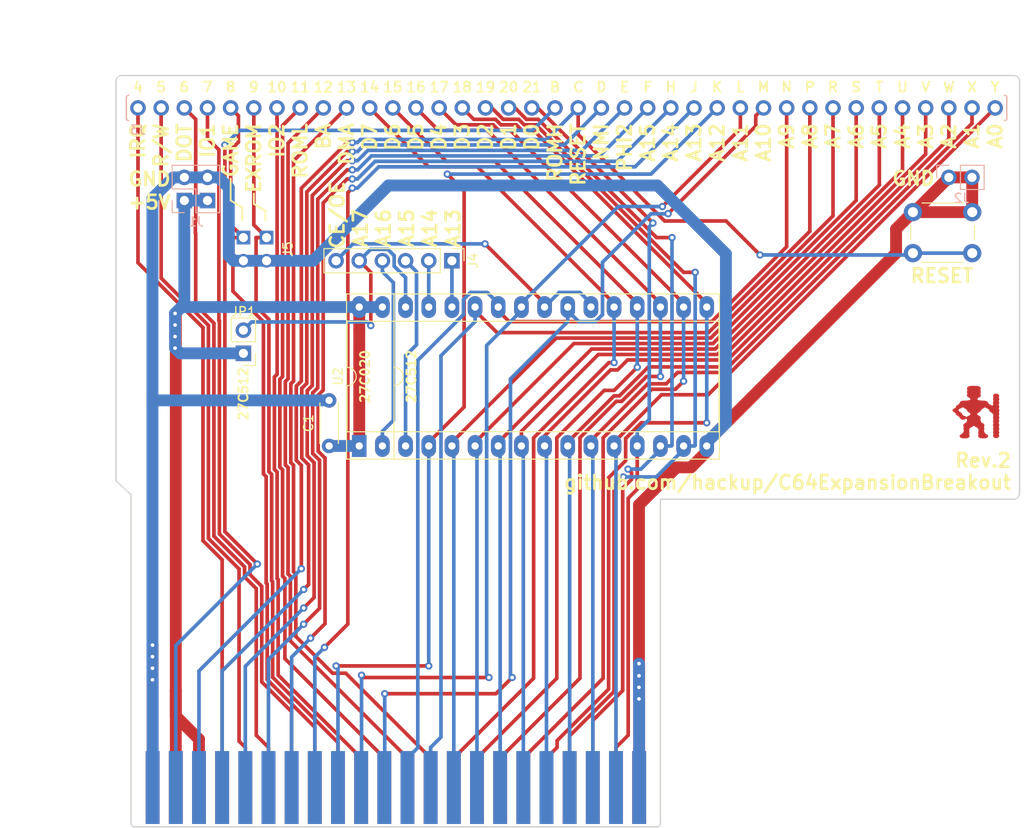
<source format=kicad_pcb>
(kicad_pcb (version 20171130) (host pcbnew "(5.0.0)")

  (general
    (thickness 1.6)
    (drawings 119)
    (tracks 615)
    (zones 0)
    (modules 11)
    (nets 47)
  )

  (page A4)
  (title_block
    (title C64ExpansionBreakout)
    (date 2018-09-07)
    (rev Rev.2)
    (company hackup.net)
  )

  (layers
    (0 F.Cu signal)
    (31 B.Cu signal)
    (32 B.Adhes user)
    (33 F.Adhes user)
    (34 B.Paste user)
    (35 F.Paste user)
    (36 B.SilkS user)
    (37 F.SilkS user)
    (38 B.Mask user)
    (39 F.Mask user)
    (40 Dwgs.User user)
    (41 Cmts.User user)
    (42 Eco1.User user hide)
    (43 Eco2.User user)
    (44 Edge.Cuts user)
    (45 Margin user)
    (46 B.CrtYd user)
    (47 F.CrtYd user)
    (48 B.Fab user)
    (49 F.Fab user)
  )

  (setup
    (last_trace_width 0.4)
    (trace_clearance 0.2)
    (zone_clearance 0.508)
    (zone_45_only no)
    (trace_min 0.2)
    (segment_width 0.2)
    (edge_width 0.15)
    (via_size 0.8)
    (via_drill 0.4)
    (via_min_size 0.4)
    (via_min_drill 0.3)
    (uvia_size 0.3)
    (uvia_drill 0.1)
    (uvias_allowed no)
    (uvia_min_size 0.2)
    (uvia_min_drill 0.1)
    (pcb_text_width 0.3)
    (pcb_text_size 1.5 1.5)
    (mod_edge_width 0.15)
    (mod_text_size 1 1)
    (mod_text_width 0.15)
    (pad_size 1.7 1.7)
    (pad_drill 1)
    (pad_to_mask_clearance 0.2)
    (aux_axis_origin 0 0)
    (visible_elements 7FFFFFFF)
    (pcbplotparams
      (layerselection 0x010f0_ffffffff)
      (usegerberextensions true)
      (usegerberattributes false)
      (usegerberadvancedattributes false)
      (creategerberjobfile false)
      (excludeedgelayer true)
      (linewidth 0.100000)
      (plotframeref false)
      (viasonmask false)
      (mode 1)
      (useauxorigin false)
      (hpglpennumber 1)
      (hpglpenspeed 20)
      (hpglpendiameter 15.000000)
      (psnegative false)
      (psa4output false)
      (plotreference true)
      (plotvalue true)
      (plotinvisibletext false)
      (padsonsilk false)
      (subtractmaskfromsilk false)
      (outputformat 1)
      (mirror false)
      (drillshape 0)
      (scaleselection 1)
      (outputdirectory "gerber/"))
  )

  (net 0 "")
  (net 1 IRQ)
  (net 2 RW)
  (net 3 DOT_CLK)
  (net 4 IO1)
  (net 5 GAME)
  (net 6 EXROM)
  (net 7 IO2)
  (net 8 ROML)
  (net 9 BA)
  (net 10 DMA)
  (net 11 D7)
  (net 12 D6)
  (net 13 D5)
  (net 14 D4)
  (net 15 D3)
  (net 16 D2)
  (net 17 D1)
  (net 18 D0)
  (net 19 ROMH)
  (net 20 RESET)
  (net 21 NMI)
  (net 22 PHI2)
  (net 23 A15)
  (net 24 A14)
  (net 25 A13)
  (net 26 A12)
  (net 27 A11)
  (net 28 A10)
  (net 29 A9)
  (net 30 A8)
  (net 31 A7)
  (net 32 A6)
  (net 33 A5)
  (net 34 A4)
  (net 35 A3)
  (net 36 A2)
  (net 37 A1)
  (net 38 A0)
  (net 39 +5V)
  (net 40 GND)
  (net 41 /OA13)
  (net 42 /OA14)
  (net 43 /OA15)
  (net 44 /OA16)
  (net 45 /OA17)
  (net 46 /CE)

  (net_class Default "This is the default net class."
    (clearance 0.2)
    (trace_width 0.4)
    (via_dia 0.8)
    (via_drill 0.4)
    (uvia_dia 0.3)
    (uvia_drill 0.1)
    (add_net /CE)
    (add_net /OA13)
    (add_net /OA14)
    (add_net /OA15)
    (add_net /OA16)
    (add_net /OA17)
    (add_net A0)
    (add_net A1)
    (add_net A10)
    (add_net A11)
    (add_net A12)
    (add_net A13)
    (add_net A14)
    (add_net A15)
    (add_net A2)
    (add_net A3)
    (add_net A4)
    (add_net A5)
    (add_net A6)
    (add_net A7)
    (add_net A8)
    (add_net A9)
    (add_net BA)
    (add_net D0)
    (add_net D1)
    (add_net D2)
    (add_net D3)
    (add_net D4)
    (add_net D5)
    (add_net D6)
    (add_net D7)
    (add_net DMA)
    (add_net DOT_CLK)
    (add_net EXROM)
    (add_net GAME)
    (add_net IO1)
    (add_net IO2)
    (add_net IRQ)
    (add_net NMI)
    (add_net PHI2)
    (add_net RESET)
    (add_net ROMH)
    (add_net ROML)
    (add_net RW)
  )

  (net_class Power ""
    (clearance 0.2)
    (trace_width 1.3)
    (via_dia 0.8)
    (via_drill 0.4)
    (uvia_dia 0.3)
    (uvia_drill 0.1)
    (add_net +5V)
    (add_net GND)
  )

  (module Pin_Headers:Pin_Header_Straight_1x02_Pitch2.54mm (layer B.Cu) (tedit 5B91918D) (tstamp 5B918E31)
    (at 189.865 69.85 270)
    (descr "Through hole straight pin header, 1x02, 2.54mm pitch, single row")
    (tags "Through hole pin header THT 1x02 2.54mm single row")
    (path /5ACD5626)
    (fp_text reference J2 (at 2.286 -1.397) (layer B.SilkS)
      (effects (font (size 1 1) (thickness 0.15)) (justify mirror))
    )
    (fp_text value GND (at 0 -4.87 270) (layer B.Fab)
      (effects (font (size 1 1) (thickness 0.15)) (justify mirror))
    )
    (fp_line (start -0.635 1.27) (end 1.27 1.27) (layer B.Fab) (width 0.1))
    (fp_line (start 1.27 1.27) (end 1.27 -3.81) (layer B.Fab) (width 0.1))
    (fp_line (start 1.27 -3.81) (end -1.27 -3.81) (layer B.Fab) (width 0.1))
    (fp_line (start -1.27 -3.81) (end -1.27 0.635) (layer B.Fab) (width 0.1))
    (fp_line (start -1.27 0.635) (end -0.635 1.27) (layer B.Fab) (width 0.1))
    (fp_line (start -1.33 -3.87) (end 1.33 -3.87) (layer B.SilkS) (width 0.12))
    (fp_line (start -1.33 -1.27) (end -1.33 -3.87) (layer B.SilkS) (width 0.12))
    (fp_line (start 1.33 -1.27) (end 1.33 -3.87) (layer B.SilkS) (width 0.12))
    (fp_line (start -1.33 -1.27) (end 1.33 -1.27) (layer B.SilkS) (width 0.12))
    (fp_line (start -1.33 0) (end -1.33 1.33) (layer B.SilkS) (width 0.12))
    (fp_line (start -1.33 1.33) (end 0 1.33) (layer B.SilkS) (width 0.12))
    (fp_line (start -1.8 1.8) (end -1.8 -4.35) (layer B.CrtYd) (width 0.05))
    (fp_line (start -1.8 -4.35) (end 1.8 -4.35) (layer B.CrtYd) (width 0.05))
    (fp_line (start 1.8 -4.35) (end 1.8 1.8) (layer B.CrtYd) (width 0.05))
    (fp_line (start 1.8 1.8) (end -1.8 1.8) (layer B.CrtYd) (width 0.05))
    (fp_text user %R (at 0 -1.27 180) (layer B.Fab)
      (effects (font (size 1 1) (thickness 0.15)) (justify mirror))
    )
    (pad 1 thru_hole circle (at 0 0 270) (size 1.7 1.7) (drill 1) (layers *.Cu *.Mask)
      (net 40 GND))
    (pad 2 thru_hole oval (at 0 -2.54 270) (size 1.7 1.7) (drill 1) (layers *.Cu *.Mask)
      (net 40 GND))
    (model ${KISYS3DMOD}/Pin_Headers.3dshapes/Pin_Header_Straight_1x02_Pitch2.54mm.wrl
      (at (xyz 0 0 0))
      (scale (xyz 1 1 1))
      (rotate (xyz 0 0 0))
    )
  )

  (module Pin_Headers:Pin_Header_Straight_2x02_Pitch2.54mm (layer B.Cu) (tedit 5B919172) (tstamp 5B9A36BB)
    (at 106.045 72.39)
    (descr "Through hole straight pin header, 2x02, 2.54mm pitch, double rows")
    (tags "Through hole pin header THT 2x02 2.54mm double row")
    (path /5ACD4D51)
    (fp_text reference J1 (at 1.27 2.33) (layer B.SilkS)
      (effects (font (size 1 1) (thickness 0.15)) (justify mirror))
    )
    (fp_text value Power (at 1.27 -4.87) (layer B.Fab)
      (effects (font (size 1 1) (thickness 0.15)) (justify mirror))
    )
    (fp_line (start 0 1.27) (end 3.81 1.27) (layer B.Fab) (width 0.1))
    (fp_line (start 3.81 1.27) (end 3.81 -3.81) (layer B.Fab) (width 0.1))
    (fp_line (start 3.81 -3.81) (end -1.27 -3.81) (layer B.Fab) (width 0.1))
    (fp_line (start -1.27 -3.81) (end -1.27 0) (layer B.Fab) (width 0.1))
    (fp_line (start -1.27 0) (end 0 1.27) (layer B.Fab) (width 0.1))
    (fp_line (start -1.33 -3.87) (end 3.87 -3.87) (layer B.SilkS) (width 0.12))
    (fp_line (start -1.33 -1.27) (end -1.33 -3.87) (layer B.SilkS) (width 0.12))
    (fp_line (start 3.87 1.33) (end 3.87 -3.87) (layer B.SilkS) (width 0.12))
    (fp_line (start -1.33 -1.27) (end 1.27 -1.27) (layer B.SilkS) (width 0.12))
    (fp_line (start 1.27 -1.27) (end 1.27 1.33) (layer B.SilkS) (width 0.12))
    (fp_line (start 1.27 1.33) (end 3.87 1.33) (layer B.SilkS) (width 0.12))
    (fp_line (start -1.33 0) (end -1.33 1.33) (layer B.SilkS) (width 0.12))
    (fp_line (start -1.33 1.33) (end 0 1.33) (layer B.SilkS) (width 0.12))
    (fp_line (start -1.8 1.8) (end -1.8 -4.35) (layer B.CrtYd) (width 0.05))
    (fp_line (start -1.8 -4.35) (end 4.35 -4.35) (layer B.CrtYd) (width 0.05))
    (fp_line (start 4.35 -4.35) (end 4.35 1.8) (layer B.CrtYd) (width 0.05))
    (fp_line (start 4.35 1.8) (end -1.8 1.8) (layer B.CrtYd) (width 0.05))
    (fp_text user %R (at 1.27 -1.27 -90) (layer B.Fab)
      (effects (font (size 1 1) (thickness 0.15)) (justify mirror))
    )
    (pad 1 thru_hole rect (at 0 0) (size 1.7 1.7) (drill 1) (layers *.Cu *.Mask)
      (net 39 +5V))
    (pad 2 thru_hole rect (at 2.54 0) (size 1.7 1.7) (drill 1) (layers *.Cu *.Mask)
      (net 39 +5V))
    (pad 3 thru_hole oval (at 0 -2.54) (size 1.7 1.7) (drill 1) (layers *.Cu *.Mask)
      (net 40 GND))
    (pad 4 thru_hole oval (at 2.54 -2.54) (size 1.7 1.7) (drill 1) (layers *.Cu *.Mask)
      (net 40 GND))
    (model ${KISYS3DMOD}/Pin_Headers.3dshapes/Pin_Header_Straight_2x02_Pitch2.54mm.wrl
      (at (xyz 0 0 0))
      (scale (xyz 1 1 1))
      (rotate (xyz 0 0 0))
    )
  )

  (module Pin_Headers:Pin_Header_Straight_2x02_Pitch2.54mm (layer F.Cu) (tedit 5B919158) (tstamp 5B964E1A)
    (at 115.062 76.454 270)
    (descr "Through hole straight pin header, 2x02, 2.54mm pitch, double rows")
    (tags "Through hole pin header THT 2x02 2.54mm double row")
    (path /5B8D813A)
    (fp_text reference J5 (at 1.27 -2.33 270) (layer F.SilkS)
      (effects (font (size 1 1) (thickness 0.15)))
    )
    (fp_text value Config (at 1.27 4.87 270) (layer F.Fab)
      (effects (font (size 1 1) (thickness 0.15)))
    )
    (fp_line (start 0 -1.27) (end 3.81 -1.27) (layer F.Fab) (width 0.1))
    (fp_line (start 3.81 -1.27) (end 3.81 3.81) (layer F.Fab) (width 0.1))
    (fp_line (start 3.81 3.81) (end -1.27 3.81) (layer F.Fab) (width 0.1))
    (fp_line (start -1.27 3.81) (end -1.27 0) (layer F.Fab) (width 0.1))
    (fp_line (start -1.27 0) (end 0 -1.27) (layer F.Fab) (width 0.1))
    (fp_line (start -1.8 -1.8) (end -1.8 4.35) (layer F.CrtYd) (width 0.05))
    (fp_line (start -1.8 4.35) (end 4.35 4.35) (layer F.CrtYd) (width 0.05))
    (fp_line (start 4.35 4.35) (end 4.35 -1.8) (layer F.CrtYd) (width 0.05))
    (fp_line (start 4.35 -1.8) (end -1.8 -1.8) (layer F.CrtYd) (width 0.05))
    (fp_text user %R (at 1.27 1.27) (layer F.Fab)
      (effects (font (size 1 1) (thickness 0.15)))
    )
    (pad 1 thru_hole rect (at 0 0 270) (size 1.5 1.5) (drill 1) (layers *.Cu *.Mask)
      (net 6 EXROM))
    (pad 2 thru_hole circle (at 2.54 0 270) (size 1.5 1.5) (drill 1) (layers *.Cu *.Mask)
      (net 40 GND))
    (pad 3 thru_hole rect (at 0 2.54 270) (size 1.5 1.5) (drill 1) (layers *.Cu *.Mask)
      (net 5 GAME))
    (pad 4 thru_hole oval (at 2.54 2.54 270) (size 1.5 1.5) (drill 1) (layers *.Cu *.Mask)
      (net 40 GND))
    (model ${KISYS3DMOD}/Pin_Headers.3dshapes/Pin_Header_Straight_2x02_Pitch2.54mm.wrl
      (at (xyz 0 0 0))
      (scale (xyz 1 1 1))
      (rotate (xyz 0 0 0))
    )
  )

  (module Housings_DIP:DIP-32_W15.24mm_Socket_LongPads (layer F.Cu) (tedit 5B9190C1) (tstamp 5B9A3025)
    (at 125.222 99.314 90)
    (descr "32-lead though-hole mounted DIP package, row spacing 15.24 mm (600 mils), Socket, LongPads")
    (tags "THT DIP DIL PDIP 2.54mm 15.24mm 600mil Socket LongPads")
    (path /5B8D4312)
    (fp_text reference U2 (at 7.62 -2.33 90) (layer F.SilkS)
      (effects (font (size 1 1) (thickness 0.15)))
    )
    (fp_text value 27C512 (at 7.62 40.43 90) (layer F.Fab)
      (effects (font (size 1 1) (thickness 0.15)))
    )
    (fp_arc (start 7.62 -1.33) (end 6.62 -1.33) (angle -180) (layer F.SilkS) (width 0.12))
    (fp_line (start 1.255 -1.27) (end 14.985 -1.27) (layer F.Fab) (width 0.1))
    (fp_line (start 14.985 -1.27) (end 14.985 39.37) (layer F.Fab) (width 0.1))
    (fp_line (start 14.985 39.37) (end 0.255 39.37) (layer F.Fab) (width 0.1))
    (fp_line (start 0.255 39.37) (end 0.255 -0.27) (layer F.Fab) (width 0.1))
    (fp_line (start 0.255 -0.27) (end 1.255 -1.27) (layer F.Fab) (width 0.1))
    (fp_line (start -1.27 -1.33) (end -1.27 39.43) (layer F.Fab) (width 0.1))
    (fp_line (start -1.27 39.43) (end 16.51 39.43) (layer F.Fab) (width 0.1))
    (fp_line (start 16.51 39.43) (end 16.51 -1.33) (layer F.Fab) (width 0.1))
    (fp_line (start 16.51 -1.33) (end -1.27 -1.33) (layer F.Fab) (width 0.1))
    (fp_line (start 6.62 -1.33) (end 1.56 -1.33) (layer F.SilkS) (width 0.12))
    (fp_line (start 1.56 -1.33) (end 1.56 39.43) (layer F.SilkS) (width 0.12))
    (fp_line (start 1.56 39.43) (end 13.68 39.43) (layer F.SilkS) (width 0.12))
    (fp_line (start 13.68 39.43) (end 13.68 -1.33) (layer F.SilkS) (width 0.12))
    (fp_line (start 13.68 -1.33) (end 8.62 -1.33) (layer F.SilkS) (width 0.12))
    (fp_line (start -1.44 -1.39) (end -1.44 39.49) (layer F.SilkS) (width 0.12))
    (fp_line (start -1.44 39.49) (end 16.68 39.49) (layer F.SilkS) (width 0.12))
    (fp_line (start 16.68 39.49) (end 16.68 -1.39) (layer F.SilkS) (width 0.12))
    (fp_line (start 16.68 -1.39) (end -1.44 -1.39) (layer F.SilkS) (width 0.12))
    (fp_line (start -1.55 -1.6) (end -1.55 39.7) (layer F.CrtYd) (width 0.05))
    (fp_line (start -1.55 39.7) (end 16.8 39.7) (layer F.CrtYd) (width 0.05))
    (fp_line (start 16.8 39.7) (end 16.8 -1.6) (layer F.CrtYd) (width 0.05))
    (fp_line (start 16.8 -1.6) (end -1.55 -1.6) (layer F.CrtYd) (width 0.05))
    (fp_text user %R (at 7.62 19.05 90) (layer F.Fab)
      (effects (font (size 1 1) (thickness 0.15)))
    )
    (fp_line (start 16.723 3.81) (end -1.397 3.81) (layer F.SilkS) (width 0.12))
    (fp_arc (start 7.62 3.81) (end 6.62 3.81) (angle -180) (layer F.SilkS) (width 0.12))
    (pad 1 thru_hole rect (at 0 0 90) (size 2.4 1.6) (drill 0.8) (layers *.Cu *.Mask)
      (net 39 +5V))
    (pad 17 thru_hole oval (at 15.24 38.1 90) (size 2.4 1.6) (drill 0.8) (layers *.Cu *.Mask)
      (net 15 D3))
    (pad 2 thru_hole oval (at 0 2.54 90) (size 2.4 1.6) (drill 0.8) (layers *.Cu *.Mask)
      (net 44 /OA16))
    (pad 18 thru_hole oval (at 15.24 35.56 90) (size 2.4 1.6) (drill 0.8) (layers *.Cu *.Mask)
      (net 14 D4))
    (pad 3 thru_hole oval (at 0 5.08 90) (size 2.4 1.6) (drill 0.8) (layers *.Cu *.Mask)
      (net 43 /OA15))
    (pad 19 thru_hole oval (at 15.24 33.02 90) (size 2.4 1.6) (drill 0.8) (layers *.Cu *.Mask)
      (net 13 D5))
    (pad 4 thru_hole oval (at 0 7.62 90) (size 2.4 1.6) (drill 0.8) (layers *.Cu *.Mask)
      (net 26 A12))
    (pad 20 thru_hole oval (at 15.24 30.48 90) (size 2.4 1.6) (drill 0.8) (layers *.Cu *.Mask)
      (net 12 D6))
    (pad 5 thru_hole oval (at 0 10.16 90) (size 2.4 1.6) (drill 0.8) (layers *.Cu *.Mask)
      (net 31 A7))
    (pad 21 thru_hole oval (at 15.24 27.94 90) (size 2.4 1.6) (drill 0.8) (layers *.Cu *.Mask)
      (net 11 D7))
    (pad 6 thru_hole oval (at 0 12.7 90) (size 2.4 1.6) (drill 0.8) (layers *.Cu *.Mask)
      (net 32 A6))
    (pad 22 thru_hole oval (at 15.24 25.4 90) (size 2.4 1.6) (drill 0.8) (layers *.Cu *.Mask)
      (net 46 /CE))
    (pad 7 thru_hole oval (at 0 15.24 90) (size 2.4 1.6) (drill 0.8) (layers *.Cu *.Mask)
      (net 33 A5))
    (pad 23 thru_hole oval (at 15.24 22.86 90) (size 2.4 1.6) (drill 0.8) (layers *.Cu *.Mask)
      (net 28 A10))
    (pad 8 thru_hole oval (at 0 17.78 90) (size 2.4 1.6) (drill 0.8) (layers *.Cu *.Mask)
      (net 34 A4))
    (pad 24 thru_hole oval (at 15.24 20.32 90) (size 2.4 1.6) (drill 0.8) (layers *.Cu *.Mask)
      (net 46 /CE))
    (pad 9 thru_hole oval (at 0 20.32 90) (size 2.4 1.6) (drill 0.8) (layers *.Cu *.Mask)
      (net 35 A3))
    (pad 25 thru_hole oval (at 15.24 17.78 90) (size 2.4 1.6) (drill 0.8) (layers *.Cu *.Mask)
      (net 27 A11))
    (pad 10 thru_hole oval (at 0 22.86 90) (size 2.4 1.6) (drill 0.8) (layers *.Cu *.Mask)
      (net 36 A2))
    (pad 26 thru_hole oval (at 15.24 15.24 90) (size 2.4 1.6) (drill 0.8) (layers *.Cu *.Mask)
      (net 29 A9))
    (pad 11 thru_hole oval (at 0 25.4 90) (size 2.4 1.6) (drill 0.8) (layers *.Cu *.Mask)
      (net 37 A1))
    (pad 27 thru_hole oval (at 15.24 12.7 90) (size 2.4 1.6) (drill 0.8) (layers *.Cu *.Mask)
      (net 30 A8))
    (pad 12 thru_hole oval (at 0 27.94 90) (size 2.4 1.6) (drill 0.8) (layers *.Cu *.Mask)
      (net 38 A0))
    (pad 28 thru_hole oval (at 15.24 10.16 90) (size 2.4 1.6) (drill 0.8) (layers *.Cu *.Mask)
      (net 41 /OA13))
    (pad 13 thru_hole oval (at 0 30.48 90) (size 2.4 1.6) (drill 0.8) (layers *.Cu *.Mask)
      (net 18 D0))
    (pad 29 thru_hole oval (at 15.24 7.62 90) (size 2.4 1.6) (drill 0.8) (layers *.Cu *.Mask)
      (net 42 /OA14))
    (pad 14 thru_hole oval (at 0 33.02 90) (size 2.4 1.6) (drill 0.8) (layers *.Cu *.Mask)
      (net 17 D1))
    (pad 30 thru_hole oval (at 15.24 5.08 90) (size 2.4 1.6) (drill 0.8) (layers *.Cu *.Mask)
      (net 45 /OA17))
    (pad 15 thru_hole oval (at 0 35.56 90) (size 2.4 1.6) (drill 0.8) (layers *.Cu *.Mask)
      (net 16 D2))
    (pad 31 thru_hole oval (at 15.24 2.54 90) (size 2.4 1.6) (drill 0.8) (layers *.Cu *.Mask)
      (net 39 +5V))
    (pad 16 thru_hole oval (at 0 38.1 90) (size 2.4 1.6) (drill 0.8) (layers *.Cu *.Mask)
      (net 40 GND))
    (pad 32 thru_hole oval (at 15.24 0 90) (size 2.4 1.6) (drill 0.8) (layers *.Cu *.Mask)
      (net 39 +5V))
    (model ${KISYS3DMOD}/Housings_DIP.3dshapes/DIP-32_W15.24mm_Socket.wrl
      (at (xyz 0 0 0))
      (scale (xyz 1 1 1))
      (rotate (xyz 0 0 0))
    )
  )

  (module Logo:bigby (layer F.Cu) (tedit 5B91906D) (tstamp 5B919F14)
    (at 192.913 95.504)
    (fp_text reference G*** (at 0 0) (layer F.SilkS) hide
      (effects (font (size 1.524 1.524) (thickness 0.3)))
    )
    (fp_text value LOGO (at 0.75 0) (layer F.SilkS) hide
      (effects (font (size 1.524 1.524) (thickness 0.3)))
    )
    (fp_poly (pts (xy -0.255603 -2.783367) (xy -0.191997 -2.7829) (xy -0.131892 -2.782028) (xy -0.076809 -2.780753)
      (xy -0.028269 -2.779077) (xy 0.012209 -2.777) (xy 0.043102 -2.774524) (xy 0.062891 -2.771652)
      (xy 0.0635 -2.771513) (xy 0.078194 -2.769029) (xy 0.100299 -2.766346) (xy 0.12065 -2.764425)
      (xy 0.178572 -2.753773) (xy 0.237875 -2.731439) (xy 0.263525 -2.71829) (xy 0.285887 -2.706614)
      (xy 0.307776 -2.696325) (xy 0.3175 -2.692306) (xy 0.337653 -2.681983) (xy 0.361976 -2.665721)
      (xy 0.385956 -2.646848) (xy 0.405083 -2.628695) (xy 0.407651 -2.625774) (xy 0.415744 -2.612938)
      (xy 0.425428 -2.593052) (xy 0.432232 -2.57653) (xy 0.440399 -2.550855) (xy 0.44358 -2.527141)
      (xy 0.442688 -2.49838) (xy 0.442591 -2.497155) (xy 0.440274 -2.472883) (xy 0.437637 -2.451972)
      (xy 0.435473 -2.439988) (xy 0.42724 -2.407027) (xy 0.421874 -2.382051) (xy 0.418786 -2.360825)
      (xy 0.417384 -2.339115) (xy 0.417077 -2.312687) (xy 0.417089 -2.308225) (xy 0.418431 -2.275441)
      (xy 0.422861 -2.249578) (xy 0.431384 -2.225031) (xy 0.432471 -2.2225) (xy 0.443473 -2.185573)
      (xy 0.448492 -2.142273) (xy 0.447524 -2.097399) (xy 0.440562 -2.05575) (xy 0.432681 -2.032357)
      (xy 0.425052 -2.011775) (xy 0.420018 -1.989624) (xy 0.41692 -1.96205) (xy 0.415273 -1.930139)
      (xy 0.414418 -1.899137) (xy 0.414795 -1.877365) (xy 0.41688 -1.861377) (xy 0.421148 -1.847725)
      (xy 0.428075 -1.832964) (xy 0.428899 -1.831357) (xy 0.438368 -1.80937) (xy 0.443759 -1.786057)
      (xy 0.446201 -1.756195) (xy 0.44639 -1.750566) (xy 0.446727 -1.726792) (xy 0.446318 -1.708399)
      (xy 0.445254 -1.698664) (xy 0.444927 -1.697995) (xy 0.441442 -1.689821) (xy 0.44069 -1.686052)
      (xy 0.437451 -1.675675) (xy 0.430434 -1.658119) (xy 0.423417 -1.642188) (xy 0.410375 -1.618286)
      (xy 0.395508 -1.602293) (xy 0.380674 -1.592665) (xy 0.356237 -1.579105) (xy 0.339582 -1.569156)
      (xy 0.327285 -1.560455) (xy 0.315921 -1.550637) (xy 0.305787 -1.54096) (xy 0.284885 -1.524178)
      (xy 0.260606 -1.509405) (xy 0.25304 -1.505827) (xy 0.229051 -1.493881) (xy 0.204164 -1.478952)
      (xy 0.196525 -1.473696) (xy 0.179913 -1.462585) (xy 0.166876 -1.455505) (xy 0.1624 -1.454151)
      (xy 0.154965 -1.449994) (xy 0.14094 -1.438843) (xy 0.122724 -1.422674) (xy 0.112212 -1.412768)
      (xy 0.089715 -1.390099) (xy 0.076364 -1.372313) (xy 0.071589 -1.356116) (xy 0.07482 -1.338215)
      (xy 0.085486 -1.315316) (xy 0.092985 -1.30175) (xy 0.104248 -1.280189) (xy 0.113074 -1.260392)
      (xy 0.116766 -1.249478) (xy 0.126069 -1.232001) (xy 0.144844 -1.220509) (xy 0.173864 -1.214689)
      (xy 0.204543 -1.213896) (xy 0.237345 -1.21312) (xy 0.260936 -1.208639) (xy 0.271332 -1.204313)
      (xy 0.288168 -1.1984) (xy 0.312381 -1.193288) (xy 0.338007 -1.190154) (xy 0.366752 -1.187532)
      (xy 0.395656 -1.184141) (xy 0.415925 -1.181128) (xy 0.437184 -1.17753) (xy 0.457503 -1.174473)
      (xy 0.478405 -1.171851) (xy 0.501415 -1.169558) (xy 0.528056 -1.167489) (xy 0.559852 -1.165538)
      (xy 0.598326 -1.163601) (xy 0.645003 -1.16157) (xy 0.701407 -1.159342) (xy 0.765175 -1.156954)
      (xy 0.819376 -1.154781) (xy 0.863333 -1.152465) (xy 0.899498 -1.149655) (xy 0.930323 -1.146)
      (xy 0.958264 -1.141147) (xy 0.985772 -1.134744) (xy 1.0153 -1.126442) (xy 1.047303 -1.116524)
      (xy 1.065633 -1.109055) (xy 1.089784 -1.097) (xy 1.116694 -1.082156) (xy 1.143299 -1.066321)
      (xy 1.166535 -1.051294) (xy 1.18334 -1.038874) (xy 1.189253 -1.033189) (xy 1.199434 -1.018514)
      (xy 1.210813 -0.999259) (xy 1.213739 -0.993775) (xy 1.226638 -0.97314) (xy 1.243337 -0.951611)
      (xy 1.24946 -0.944846) (xy 1.263436 -0.928013) (xy 1.271668 -0.910644) (xy 1.276678 -0.887099)
      (xy 1.277331 -0.882511) (xy 1.282023 -0.856629) (xy 1.288885 -0.839677) (xy 1.300063 -0.827884)
      (xy 1.312927 -0.819965) (xy 1.326054 -0.808844) (xy 1.336416 -0.794251) (xy 1.352593 -0.776513)
      (xy 1.378699 -0.765618) (xy 1.412838 -0.762001) (xy 1.433269 -0.759481) (xy 1.455011 -0.750876)
      (xy 1.476978 -0.738044) (xy 1.500712 -0.723663) (xy 1.52463 -0.710417) (xy 1.540773 -0.702465)
      (xy 1.561379 -0.690466) (xy 1.582626 -0.673784) (xy 1.590121 -0.666519) (xy 1.617663 -0.64596)
      (xy 1.654508 -0.632857) (xy 1.701182 -0.62705) (xy 1.7205 -0.626714) (xy 1.741745 -0.627714)
      (xy 1.75491 -0.631501) (xy 1.764565 -0.639755) (xy 1.768125 -0.644226) (xy 1.779921 -0.65851)
      (xy 1.796391 -0.676865) (xy 1.808162 -0.689299) (xy 1.823255 -0.706242) (xy 1.832051 -0.72142)
      (xy 1.835938 -0.739116) (xy 1.836303 -0.763609) (xy 1.83585 -0.7747) (xy 1.832745 -0.790566)
      (xy 1.823562 -0.805758) (xy 1.806394 -0.82374) (xy 1.787047 -0.845239) (xy 1.778772 -0.86382)
      (xy 1.781002 -0.881641) (xy 1.787895 -0.893953) (xy 1.795692 -0.913576) (xy 1.798106 -0.939354)
      (xy 1.795555 -0.961442) (xy 1.797238 -0.97308) (xy 1.804373 -0.990961) (xy 1.813152 -1.007297)
      (xy 1.831856 -1.046803) (xy 1.842073 -1.090614) (xy 1.844418 -1.116013) (xy 1.844151 -1.130047)
      (xy 1.841993 -1.136589) (xy 1.841698 -1.13665) (xy 1.838007 -1.141929) (xy 1.836965 -1.147763)
      (xy 1.831431 -1.180677) (xy 1.819494 -1.2192) (xy 1.805104 -1.270852) (xy 1.800871 -1.320245)
      (xy 1.80677 -1.37099) (xy 1.818077 -1.412875) (xy 1.831077 -1.464663) (xy 1.837405 -1.517417)
      (xy 1.837106 -1.568278) (xy 1.830228 -1.61439) (xy 1.816817 -1.652896) (xy 1.814051 -1.658191)
      (xy 1.805875 -1.674873) (xy 1.80205 -1.689884) (xy 1.802542 -1.706913) (xy 1.807317 -1.729648)
      (xy 1.813187 -1.75093) (xy 1.82525 -1.777584) (xy 1.845118 -1.805786) (xy 1.869699 -1.832222)
      (xy 1.8959 -1.853582) (xy 1.920628 -1.866553) (xy 1.921392 -1.866802) (xy 1.939373 -1.873823)
      (xy 1.96343 -1.884873) (xy 1.988618 -1.897672) (xy 1.990725 -1.898806) (xy 2.039203 -1.919817)
      (xy 2.089274 -1.932018) (xy 2.137668 -1.934827) (xy 2.169633 -1.930708) (xy 2.202136 -1.922104)
      (xy 2.238701 -1.910325) (xy 2.275272 -1.896867) (xy 2.307793 -1.883228) (xy 2.332207 -1.870905)
      (xy 2.333151 -1.870346) (xy 2.371946 -1.845171) (xy 2.401298 -1.821125) (xy 2.423893 -1.795575)
      (xy 2.442419 -1.765888) (xy 2.445224 -1.760501) (xy 2.460702 -1.724253) (xy 2.467159 -1.691712)
      (xy 2.465182 -1.658281) (xy 2.460831 -1.6383) (xy 2.457106 -1.623782) (xy 2.455185 -1.616075)
      (xy 2.451208 -1.606182) (xy 2.444959 -1.59385) (xy 2.439024 -1.581939) (xy 2.437326 -1.576388)
      (xy 2.437914 -1.573213) (xy 2.433425 -1.552746) (xy 2.430384 -1.527732) (xy 2.429011 -1.50238)
      (xy 2.429529 -1.4809) (xy 2.432158 -1.467502) (xy 2.43233 -1.467157) (xy 2.438992 -1.451452)
      (xy 2.447297 -1.427689) (xy 2.456252 -1.399275) (xy 2.464864 -1.369613) (xy 2.472139 -1.342107)
      (xy 2.477086 -1.320164) (xy 2.478724 -1.3081) (xy 2.476081 -1.290241) (xy 2.468945 -1.267143)
      (xy 2.461585 -1.249707) (xy 2.45195 -1.228764) (xy 2.444623 -1.211089) (xy 2.441624 -1.202082)
      (xy 2.43797 -1.188344) (xy 2.432447 -1.170195) (xy 2.431867 -1.1684) (xy 2.42399 -1.141174)
      (xy 2.420876 -1.119063) (xy 2.423007 -1.098288) (xy 2.430866 -1.075066) (xy 2.444937 -1.045616)
      (xy 2.448388 -1.038934) (xy 2.478754 -0.980556) (xy 2.468102 -0.959203) (xy 2.459924 -0.935691)
      (xy 2.45794 -0.91297) (xy 2.462216 -0.895082) (xy 2.466975 -0.889001) (xy 2.475561 -0.875956)
      (xy 2.472734 -0.859821) (xy 2.459894 -0.841375) (xy 2.442078 -0.819438) (xy 2.43134 -0.801371)
      (xy 2.42533 -0.782533) (xy 2.422938 -0.76835) (xy 2.420107 -0.748009) (xy 2.417678 -0.731381)
      (xy 2.417088 -0.727603) (xy 2.41717 -0.707411) (xy 2.421556 -0.681213) (xy 2.428986 -0.65442)
      (xy 2.438201 -0.632444) (xy 2.439921 -0.629469) (xy 2.447406 -0.614463) (xy 2.453767 -0.596933)
      (xy 2.458193 -0.580176) (xy 2.459874 -0.567488) (xy 2.458 -0.562166) (xy 2.456349 -0.562656)
      (xy 2.452756 -0.561161) (xy 2.453405 -0.55169) (xy 2.45743 -0.537892) (xy 2.463962 -0.523418)
      (xy 2.466803 -0.518679) (xy 2.472153 -0.504492) (xy 2.47523 -0.484353) (xy 2.47603 -0.462197)
      (xy 2.474551 -0.441958) (xy 2.470788 -0.42757) (xy 2.466872 -0.423115) (xy 2.459627 -0.416342)
      (xy 2.449128 -0.402058) (xy 2.441737 -0.39023) (xy 2.432654 -0.373405) (xy 2.427696 -0.358857)
      (xy 2.425986 -0.341931) (xy 2.426647 -0.317966) (xy 2.426988 -0.311887) (xy 2.430256 -0.279817)
      (xy 2.436562 -0.255076) (xy 2.446571 -0.233556) (xy 2.470156 -0.178459) (xy 2.48207 -0.118506)
      (xy 2.483616 -0.088009) (xy 2.483565 -0.060602) (xy 2.482436 -0.041674) (xy 2.479343 -0.027002)
      (xy 2.473397 -0.012366) (xy 2.463765 0.00635) (xy 2.457553 0.019092) (xy 2.453306 0.031606)
      (xy 2.450658 0.046655) (xy 2.449243 0.067003) (xy 2.448695 0.095413) (xy 2.448631 0.12065)
      (xy 2.449001 0.158756) (xy 2.450288 0.187205) (xy 2.452818 0.209029) (xy 2.456914 0.227256)
      (xy 2.461592 0.241431) (xy 2.469351 0.268734) (xy 2.472526 0.297961) (xy 2.471026 0.331629)
      (xy 2.464758 0.372256) (xy 2.455185 0.415925) (xy 2.451155 0.426013) (xy 2.445808 0.436562)
      (xy 2.441645 0.447115) (xy 2.442939 0.450947) (xy 2.44308 0.453619) (xy 2.439261 0.456533)
      (xy 2.431327 0.468725) (xy 2.428808 0.490592) (xy 2.431536 0.520402) (xy 2.439343 0.556422)
      (xy 2.45206 0.596922) (xy 2.453201 0.600075) (xy 2.464423 0.639117) (xy 2.4708 0.679542)
      (xy 2.472111 0.717772) (xy 2.468132 0.750232) (xy 2.463426 0.764751) (xy 2.45605 0.787662)
      (xy 2.451207 0.813978) (xy 2.450494 0.822325) (xy 2.447413 0.844558) (xy 2.441487 0.863958)
      (xy 2.438354 0.86995) (xy 2.429267 0.892877) (xy 2.426266 0.921513) (xy 2.429398 0.950391)
      (xy 2.437496 0.972072) (xy 2.446563 0.993724) (xy 2.451671 1.01727) (xy 2.451828 1.019175)
      (xy 2.456115 1.040809) (xy 2.464361 1.060306) (xy 2.465636 1.062299) (xy 2.47346 1.078233)
      (xy 2.475225 1.097143) (xy 2.474118 1.109924) (xy 2.471196 1.133373) (xy 2.469076 1.146688)
      (xy 2.467074 1.152347) (xy 2.464506 1.152829) (xy 2.462563 1.15176) (xy 2.457511 1.155397)
      (xy 2.44925 1.168123) (xy 2.439459 1.187303) (xy 2.438221 1.19) (xy 2.429888 1.209388)
      (xy 2.424441 1.225981) (xy 2.421274 1.243441) (xy 2.419782 1.26543) (xy 2.419359 1.295611)
      (xy 2.419349 1.304092) (xy 2.419349 1.376563) (xy 2.441583 1.407419) (xy 2.455015 1.427116)
      (xy 2.466063 1.445167) (xy 2.470712 1.45415) (xy 2.473848 1.469687) (xy 2.474662 1.493655)
      (xy 2.473267 1.522017) (xy 2.469777 1.550738) (xy 2.46768 1.5621) (xy 2.463881 1.58063)
      (xy 2.460579 1.597025) (xy 2.456711 1.615657) (xy 2.453569 1.626994) (xy 2.449493 1.636214)
      (xy 2.445808 1.643062) (xy 2.441377 1.653602) (xy 2.442129 1.65735) (xy 2.442452 1.661203)
      (xy 2.439415 1.665651) (xy 2.43479 1.678889) (xy 2.43331 1.701661) (xy 2.434721 1.731264)
      (xy 2.438767 1.764997) (xy 2.445192 1.800156) (xy 2.453742 1.834039) (xy 2.456024 1.8415)
      (xy 2.468427 1.888821) (xy 2.473208 1.931778) (xy 2.470504 1.975377) (xy 2.460996 2.022475)
      (xy 2.457583 2.032577) (xy 2.452169 2.046453) (xy 2.444737 2.067115) (xy 2.440016 2.087918)
      (xy 2.437455 2.112697) (xy 2.436502 2.145283) (xy 2.43645 2.155825) (xy 2.437048 2.186696)
      (xy 2.439634 2.210347) (xy 2.445215 2.232219) (xy 2.4548 2.257752) (xy 2.455748 2.260064)
      (xy 2.466893 2.290188) (xy 2.472389 2.314195) (xy 2.473265 2.336772) (xy 2.473118 2.339439)
      (xy 2.470803 2.365101) (xy 2.467626 2.385668) (xy 2.464148 2.397675) (xy 2.463492 2.398712)
      (xy 2.460886 2.405062) (xy 2.457696 2.41388) (xy 2.452249 2.427453) (xy 2.445011 2.447814)
      (xy 2.439901 2.470296) (xy 2.436168 2.498864) (xy 2.434068 2.523294) (xy 2.433093 2.548999)
      (xy 2.43511 2.571251) (xy 2.440936 2.595552) (xy 2.448093 2.617835) (xy 2.45645 2.645115)
      (xy 2.462921 2.671279) (xy 2.466329 2.691444) (xy 2.466543 2.694399) (xy 2.464427 2.71835)
      (xy 2.457372 2.747526) (xy 2.446967 2.777269) (xy 2.434802 2.802918) (xy 2.424433 2.81784)
      (xy 2.388719 2.849882) (xy 2.343354 2.880228) (xy 2.291386 2.907236) (xy 2.235865 2.929266)
      (xy 2.195292 2.941152) (xy 2.140073 2.954783) (xy 2.081319 2.940374) (xy 2.052117 2.932634)
      (xy 2.024517 2.924321) (xy 2.003016 2.916825) (xy 1.99712 2.914362) (xy 1.97462 2.904406)
      (xy 1.952055 2.894867) (xy 1.948651 2.893483) (xy 1.932197 2.884429) (xy 1.911282 2.869649)
      (xy 1.89065 2.852531) (xy 1.872332 2.836275) (xy 1.856819 2.823104) (xy 1.847234 2.815662)
      (xy 1.84677 2.815364) (xy 1.836857 2.806676) (xy 1.825074 2.793178) (xy 1.824547 2.792494)
      (xy 1.818491 2.78297) (xy 1.814482 2.77139) (xy 1.812052 2.754924) (xy 1.810735 2.730739)
      (xy 1.810192 2.705508) (xy 1.810113 2.672128) (xy 1.811287 2.648301) (xy 1.814081 2.630911)
      (xy 1.818862 2.616841) (xy 1.821253 2.611764) (xy 1.830644 2.589328) (xy 1.838244 2.564343)
      (xy 1.843583 2.539647) (xy 1.846192 2.518074) (xy 1.8456 2.502461) (xy 1.841336 2.495642)
      (xy 1.840522 2.49555) (xy 1.836675 2.492073) (xy 1.837204 2.490787) (xy 1.837111 2.481974)
      (xy 1.83346 2.47015) (xy 1.82796 2.45596) (xy 1.825311 2.447925) (xy 1.821897 2.437985)
      (xy 1.815889 2.422847) (xy 1.815754 2.422525) (xy 1.807968 2.402558) (xy 1.803849 2.386533)
      (xy 1.802117 2.368099) (xy 1.80168 2.352675) (xy 1.805156 2.2937) (xy 1.818595 2.236627)
      (xy 1.821935 2.226668) (xy 1.82942 2.20377) (xy 1.835285 2.183244) (xy 1.837665 2.172693)
      (xy 1.840138 2.160326) (xy 1.841786 2.155825) (xy 1.842729 2.150045) (xy 1.843874 2.134971)
      (xy 1.844863 2.116137) (xy 1.844897 2.095083) (xy 1.843165 2.080851) (xy 1.840505 2.07645)
      (xy 1.837064 2.07264) (xy 1.83783 2.070899) (xy 1.836317 2.06322) (xy 1.829118 2.048206)
      (xy 1.817749 2.028982) (xy 1.816668 2.027299) (xy 1.804233 2.00601) (xy 1.797333 1.989763)
      (xy 1.796856 1.981513) (xy 1.799252 1.971827) (xy 1.801319 1.953076) (xy 1.802686 1.928895)
      (xy 1.802868 1.922728) (xy 1.804658 1.891547) (xy 1.808921 1.868175) (xy 1.816641 1.847808)
      (xy 1.819394 1.842302) (xy 1.830343 1.812294) (xy 1.837612 1.772916) (xy 1.840897 1.727042)
      (xy 1.83989 1.677547) (xy 1.838626 1.661561) (xy 1.835787 1.636108) (xy 1.831808 1.6187)
      (xy 1.824776 1.604706) (xy 1.812779 1.589495) (xy 1.805453 1.581243) (xy 1.791933 1.5654)
      (xy 1.783555 1.553965) (xy 1.782052 1.549314) (xy 1.782174 1.549302) (xy 1.782456 1.546563)
      (xy 1.778 1.54305) (xy 1.772833 1.537915) (xy 1.776412 1.536797) (xy 1.783383 1.531563)
      (xy 1.78435 1.526859) (xy 1.787151 1.514288) (xy 1.793237 1.499833) (xy 1.800235 1.481765)
      (xy 1.805662 1.46017) (xy 1.806131 1.457431) (xy 1.811214 1.437321) (xy 1.819973 1.412696)
      (xy 1.826695 1.397145) (xy 1.841178 1.352437) (xy 1.845303 1.303511) (xy 1.84036 1.261151)
      (xy 1.834295 1.240399) (xy 1.825281 1.218152) (xy 1.81498 1.19766) (xy 1.805054 1.182169)
      (xy 1.797166 1.174927) (xy 1.796132 1.17475) (xy 1.792722 1.170889) (xy 1.793603 1.168838)
      (xy 1.792946 1.16063) (xy 1.791369 1.159288) (xy 1.786807 1.149846) (xy 1.790958 1.135159)
      (xy 1.79284 1.131887) (xy 1.795213 1.124886) (xy 1.794026 1.12395) (xy 1.793497 1.119345)
      (xy 1.796524 1.112232) (xy 1.801431 1.100459) (xy 1.80579 1.08343) (xy 1.810209 1.058395)
      (xy 1.813606 1.03505) (xy 1.818577 1.011455) (xy 1.826542 0.985058) (xy 1.8304 0.974725)
      (xy 1.83712 0.953766) (xy 1.842099 0.930031) (xy 1.845048 0.906664) (xy 1.845678 0.886808)
      (xy 1.843698 0.873607) (xy 1.840051 0.86995) (xy 1.836174 0.867292) (xy 1.837211 0.865771)
      (xy 1.837389 0.858136) (xy 1.834317 0.853071) (xy 1.830268 0.84594) (xy 1.83136 0.84455)
      (xy 1.831428 0.839677) (xy 1.826433 0.827598) (xy 1.824547 0.823912) (xy 1.817968 0.810946)
      (xy 1.81364 0.799829) (xy 1.810259 0.78612) (xy 1.806518 0.765378) (xy 1.805416 0.758825)
      (xy 1.80131 0.706844) (xy 1.804784 0.647801) (xy 1.81305 0.5969) (xy 1.816472 0.579084)
      (xy 1.81995 0.559327) (xy 1.824373 0.538998) (xy 1.829661 0.521608) (xy 1.832505 0.507421)
      (xy 1.834245 0.485199) (xy 1.834531 0.459584) (xy 1.83449 0.457879) (xy 1.833474 0.436163)
      (xy 1.831027 0.418332) (xy 1.826074 0.400884) (xy 1.817545 0.380315) (xy 1.804366 0.353124)
      (xy 1.799368 0.343198) (xy 1.786086 0.316402) (xy 1.775232 0.293511) (xy 1.767956 0.277017)
      (xy 1.765404 0.269521) (xy 1.760156 0.257178) (xy 1.746085 0.240007) (xy 1.725265 0.219704)
      (xy 1.699771 0.197965) (xy 1.671677 0.176488) (xy 1.643055 0.156966) (xy 1.61598 0.141098)
      (xy 1.598091 0.132677) (xy 1.583552 0.126046) (xy 1.575102 0.120793) (xy 1.5748 0.120456)
      (xy 1.568299 0.114707) (xy 1.554826 0.104128) (xy 1.542266 0.094696) (xy 1.51198 0.071671)
      (xy 1.481537 0.047351) (xy 1.452887 0.023417) (xy 1.42798 0.001549) (xy 1.408765 -0.016574)
      (xy 1.397192 -0.029271) (xy 1.395514 -0.03175) (xy 1.389559 -0.050777) (xy 1.388875 -0.073309)
      (xy 1.389285 -0.088757) (xy 1.385731 -0.101403) (xy 1.376363 -0.115513) (xy 1.364483 -0.129539)
      (xy 1.349101 -0.148374) (xy 1.340786 -0.163519) (xy 1.337309 -0.179935) (xy 1.336645 -0.191482)
      (xy 1.333208 -0.216992) (xy 1.3234 -0.234503) (xy 1.305235 -0.24596) (xy 1.276724 -0.253309)
      (xy 1.272875 -0.253949) (xy 1.247517 -0.259556) (xy 1.230151 -0.26789) (xy 1.218166 -0.278706)
      (xy 1.197459 -0.298205) (xy 1.177473 -0.307919) (xy 1.153662 -0.309617) (xy 1.141828 -0.308419)
      (xy 1.122469 -0.306597) (xy 1.109787 -0.309005) (xy 1.097995 -0.317659) (xy 1.088744 -0.326885)
      (xy 1.076015 -0.34111) (xy 1.068096 -0.352112) (xy 1.0668 -0.355471) (xy 1.061249 -0.360529)
      (xy 1.047259 -0.366261) (xy 1.039812 -0.368413) (xy 1.010018 -0.376553) (xy 0.989971 -0.383554)
      (xy 0.976966 -0.390772) (xy 0.968298 -0.399565) (xy 0.963838 -0.40654) (xy 0.947326 -0.424918)
      (xy 0.926686 -0.432815) (xy 0.905001 -0.430208) (xy 0.885352 -0.417071) (xy 0.877696 -0.407249)
      (xy 0.869194 -0.39481) (xy 0.860859 -0.387061) (xy 0.848851 -0.381791) (xy 0.829328 -0.376786)
      (xy 0.821936 -0.375119) (xy 0.795106 -0.36558) (xy 0.774805 -0.351415) (xy 0.763503 -0.334648)
      (xy 0.762 -0.326012) (xy 0.756032 -0.316535) (xy 0.739398 -0.309493) (xy 0.713997 -0.30549)
      (xy 0.695476 -0.304801) (xy 0.674413 -0.303901) (xy 0.660929 -0.299893) (xy 0.649956 -0.29081)
      (xy 0.645089 -0.285263) (xy 0.634671 -0.271766) (xy 0.628998 -0.262244) (xy 0.62865 -0.260828)
      (xy 0.623406 -0.255468) (xy 0.610221 -0.247791) (xy 0.603682 -0.244671) (xy 0.589266 -0.235637)
      (xy 0.569759 -0.219984) (xy 0.547154 -0.199718) (xy 0.523442 -0.176849) (xy 0.500612 -0.153384)
      (xy 0.480658 -0.13133) (xy 0.465568 -0.112696) (xy 0.457335 -0.099491) (xy 0.456406 -0.09614)
      (xy 0.454949 -0.078275) (xy 0.454025 -0.06985) (xy 0.452272 -0.05444) (xy 0.451643 -0.047952)
      (xy 0.446998 -0.040163) (xy 0.434928 -0.025717) (xy 0.417253 -0.00666) (xy 0.395793 0.014958)
      (xy 0.395353 0.015387) (xy 0.370678 0.03898) (xy 0.352373 0.054968) (xy 0.338099 0.064987)
      (xy 0.325516 0.070673) (xy 0.312282 0.073662) (xy 0.311929 0.073716) (xy 0.291679 0.079231)
      (xy 0.271215 0.090771) (xy 0.248363 0.109012) (xy 0.225238 0.129193) (xy 0.200812 0.150503)
      (xy 0.183141 0.165915) (xy 0.160726 0.183177) (xy 0.135725 0.199138) (xy 0.122333 0.206175)
      (xy 0.095268 0.223795) (xy 0.077913 0.247783) (xy 0.069497 0.279555) (xy 0.068459 0.305209)
      (xy 0.070835 0.336551) (xy 0.077263 0.358898) (xy 0.089233 0.375693) (xy 0.104151 0.387684)
      (xy 0.119148 0.39968) (xy 0.129013 0.410895) (xy 0.130432 0.413769) (xy 0.139912 0.426816)
      (xy 0.15705 0.438805) (xy 0.177005 0.446431) (xy 0.178816 0.446798) (xy 0.194923 0.452629)
      (xy 0.217792 0.464488) (xy 0.244307 0.48042) (xy 0.271352 0.498471) (xy 0.295811 0.516686)
      (xy 0.31115 0.529806) (xy 0.329682 0.546254) (xy 0.347398 0.560502) (xy 0.35694 0.567193)
      (xy 0.369159 0.577693) (xy 0.384898 0.595177) (xy 0.400827 0.615935) (xy 0.40139 0.616737)
      (xy 0.41588 0.637366) (xy 0.428411 0.655067) (xy 0.436426 0.666231) (xy 0.43677 0.666699)
      (xy 0.440887 0.678163) (xy 0.444474 0.698861) (xy 0.446978 0.725326) (xy 0.447416 0.733436)
      (xy 0.448339 0.760994) (xy 0.447672 0.779689) (xy 0.444742 0.793324) (xy 0.438873 0.805703)
      (xy 0.432921 0.815252) (xy 0.423817 0.831175) (xy 0.418539 0.847007) (xy 0.41603 0.867262)
      (xy 0.415296 0.89057) (xy 0.417223 0.947351) (xy 0.424435 0.994935) (xy 0.436743 1.032132)
      (xy 0.438599 1.03593) (xy 0.447193 1.057085) (xy 0.454912 1.083203) (xy 0.457967 1.097228)
      (xy 0.466171 1.126768) (xy 0.479599 1.148859) (xy 0.483993 1.153745) (xy 0.499552 1.175699)
      (xy 0.508078 1.203638) (xy 0.508674 1.207187) (xy 0.512609 1.22696) (xy 0.516971 1.241442)
      (xy 0.519333 1.245773) (xy 0.527834 1.250152) (xy 0.544912 1.256425) (xy 0.566842 1.263226)
      (xy 0.600839 1.275891) (xy 0.625819 1.292437) (xy 0.630661 1.296988) (xy 0.650306 1.312672)
      (xy 0.673913 1.322475) (xy 0.689148 1.326095) (xy 0.706406 1.33018) (xy 0.720564 1.335752)
      (xy 0.734525 1.344703) (xy 0.75119 1.358922) (xy 0.773459 1.380299) (xy 0.775658 1.382462)
      (xy 0.798029 1.40581) (xy 0.816433 1.427538) (xy 0.82874 1.445018) (xy 0.832296 1.452328)
      (xy 0.835355 1.469473) (xy 0.837066 1.495988) (xy 0.837495 1.528619) (xy 0.836707 1.564115)
      (xy 0.834767 1.599224) (xy 0.831741 1.630694) (xy 0.828273 1.652587) (xy 0.824714 1.671999)
      (xy 0.823157 1.685242) (xy 0.823676 1.6891) (xy 0.821961 1.693342) (xy 0.814077 1.70393)
      (xy 0.810645 1.708095) (xy 0.798522 1.730541) (xy 0.798689 1.754806) (xy 0.811178 1.781368)
      (xy 0.816329 1.788554) (xy 0.82262 1.797271) (xy 0.827105 1.805787) (xy 0.830108 1.816376)
      (xy 0.831955 1.831311) (xy 0.832969 1.852864) (xy 0.833477 1.883307) (xy 0.833697 1.910081)
      (xy 0.833871 1.948031) (xy 0.83357 1.975702) (xy 0.832505 1.995513) (xy 0.830384 2.009885)
      (xy 0.826918 2.021237) (xy 0.821816 2.031988) (xy 0.818305 2.03835) (xy 0.810399 2.053888)
      (xy 0.805695 2.068602) (xy 0.803494 2.08647) (xy 0.803099 2.111473) (xy 0.803285 2.124075)
      (xy 0.804273 2.151198) (xy 0.805979 2.174585) (xy 0.808099 2.190498) (xy 0.80899 2.193925)
      (xy 0.817785 2.215775) (xy 0.830325 2.243945) (xy 0.845172 2.275512) (xy 0.860887 2.307552)
      (xy 0.876033 2.33714) (xy 0.889171 2.361352) (xy 0.898862 2.377264) (xy 0.899869 2.378674)
      (xy 0.909476 2.394828) (xy 0.914275 2.409092) (xy 0.9144 2.410904) (xy 0.920282 2.426942)
      (xy 0.936172 2.441987) (xy 0.959437 2.453838) (xy 0.969522 2.457008) (xy 0.991464 2.466231)
      (xy 1.00719 2.482552) (xy 1.010533 2.487738) (xy 1.025175 2.508928) (xy 1.039749 2.521421)
      (xy 1.058895 2.528311) (xy 1.075717 2.531214) (xy 1.096428 2.535878) (xy 1.114623 2.545003)
      (xy 1.135084 2.56112) (xy 1.139217 2.564814) (xy 1.159244 2.582349) (xy 1.178742 2.598478)
      (xy 1.191399 2.60817) (xy 1.209287 2.626565) (xy 1.225802 2.653526) (xy 1.239001 2.684933)
      (xy 1.246941 2.716666) (xy 1.248214 2.728623) (xy 1.247801 2.752074) (xy 1.242601 2.773364)
      (xy 1.231541 2.797876) (xy 1.218502 2.822068) (xy 1.206458 2.839875) (xy 1.192307 2.854606)
      (xy 1.172948 2.869573) (xy 1.149786 2.885146) (xy 1.111297 2.907034) (xy 1.064936 2.928324)
      (xy 1.015128 2.947339) (xy 0.9663 2.962407) (xy 0.922878 2.971854) (xy 0.919003 2.972425)
      (xy 0.898228 2.974115) (xy 0.866913 2.975089) (xy 0.827191 2.975404) (xy 0.781197 2.975117)
      (xy 0.731067 2.974284) (xy 0.678936 2.972962) (xy 0.626938 2.971206) (xy 0.577209 2.969073)
      (xy 0.531883 2.966619) (xy 0.493096 2.963901) (xy 0.462983 2.960975) (xy 0.4572 2.960237)
      (xy 0.416941 2.950769) (xy 0.371949 2.933608) (xy 0.325843 2.910627) (xy 0.282242 2.883697)
      (xy 0.244767 2.854691) (xy 0.234293 2.844915) (xy 0.203366 2.811922) (xy 0.181484 2.78164)
      (xy 0.168162 2.751665) (xy 0.162916 2.719589) (xy 0.165262 2.683008) (xy 0.174716 2.639513)
      (xy 0.185575 2.602811) (xy 0.19872 2.560043) (xy 0.207476 2.528212) (xy 0.21203 2.506406)
      (xy 0.212568 2.493717) (xy 0.209276 2.489232) (xy 0.208773 2.4892) (xy 0.204239 2.485274)
      (xy 0.204355 2.484437) (xy 0.203173 2.474184) (xy 0.197782 2.454631) (xy 0.188913 2.428177)
      (xy 0.179733 2.403475) (xy 0.173014 2.384137) (xy 0.169107 2.369044) (xy 0.168665 2.363787)
      (xy 0.169329 2.353968) (xy 0.170005 2.33515) (xy 0.170566 2.311033) (xy 0.170656 2.305762)
      (xy 0.171557 2.279318) (xy 0.174089 2.260961) (xy 0.179517 2.246084) (xy 0.189107 2.230078)
      (xy 0.193027 2.224306) (xy 0.202914 2.209347) (xy 0.209201 2.196865) (xy 0.212703 2.183299)
      (xy 0.214234 2.165088) (xy 0.21461 2.138673) (xy 0.214619 2.129931) (xy 0.21422 2.099089)
      (xy 0.212542 2.076939) (xy 0.208884 2.059488) (xy 0.202549 2.042742) (xy 0.197481 2.032)
      (xy 0.184772 1.998915) (xy 0.181402 1.969118) (xy 0.181423 1.9685) (xy 0.179607 1.940106)
      (xy 0.170522 1.91911) (xy 0.15502 1.903429) (xy 0.141678 1.890066) (xy 0.128717 1.872899)
      (xy 0.12787 1.871558) (xy 0.113106 1.854071) (xy 0.094872 1.839955) (xy 0.094079 1.839512)
      (xy 0.075821 1.825757) (xy 0.060723 1.808386) (xy 0.060325 1.807762) (xy 0.046844 1.793506)
      (xy 0.024029 1.776924) (xy -0.00536 1.759564) (xy -0.038563 1.742972) (xy -0.072818 1.728695)
      (xy -0.093149 1.721755) (xy -0.120044 1.711396) (xy -0.150539 1.696408) (xy -0.181427 1.678728)
      (xy -0.209502 1.660295) (xy -0.231556 1.643046) (xy -0.242749 1.631348) (xy -0.264543 1.61108)
      (xy -0.290495 1.602231) (xy -0.319004 1.604901) (xy -0.348472 1.619187) (xy -0.355511 1.624357)
      (xy -0.376517 1.638617) (xy -0.400022 1.651548) (xy -0.404529 1.653628) (xy -0.428688 1.66907)
      (xy -0.448118 1.689739) (xy -0.457328 1.702426) (xy -0.465788 1.71081) (xy -0.476735 1.716532)
      (xy -0.493405 1.721235) (xy -0.519034 1.726562) (xy -0.521719 1.727094) (xy -0.549186 1.735164)
      (xy -0.570461 1.746473) (xy -0.57431 1.749642) (xy -0.593388 1.765278) (xy -0.61258 1.775295)
      (xy -0.637303 1.782262) (xy -0.647344 1.784282) (xy -0.66466 1.788641) (xy -0.679302 1.795712)
      (xy -0.694712 1.807751) (xy -0.714335 1.827015) (xy -0.717394 1.830187) (xy -0.743425 1.860276)
      (xy -0.760439 1.886639) (xy -0.767672 1.90801) (xy -0.767777 1.913815) (xy -0.771726 1.922238)
      (xy -0.77312 1.92334) (xy -0.77945 1.930729) (xy -0.78919 1.94534) (xy -0.795465 1.9558)
      (xy -0.807497 1.982649) (xy -0.815581 2.015488) (xy -0.819858 2.055807) (xy -0.82047 2.105098)
      (xy -0.817558 2.164851) (xy -0.816577 2.17805) (xy -0.813378 2.216527) (xy -0.810376 2.244799)
      (xy -0.807075 2.265341) (xy -0.802979 2.280628) (xy -0.797592 2.293137) (xy -0.791405 2.30379)
      (xy -0.782577 2.32038) (xy -0.778198 2.333779) (xy -0.778119 2.3368) (xy -0.783022 2.364654)
      (xy -0.788229 2.385415) (xy -0.795252 2.40463) (xy -0.798851 2.413) (xy -0.805207 2.433285)
      (xy -0.810491 2.461042) (xy -0.814418 2.492743) (xy -0.816704 2.524861) (xy -0.817064 2.553867)
      (xy -0.815214 2.576234) (xy -0.812752 2.585407) (xy -0.805836 2.598794) (xy -0.794708 2.618047)
      (xy -0.784901 2.63401) (xy -0.771482 2.65899) (xy -0.765399 2.679078) (xy -0.765253 2.68481)
      (xy -0.76929 2.717289) (xy -0.774671 2.747348) (xy -0.780537 2.770361) (xy -0.781803 2.774009)
      (xy -0.79109 2.789686) (xy -0.80773 2.809981) (xy -0.82883 2.832006) (xy -0.851495 2.852878)
      (xy -0.872832 2.869709) (xy -0.885825 2.877745) (xy -0.906276 2.889864) (xy -0.924896 2.903611)
      (xy -0.928193 2.906537) (xy -0.946994 2.919331) (xy -0.975387 2.932608) (xy -1.010364 2.945241)
      (xy -1.048922 2.956104) (xy -1.076325 2.962032) (xy -1.107859 2.96632) (xy -1.15061 2.969626)
      (xy -1.203132 2.971913) (xy -1.263979 2.973146) (xy -1.331705 2.97329) (xy -1.404861 2.972308)
      (xy -1.4478 2.971248) (xy -1.501807 2.969284) (xy -1.545531 2.966452) (xy -1.581388 2.962198)
      (xy -1.611791 2.955967) (xy -1.639154 2.947204) (xy -1.665892 2.935354) (xy -1.69442 2.919863)
      (xy -1.709087 2.911193) (xy -1.731292 2.898375) (xy -1.749929 2.888599) (xy -1.76194 2.883434)
      (xy -1.764028 2.883005) (xy -1.785828 2.87652) (xy -1.806859 2.858199) (xy -1.826168 2.828908)
      (xy -1.828242 2.824861) (xy -1.838143 2.803819) (xy -1.845191 2.786493) (xy -1.84785 2.7767)
      (xy -1.850238 2.766086) (xy -1.856351 2.748645) (xy -1.861278 2.736565) (xy -1.868169 2.717565)
      (xy -1.871305 2.702625) (xy -1.870844 2.697288) (xy -1.858872 2.676999) (xy -1.843415 2.656456)
      (xy -1.8415 2.654264) (xy -1.831875 2.64125) (xy -1.821562 2.624297) (xy -1.821051 2.623356)
      (xy -1.807528 2.605918) (xy -1.790271 2.592264) (xy -1.790153 2.592199) (xy -1.772648 2.581224)
      (xy -1.752561 2.566723) (xy -1.745832 2.561403) (xy -1.726238 2.548385) (xy -1.705726 2.539121)
      (xy -1.698892 2.537293) (xy -1.676142 2.527824) (xy -1.652822 2.508995) (xy -1.652538 2.508705)
      (xy -1.634151 2.492083) (xy -1.614785 2.477861) (xy -1.606977 2.473314) (xy -1.593867 2.464462)
      (xy -1.574647 2.448719) (xy -1.551984 2.428373) (xy -1.530298 2.407474) (xy -1.506744 2.383578)
      (xy -1.490635 2.365825) (xy -1.480192 2.351627) (xy -1.473635 2.338398) (xy -1.469184 2.323552)
      (xy -1.467521 2.316238) (xy -1.453062 2.276244) (xy -1.437795 2.253674) (xy -1.42425 2.235378)
      (xy -1.414128 2.217955) (xy -1.411245 2.210735) (xy -1.409629 2.198651) (xy -1.408318 2.176547)
      (xy -1.407409 2.147102) (xy -1.407002 2.112995) (xy -1.407015 2.0955) (xy -1.407392 2.056716)
      (xy -1.408265 2.028111) (xy -1.409915 2.007163) (xy -1.412623 1.991353) (xy -1.416668 1.978159)
      (xy -1.421286 1.967297) (xy -1.430363 1.9495) (xy -1.438353 1.93687) (xy -1.441537 1.933521)
      (xy -1.445218 1.925911) (xy -1.444354 1.923611) (xy -1.444654 1.918056) (xy -1.446367 1.9177)
      (xy -1.450462 1.915213) (xy -1.452859 1.906176) (xy -1.453969 1.888224) (xy -1.454185 1.872412)
      (xy -1.449904 1.849539) (xy -1.436197 1.822644) (xy -1.432001 1.816211) (xy -1.416359 1.78885)
      (xy -1.408901 1.763371) (xy -1.409589 1.736653) (xy -1.418387 1.705579) (xy -1.430352 1.677392)
      (xy -1.440075 1.656163) (xy -1.447492 1.639508) (xy -1.451142 1.63071) (xy -1.451251 1.630362)
      (xy -1.453843 1.624012) (xy -1.456251 1.61638) (xy -1.458785 1.59874) (xy -1.461566 1.570099)
      (xy -1.463724 1.542976) (xy -1.467955 1.486551) (xy -1.448134 1.467175) (xy -1.434919 1.455321)
      (xy -1.425181 1.448472) (xy -1.423146 1.4478) (xy -1.417616 1.442552) (xy -1.409844 1.429364)
      (xy -1.406752 1.422903) (xy -1.3932 1.402124) (xy -1.379477 1.393978) (xy -1.366926 1.387591)
      (xy -1.349477 1.374729) (xy -1.331002 1.358261) (xy -1.300628 1.328586) (xy -1.277779 1.30654)
      (xy -1.260841 1.290937) (xy -1.248198 1.28059) (xy -1.238236 1.274311) (xy -1.22934 1.270913)
      (xy -1.219894 1.269209) (xy -1.208284 1.268012) (xy -1.208231 1.268006) (xy -1.191484 1.265647)
      (xy -1.178226 1.261232) (xy -1.165161 1.252797) (xy -1.148996 1.238379) (xy -1.13441 1.224014)
      (xy -1.115824 1.204499) (xy -1.100825 1.187016) (xy -1.091733 1.174345) (xy -1.090236 1.171131)
      (xy -1.086665 1.154403) (xy -1.082794 1.129415) (xy -1.079219 1.100574) (xy -1.076542 1.072286)
      (xy -1.076242 1.068189) (xy -1.072899 1.047479) (xy -1.066962 1.030013) (xy -1.065231 1.026914)
      (xy -1.057221 1.010348) (xy -1.050565 0.989106) (xy -1.045755 0.966376) (xy -1.043283 0.945345)
      (xy -1.04364 0.929201) (xy -1.04732 0.921132) (xy -1.048845 0.92075) (xy -1.052236 0.91696)
      (xy -1.05152 0.915361) (xy -1.052971 0.907412) (xy -1.060917 0.896311) (xy -1.0688 0.886742)
      (xy -1.070121 0.882652) (xy -1.07006 0.88265) (xy -1.069064 0.878357) (xy -1.073944 0.867846)
      (xy -1.082456 0.854662) (xy -1.092358 0.842352) (xy -1.099927 0.83541) (xy -1.116851 0.828081)
      (xy -1.133736 0.8255) (xy -1.149265 0.827138) (xy -1.170077 0.831332) (xy -1.192106 0.836996)
      (xy -1.211287 0.843044) (xy -1.223556 0.848393) (xy -1.22555 0.850004) (xy -1.233919 0.856509)
      (xy -1.250205 0.866389) (xy -1.270849 0.877583) (xy -1.287417 0.885778) (xy -1.303061 0.890544)
      (xy -1.327143 0.894937) (xy -1.355404 0.898241) (xy -1.366792 0.89909) (xy -1.402848 0.902197)
      (xy -1.429262 0.906961) (xy -1.449068 0.914253) (xy -1.465298 0.924946) (xy -1.469635 0.928687)
      (xy -1.487686 0.937736) (xy -1.512841 0.938123) (xy -1.546048 0.929821) (xy -1.55575 0.926374)
      (xy -1.581535 0.917469) (xy -1.611883 0.907974) (xy -1.633106 0.901907) (xy -1.671734 0.887574)
      (xy -1.696606 0.870587) (xy -1.716393 0.854805) (xy -1.739312 0.840334) (xy -1.744875 0.837442)
      (xy -1.771149 0.818718) (xy -1.784625 0.799561) (xy -1.797105 0.781482) (xy -1.81236 0.767415)
      (xy -1.816019 0.765217) (xy -1.833291 0.750288) (xy -1.849311 0.724868) (xy -1.850667 0.722063)
      (xy -1.861449 0.70119) (xy -1.872188 0.683416) (xy -1.877799 0.675866) (xy -1.885979 0.665277)
      (xy -1.890826 0.653834) (xy -1.893849 0.636968) (xy -1.895387 0.622641) (xy -1.903143 0.597924)
      (xy -1.920655 0.581178) (xy -1.947614 0.57263) (xy -1.965107 0.5715) (xy -1.984473 0.570839)
      (xy -1.997932 0.567376) (xy -2.010178 0.558887) (xy -2.025906 0.543149) (xy -2.026666 0.542346)
      (xy -2.047877 0.523544) (xy -2.07508 0.504343) (xy -2.098675 0.490771) (xy -2.132204 0.47075)
      (xy -2.165159 0.444141) (xy -2.189999 0.419912) (xy -2.213279 0.394799) (xy -2.234629 0.369847)
      (xy -2.252336 0.347251) (xy -2.264684 0.329206) (xy -2.269959 0.317907) (xy -2.270012 0.3175)
      (xy -2.273247 0.309958) (xy -2.27536 0.306387) (xy -2.277699 0.299402) (xy -2.276418 0.29845)
      (xy -2.276799 0.293931) (xy -2.282967 0.282864) (xy -2.284209 0.280987) (xy -2.295951 0.261689)
      (xy -2.305005 0.244475) (xy -2.314303 0.227385) (xy -2.323223 0.214312) (xy -2.328418 0.205809)
      (xy -2.327275 0.2032) (xy -2.324868 0.200269) (xy -2.331226 0.19264) (xy -2.344174 0.182061)
      (xy -2.361533 0.170278) (xy -2.381126 0.159038) (xy -2.384425 0.157355) (xy -2.407614 0.145068)
      (xy -2.429048 0.13256) (xy -2.441575 0.1243) (xy -2.45706 0.113606) (xy -2.478507 0.099634)
      (xy -2.498725 0.086982) (xy -2.523801 0.070258) (xy -2.549376 0.051038) (xy -2.5654 0.037497)
      (xy -2.585154 0.019475) (xy -2.604807 0.001648) (xy -2.614613 -0.00719) (xy -2.627329 -0.019476)
      (xy -2.634885 -0.028459) (xy -2.635736 -0.030317) (xy -2.637408 -0.039772) (xy -2.639082 -0.047625)
      (xy -2.641421 -0.068033) (xy -2.641743 -0.09509) (xy -2.641045 -0.10795) (xy -1.971455 -0.10795)
      (xy -1.969902 -0.075785) (xy -1.96316 -0.042005) (xy -1.952455 -0.010469) (xy -1.939013 0.014963)
      (xy -1.92855 0.027138) (xy -1.890095 0.052309) (xy -1.850333 0.065284) (xy -1.833701 0.071528)
      (xy -1.810656 0.083991) (xy -1.784386 0.100578) (xy -1.758076 0.119191) (xy -1.734913 0.137736)
      (xy -1.722403 0.149425) (xy -1.703005 0.166554) (xy -1.681062 0.182151) (xy -1.676434 0.184893)
      (xy -1.660102 0.19629) (xy -1.649008 0.208096) (xy -1.647069 0.211933) (xy -1.640783 0.222867)
      (xy -1.62821 0.239221) (xy -1.612068 0.257461) (xy -1.612014 0.257518) (xy -1.595603 0.275595)
      (xy -1.58608 0.289458) (xy -1.581298 0.303814) (xy -1.579106 0.323367) (xy -1.578656 0.330536)
      (xy -1.576446 0.354214) (xy -1.572425 0.369008) (xy -1.565308 0.378723) (xy -1.561254 0.382079)
      (xy -1.54657 0.394417) (xy -1.5367 0.404286) (xy -1.530383 0.411119) (xy -1.521639 0.419637)
      (xy -1.508716 0.431434) (xy -1.489866 0.448103) (xy -1.463337 0.471239) (xy -1.459397 0.474662)
      (xy -1.438798 0.490888) (xy -1.421982 0.499423) (xy -1.404664 0.502384) (xy -1.403139 0.502443)
      (xy -1.385425 0.503329) (xy -1.373136 0.504529) (xy -1.3716 0.504825) (xy -1.361007 0.506244)
      (xy -1.346801 0.507206) (xy -1.329468 0.512314) (xy -1.308604 0.52487) (xy -1.301448 0.530477)
      (xy -1.275 0.549664) (xy -1.247041 0.565159) (xy -1.221344 0.575115) (xy -1.204817 0.57785)
      (xy -1.191387 0.581858) (xy -1.174016 0.592069) (xy -1.164641 0.59933) (xy -1.147738 0.612298)
      (xy -1.13271 0.62134) (xy -1.126986 0.623526) (xy -1.103951 0.622441) (xy -1.080727 0.610897)
      (xy -1.062933 0.593381) (xy -1.04975 0.5795) (xy -1.033366 0.570721) (xy -1.010977 0.564766)
      (xy -0.986411 0.557894) (xy -0.967737 0.547184) (xy -0.949552 0.530072) (xy -0.934141 0.514717)
      (xy -0.921231 0.506213) (xy -0.905577 0.502144) (xy -0.884859 0.500282) (xy -0.858986 0.49724)
      (xy -0.840091 0.490885) (xy -0.822531 0.479303) (xy -0.82223 0.479064) (xy -0.805057 0.46608)
      (xy -0.782073 0.449527) (xy -0.758059 0.432844) (xy -0.756521 0.4318) (xy -0.731398 0.413498)
      (xy -0.713873 0.396472) (xy -0.702617 0.377809) (xy -0.696299 0.354599) (xy -0.693589 0.32393)
      (xy -0.693125 0.293011) (xy -0.693559 0.260622) (xy -0.695047 0.238361) (xy -0.697931 0.223676)
      (xy -0.702552 0.214014) (xy -0.703921 0.212205) (xy -0.713799 0.203933) (xy -0.731494 0.192338)
      (xy -0.753803 0.179183) (xy -0.777525 0.16623) (xy -0.799457 0.155244) (xy -0.816396 0.147987)
      (xy -0.824068 0.14605) (xy -0.829346 0.145021) (xy -0.836676 0.14102) (xy -0.847906 0.132668)
      (xy -0.864889 0.11859) (xy -0.889474 0.097408) (xy -0.889486 0.097398) (xy -0.907639 0.082732)
      (xy -0.923861 0.071502) (xy -0.932919 0.066843) (xy -0.944081 0.058631) (xy -0.954831 0.043721)
      (xy -0.956438 0.040565) (xy -0.971933 0.019804) (xy -0.990312 0.006497) (xy -1.009585 -0.004751)
      (xy -1.020696 -0.01656) (xy -1.026065 -0.03301) (xy -1.028071 -0.05715) (xy -1.029488 -0.076559)
      (xy -1.033344 -0.090226) (xy -1.041905 -0.102587) (xy -1.05744 -0.118078) (xy -1.060837 -0.121248)
      (xy -1.076774 -0.13733) (xy -1.088065 -0.151125) (xy -1.0922 -0.159428) (xy -1.096878 -0.169213)
      (xy -1.108202 -0.180547) (xy -1.108865 -0.181056) (xy -1.121536 -0.190691) (xy -1.129365 -0.196713)
      (xy -1.129538 -0.19685) (xy -1.135491 -0.203504) (xy -1.145786 -0.216543) (xy -1.150613 -0.222941)
      (xy -1.162902 -0.236949) (xy -1.176797 -0.245598) (xy -1.197121 -0.251567) (xy -1.205053 -0.253209)
      (xy -1.232651 -0.260812) (xy -1.25239 -0.272115) (xy -1.260976 -0.280053) (xy -1.277611 -0.296047)
      (xy -1.293157 -0.306175) (xy -1.312463 -0.312907) (xy -1.334917 -0.317703) (xy -1.358422 -0.324054)
      (xy -1.377016 -0.334869) (xy -1.394268 -0.350909) (xy -1.425048 -0.381696) (xy -1.450391 -0.40382)
      (xy -1.472429 -0.418815) (xy -1.493293 -0.428216) (xy -1.506815 -0.431962) (xy -1.538094 -0.435739)
      (xy -1.561123 -0.430837) (xy -1.577422 -0.416693) (xy -1.584812 -0.403041) (xy -1.596351 -0.384712)
      (xy -1.613869 -0.373695) (xy -1.639766 -0.368812) (xy -1.655599 -0.3683) (xy -1.673104 -0.367317)
      (xy -1.686036 -0.362797) (xy -1.699012 -0.352383) (xy -1.710748 -0.340157) (xy -1.727693 -0.323402)
      (xy -1.742376 -0.314125) (xy -1.75994 -0.30949) (xy -1.76838 -0.308362) (xy -1.79566 -0.304554)
      (xy -1.81459 -0.299535) (xy -1.829507 -0.291521) (xy -1.84475 -0.278728) (xy -1.848047 -0.275604)
      (xy -1.869191 -0.259531) (xy -1.893167 -0.251406) (xy -1.902022 -0.250002) (xy -1.924648 -0.245707)
      (xy -1.944875 -0.239702) (xy -1.951038 -0.23707) (xy -1.960122 -0.231641) (xy -1.965426 -0.224585)
      (xy -1.968048 -0.21261) (xy -1.969088 -0.192423) (xy -1.969289 -0.1824) (xy -1.9699 -0.154406)
      (xy -1.97071 -0.126924) (xy -1.971455 -0.10795) (xy -2.641045 -0.10795) (xy -2.640231 -0.122936)
      (xy -2.637067 -0.145713) (xy -2.635886 -0.150469) (xy -2.627091 -0.17095) (xy -2.612642 -0.195479)
      (xy -2.595791 -0.21905) (xy -2.579943 -0.236524) (xy -2.566266 -0.244411) (xy -2.546272 -0.251269)
      (xy -2.537547 -0.253238) (xy -2.510189 -0.262362) (xy -2.487961 -0.27734) (xy -2.474363 -0.295693)
      (xy -2.473223 -0.298772) (xy -2.463436 -0.310218) (xy -2.443331 -0.319753) (xy -2.415241 -0.326565)
      (xy -2.384425 -0.329725) (xy -2.37285 -0.334556) (xy -2.356052 -0.346573) (xy -2.336862 -0.363141)
      (xy -2.318108 -0.381623) (xy -2.30262 -0.399384) (xy -2.293224 -0.413786) (xy -2.292584 -0.415311)
      (xy -2.287515 -0.435088) (xy -2.286 -0.450337) (xy -2.281369 -0.468044) (xy -2.269893 -0.485426)
      (xy -2.250505 -0.508666) (xy -2.239203 -0.529436) (xy -2.233716 -0.552614) (xy -2.232501 -0.565705)
      (xy -2.229902 -0.587514) (xy -2.223803 -0.602522) (xy -2.211513 -0.616602) (xy -2.207461 -0.620388)
      (xy -2.185615 -0.636143) (xy -2.164919 -0.641422) (xy -2.163856 -0.641437) (xy -2.136806 -0.643758)
      (xy -2.118073 -0.651641) (xy -2.103848 -0.666877) (xy -2.101282 -0.670845) (xy -2.086845 -0.687601)
      (xy -2.067352 -0.702684) (xy -2.061553 -0.705972) (xy -2.041238 -0.718524) (xy -2.023125 -0.733214)
      (xy -2.01933 -0.737106) (xy -1.996345 -0.753435) (xy -1.978025 -0.758471) (xy -1.944948 -0.765952)
      (xy -1.922717 -0.778069) (xy -1.909915 -0.796162) (xy -1.905123 -0.821572) (xy -1.905 -0.827503)
      (xy -1.901082 -0.845918) (xy -1.888441 -0.867385) (xy -1.8796 -0.878696) (xy -1.863948 -0.900626)
      (xy -1.855303 -0.919273) (xy -1.854165 -0.926204) (xy -1.849485 -0.960371) (xy -1.83472 -0.990108)
      (xy -1.809917 -1.016928) (xy -1.767666 -1.051453) (xy -1.725965 -1.079204) (xy -1.681537 -1.101841)
      (xy -1.631108 -1.12102) (xy -1.571401 -1.1384) (xy -1.56845 -1.139164) (xy -1.54962 -1.143796)
      (xy -1.531846 -1.147475) (xy -1.513229 -1.150352) (xy -1.491873 -1.152575) (xy -1.46588 -1.154293)
      (xy -1.433354 -1.155657) (xy -1.392396 -1.156814) (xy -1.34111 -1.157915) (xy -1.326478 -1.158198)
      (xy -1.268023 -1.159571) (xy -1.218338 -1.161268) (xy -1.178303 -1.163241) (xy -1.1488 -1.165443)
      (xy -1.130708 -1.167826) (xy -1.126453 -1.168974) (xy -1.112814 -1.172087) (xy -1.089852 -1.174953)
      (xy -1.060944 -1.177228) (xy -1.033841 -1.17845) (xy -0.998861 -1.179891) (xy -0.972856 -1.182245)
      (xy -0.952102 -1.186129) (xy -0.932876 -1.192163) (xy -0.919768 -1.197389) (xy -0.893672 -1.207132)
      (xy -0.871574 -1.211568) (xy -0.846565 -1.211887) (xy -0.838428 -1.211423) (xy -0.809084 -1.210916)
      (xy -0.784968 -1.214683) (xy -0.762873 -1.22413) (xy -0.739596 -1.240662) (xy -0.711933 -1.265683)
      (xy -0.709613 -1.267921) (xy -0.699996 -1.278263) (xy -0.694239 -1.28871) (xy -0.691381 -1.302839)
      (xy -0.690462 -1.324227) (xy -0.690431 -1.339341) (xy -0.693278 -1.362828) (xy -0.701285 -1.375275)
      (xy -0.709252 -1.382446) (xy -0.710437 -1.38531) (xy -0.711787 -1.393087) (xy -0.720807 -1.405534)
      (xy -0.734885 -1.419861) (xy -0.751411 -1.433279) (xy -0.761314 -1.439674) (xy -0.781947 -1.453284)
      (xy -0.805656 -1.471521) (xy -0.823202 -1.486726) (xy -0.843476 -1.504154) (xy -0.860288 -1.514332)
      (xy -0.878321 -1.519752) (xy -0.888187 -1.521317) (xy -0.902795 -1.52379) (xy -0.914849 -1.527926)
      (xy -0.926866 -1.535459) (xy -0.941363 -1.548122) (xy -0.960857 -1.567647) (xy -0.971448 -1.578631)
      (xy -0.991706 -1.600463) (xy -1.008286 -1.619716) (xy -1.019369 -1.634185) (xy -1.023144 -1.641327)
      (xy -1.024857 -1.654181) (xy -1.025525 -1.65735) (xy -1.027082 -1.66829) (xy -1.027907 -1.679087)
      (xy -1.032757 -1.693651) (xy -1.043684 -1.709734) (xy -1.046163 -1.71243) (xy -1.063653 -1.730826)
      (xy -1.073219 -1.743369) (xy -1.075829 -1.753271) (xy -1.072454 -1.763746) (xy -1.065336 -1.775935)
      (xy -1.037932 -1.829113) (xy -1.021812 -1.880694) (xy -1.017308 -1.929535) (xy -1.017837 -1.938966)
      (xy -1.021654 -1.974922) (xy -1.026672 -2.00147) (xy -1.033624 -2.021891) (xy -1.038476 -2.031593)
      (xy -1.047127 -2.049243) (xy -1.056441 -2.071505) (xy -1.064896 -2.094293) (xy -1.070971 -2.113519)
      (xy -1.07315 -2.124737) (xy -1.068808 -2.134585) (xy -1.057801 -2.148452) (xy -1.050925 -2.155414)
      (xy -1.035073 -2.173813) (xy -1.028562 -2.191746) (xy -1.028071 -2.19785) (xy -1.026869 -2.219595)
      (xy -1.025111 -2.238375) (xy -1.019812 -2.302254) (xy -1.020895 -2.355721) (xy -1.028407 -2.39937)
      (xy -1.040608 -2.430569) (xy -1.050042 -2.456763) (xy -1.05551 -2.489677) (xy -1.056468 -2.523801)
      (xy -1.052613 -2.552707) (xy -1.043957 -2.570717) (xy -1.025407 -2.595868) (xy -0.997274 -2.627743)
      (xy -0.994992 -2.630175) (xy -0.968821 -2.656994) (xy -0.946691 -2.676832) (xy -0.924751 -2.692658)
      (xy -0.899149 -2.707442) (xy -0.885881 -2.714306) (xy -0.859714 -2.726698) (xy -0.835963 -2.736432)
      (xy -0.818005 -2.742195) (xy -0.811504 -2.7432) (xy -0.795892 -2.745591) (xy -0.77456 -2.751721)
      (xy -0.760648 -2.756862) (xy -0.738218 -2.764933) (xy -0.717387 -2.770706) (xy -0.708025 -2.772331)
      (xy -0.671151 -2.775161) (xy -0.625613 -2.777574) (xy -0.572932 -2.779571) (xy -0.514629 -2.781153)
      (xy -0.452223 -2.782322) (xy -0.387237 -2.783079) (xy -0.32119 -2.783427) (xy -0.255603 -2.783367)) (layer F.Cu) (width 0.01))
  )

  (module Pin_Headers:Pin_Header_Straight_1x38_Pitch2.54mm (layer B.Cu) (tedit 5ACCCAAF) (tstamp 5AD5C3E4)
    (at 100.965 62.23 270)
    (descr "Through hole straight pin header, 1x38, 2.54mm pitch, single row")
    (tags "Through hole pin header THT 1x38 2.54mm single row")
    (path /5ACD4BBA)
    (fp_text reference J3 (at 2.413 0) (layer B.SilkS)
      (effects (font (size 1 1) (thickness 0.15)) (justify mirror))
    )
    (fp_text value Breakout (at 0 -96.31 270) (layer B.Fab)
      (effects (font (size 1 1) (thickness 0.15)) (justify mirror))
    )
    (fp_line (start -0.635 1.27) (end 1.27 1.27) (layer B.Fab) (width 0.1))
    (fp_line (start 1.27 1.27) (end 1.27 -95.25) (layer B.Fab) (width 0.1))
    (fp_line (start 1.27 -95.25) (end -1.27 -95.25) (layer B.Fab) (width 0.1))
    (fp_line (start -1.27 -95.25) (end -1.27 0.635) (layer B.Fab) (width 0.1))
    (fp_line (start -1.27 0.635) (end -0.635 1.27) (layer B.Fab) (width 0.1))
    (fp_line (start -1.8 1.8) (end -1.8 -95.75) (layer B.CrtYd) (width 0.05))
    (fp_line (start -1.8 -95.75) (end 1.8 -95.75) (layer B.CrtYd) (width 0.05))
    (fp_line (start 1.8 -95.75) (end 1.8 1.8) (layer B.CrtYd) (width 0.05))
    (fp_line (start 1.8 1.8) (end -1.8 1.8) (layer B.CrtYd) (width 0.05))
    (fp_text user %R (at 0 -46.99 180) (layer B.Fab)
      (effects (font (size 1 1) (thickness 0.15)) (justify mirror))
    )
    (fp_line (start -1.27 1.27) (end 1.27 1.27) (layer B.SilkS) (width 0.15))
    (fp_line (start -1.27 -95.25) (end 1.27 -95.25) (layer B.SilkS) (width 0.15))
    (fp_line (start 1.27 -95.25) (end 1.397 -94.996) (layer B.SilkS) (width 0.15))
    (fp_line (start -1.27 -95.25) (end -1.397 -94.996) (layer B.SilkS) (width 0.15))
    (fp_line (start 1.27 1.27) (end 1.397 1.016) (layer B.SilkS) (width 0.15))
    (fp_line (start -1.27 1.27) (end -1.397 1.016) (layer B.SilkS) (width 0.15))
    (pad 1 thru_hole circle (at 0 0 270) (size 1.7 1.7) (drill 1) (layers *.Cu *.Mask)
      (net 1 IRQ))
    (pad 2 thru_hole oval (at 0 -2.54 270) (size 1.7 1.7) (drill 1) (layers *.Cu *.Mask)
      (net 2 RW))
    (pad 3 thru_hole oval (at 0 -5.08 270) (size 1.7 1.7) (drill 1) (layers *.Cu *.Mask)
      (net 3 DOT_CLK))
    (pad 4 thru_hole oval (at 0 -7.62 270) (size 1.7 1.7) (drill 1) (layers *.Cu *.Mask)
      (net 4 IO1))
    (pad 5 thru_hole oval (at 0 -10.16 270) (size 1.7 1.7) (drill 1) (layers *.Cu *.Mask)
      (net 5 GAME))
    (pad 6 thru_hole oval (at 0 -12.7 270) (size 1.7 1.7) (drill 1) (layers *.Cu *.Mask)
      (net 6 EXROM))
    (pad 7 thru_hole oval (at 0 -15.24 270) (size 1.7 1.7) (drill 1) (layers *.Cu *.Mask)
      (net 7 IO2))
    (pad 8 thru_hole oval (at 0 -17.78 270) (size 1.7 1.7) (drill 1) (layers *.Cu *.Mask)
      (net 8 ROML))
    (pad 9 thru_hole oval (at 0 -20.32 270) (size 1.7 1.7) (drill 1) (layers *.Cu *.Mask)
      (net 9 BA))
    (pad 10 thru_hole oval (at 0 -22.86 270) (size 1.7 1.7) (drill 1) (layers *.Cu *.Mask)
      (net 10 DMA))
    (pad 11 thru_hole oval (at 0 -25.4 270) (size 1.7 1.7) (drill 1) (layers *.Cu *.Mask)
      (net 11 D7))
    (pad 12 thru_hole oval (at 0 -27.94 270) (size 1.7 1.7) (drill 1) (layers *.Cu *.Mask)
      (net 12 D6))
    (pad 13 thru_hole oval (at 0 -30.48 270) (size 1.7 1.7) (drill 1) (layers *.Cu *.Mask)
      (net 13 D5))
    (pad 14 thru_hole oval (at 0 -33.02 270) (size 1.7 1.7) (drill 1) (layers *.Cu *.Mask)
      (net 14 D4))
    (pad 15 thru_hole oval (at 0 -35.56 270) (size 1.7 1.7) (drill 1) (layers *.Cu *.Mask)
      (net 15 D3))
    (pad 16 thru_hole oval (at 0 -38.1 270) (size 1.7 1.7) (drill 1) (layers *.Cu *.Mask)
      (net 16 D2))
    (pad 17 thru_hole oval (at 0 -40.64 270) (size 1.7 1.7) (drill 1) (layers *.Cu *.Mask)
      (net 17 D1))
    (pad 18 thru_hole oval (at 0 -43.18 270) (size 1.7 1.7) (drill 1) (layers *.Cu *.Mask)
      (net 18 D0))
    (pad 19 thru_hole oval (at 0 -45.72 270) (size 1.7 1.7) (drill 1) (layers *.Cu *.Mask)
      (net 19 ROMH))
    (pad 20 thru_hole oval (at 0 -48.26 270) (size 1.7 1.7) (drill 1) (layers *.Cu *.Mask)
      (net 20 RESET))
    (pad 21 thru_hole oval (at 0 -50.8 270) (size 1.7 1.7) (drill 1) (layers *.Cu *.Mask)
      (net 21 NMI))
    (pad 22 thru_hole oval (at 0 -53.34 270) (size 1.7 1.7) (drill 1) (layers *.Cu *.Mask)
      (net 22 PHI2))
    (pad 23 thru_hole oval (at 0 -55.88 270) (size 1.7 1.7) (drill 1) (layers *.Cu *.Mask)
      (net 23 A15))
    (pad 24 thru_hole oval (at 0 -58.42 270) (size 1.7 1.7) (drill 1) (layers *.Cu *.Mask)
      (net 24 A14))
    (pad 25 thru_hole oval (at 0 -60.96 270) (size 1.7 1.7) (drill 1) (layers *.Cu *.Mask)
      (net 25 A13))
    (pad 26 thru_hole oval (at 0 -63.5 270) (size 1.7 1.7) (drill 1) (layers *.Cu *.Mask)
      (net 26 A12))
    (pad 27 thru_hole oval (at 0 -66.04 270) (size 1.7 1.7) (drill 1) (layers *.Cu *.Mask)
      (net 27 A11))
    (pad 28 thru_hole oval (at 0 -68.58 270) (size 1.7 1.7) (drill 1) (layers *.Cu *.Mask)
      (net 28 A10))
    (pad 29 thru_hole oval (at 0 -71.12 270) (size 1.7 1.7) (drill 1) (layers *.Cu *.Mask)
      (net 29 A9))
    (pad 30 thru_hole oval (at 0 -73.66 270) (size 1.7 1.7) (drill 1) (layers *.Cu *.Mask)
      (net 30 A8))
    (pad 31 thru_hole oval (at 0 -76.2 270) (size 1.7 1.7) (drill 1) (layers *.Cu *.Mask)
      (net 31 A7))
    (pad 32 thru_hole oval (at 0 -78.74 270) (size 1.7 1.7) (drill 1) (layers *.Cu *.Mask)
      (net 32 A6))
    (pad 33 thru_hole oval (at 0 -81.28 270) (size 1.7 1.7) (drill 1) (layers *.Cu *.Mask)
      (net 33 A5))
    (pad 34 thru_hole oval (at 0 -83.82 270) (size 1.7 1.7) (drill 1) (layers *.Cu *.Mask)
      (net 34 A4))
    (pad 35 thru_hole oval (at 0 -86.36 270) (size 1.7 1.7) (drill 1) (layers *.Cu *.Mask)
      (net 35 A3))
    (pad 36 thru_hole oval (at 0 -88.9 270) (size 1.7 1.7) (drill 1) (layers *.Cu *.Mask)
      (net 36 A2))
    (pad 37 thru_hole oval (at 0 -91.44 270) (size 1.7 1.7) (drill 1) (layers *.Cu *.Mask)
      (net 37 A1))
    (pad 38 thru_hole oval (at 0 -93.98 270) (size 1.7 1.7) (drill 1) (layers *.Cu *.Mask)
      (net 38 A0))
    (model ${KISYS3DMOD}/Pin_Headers.3dshapes/Pin_Header_Straight_1x38_Pitch2.54mm.wrl
      (at (xyz 0 0 0))
      (scale (xyz 1 1 1))
      (rotate (xyz 0 0 0))
    )
  )

  (module Buttons_Switches_THT:SW_PUSH_6mm (layer F.Cu) (tedit 5ACCCB4B) (tstamp 5B963E61)
    (at 185.928 73.66)
    (descr https://www.omron.com/ecb/products/pdf/en-b3f.pdf)
    (tags "tact sw push 6mm")
    (path /5ACD57BA)
    (fp_text reference SW1 (at 3.25 -2) (layer F.SilkS) hide
      (effects (font (size 1 1) (thickness 0.15)))
    )
    (fp_text value Reset (at 3.75 6.7) (layer F.Fab)
      (effects (font (size 1 1) (thickness 0.15)))
    )
    (fp_text user %R (at 3.25 2.25) (layer F.Fab)
      (effects (font (size 1 1) (thickness 0.15)))
    )
    (fp_line (start 3.25 -0.75) (end 6.25 -0.75) (layer F.Fab) (width 0.1))
    (fp_line (start 6.25 -0.75) (end 6.25 5.25) (layer F.Fab) (width 0.1))
    (fp_line (start 6.25 5.25) (end 0.25 5.25) (layer F.Fab) (width 0.1))
    (fp_line (start 0.25 5.25) (end 0.25 -0.75) (layer F.Fab) (width 0.1))
    (fp_line (start 0.25 -0.75) (end 3.25 -0.75) (layer F.Fab) (width 0.1))
    (fp_line (start 7.75 6) (end 8 6) (layer F.CrtYd) (width 0.05))
    (fp_line (start 8 6) (end 8 5.75) (layer F.CrtYd) (width 0.05))
    (fp_line (start 7.75 -1.5) (end 8 -1.5) (layer F.CrtYd) (width 0.05))
    (fp_line (start 8 -1.5) (end 8 -1.25) (layer F.CrtYd) (width 0.05))
    (fp_line (start -1.5 -1.25) (end -1.5 -1.5) (layer F.CrtYd) (width 0.05))
    (fp_line (start -1.5 -1.5) (end -1.25 -1.5) (layer F.CrtYd) (width 0.05))
    (fp_line (start -1.5 5.75) (end -1.5 6) (layer F.CrtYd) (width 0.05))
    (fp_line (start -1.5 6) (end -1.25 6) (layer F.CrtYd) (width 0.05))
    (fp_line (start -1.25 -1.5) (end 7.75 -1.5) (layer F.CrtYd) (width 0.05))
    (fp_line (start -1.5 5.75) (end -1.5 -1.25) (layer F.CrtYd) (width 0.05))
    (fp_line (start 7.75 6) (end -1.25 6) (layer F.CrtYd) (width 0.05))
    (fp_line (start 8 -1.25) (end 8 5.75) (layer F.CrtYd) (width 0.05))
    (fp_line (start 1 5.5) (end 5.5 5.5) (layer F.SilkS) (width 0.12))
    (fp_line (start -0.25 1.5) (end -0.25 3) (layer F.SilkS) (width 0.12))
    (fp_line (start 5.5 -1) (end 1 -1) (layer F.SilkS) (width 0.12))
    (fp_line (start 6.75 3) (end 6.75 1.5) (layer F.SilkS) (width 0.12))
    (fp_circle (center 3.25 2.25) (end 1.25 2.5) (layer F.Fab) (width 0.1))
    (pad 2 thru_hole circle (at 0 4.5 90) (size 2 2) (drill 1.1) (layers *.Cu *.Mask)
      (net 20 RESET))
    (pad 1 thru_hole circle (at 0 0 90) (size 2 2) (drill 1.1) (layers *.Cu *.Mask)
      (net 40 GND))
    (pad 2 thru_hole circle (at 6.5 4.5 90) (size 2 2) (drill 1.1) (layers *.Cu *.Mask)
      (net 20 RESET))
    (pad 1 thru_hole circle (at 6.5 0 90) (size 2 2) (drill 1.1) (layers *.Cu *.Mask)
      (net 40 GND))
    (model ${KISYS3DMOD}/Buttons_Switches_THT.3dshapes/SW_PUSH_6mm.wrl
      (offset (xyz 0.1269999980926514 0 0))
      (scale (xyz 0.3937 0.3937 0.3937))
      (rotate (xyz 0 0 0))
    )
  )

  (module Sukko:C64-Cart-NoSilkS (layer F.Cu) (tedit 597260AC) (tstamp 5AD5C00C)
    (at 100.030714 140.722501)
    (path /5ACD4B27)
    (fp_text reference U1 (at 3.81 -9.018274) (layer F.SilkS) hide
      (effects (font (size 1 1) (thickness 0.15)))
    )
    (fp_text value C64-Exp-Port (at 30.48 1.27) (layer F.Fab) hide
      (effects (font (size 1 1) (thickness 0.15)))
    )
    (fp_line (start 58.42 -35.56) (end 0 -35.56) (layer F.Fab) (width 0.15))
    (fp_text user "Card will be inside C64 up to this point" (at 29.21 -36.576) (layer F.Fab)
      (effects (font (size 1 1) (thickness 0.15)))
    )
    (fp_line (start 58.42 0) (end 58.42 -35.56) (layer F.Fab) (width 0.15))
    (fp_line (start 0 0) (end 58.42 0) (layer F.Fab) (width 0.15))
    (fp_line (start 0 -35.56) (end 0 0) (layer F.Fab) (width 0.15))
    (pad 1 smd rect (at 2.54 -3.938274 180) (size 1.524 8) (layers F.Cu F.Paste F.Mask)
      (net 40 GND))
    (pad 4 smd rect (at 10.16 -3.938274 180) (size 1.524 8) (layers F.Cu F.Paste F.Mask)
      (net 1 IRQ))
    (pad 5 smd rect (at 12.7 -3.938274 180) (size 1.524 8) (layers F.Cu F.Paste F.Mask)
      (net 2 RW))
    (pad 6 smd rect (at 15.24 -3.938274 180) (size 1.524 8) (layers F.Cu F.Paste F.Mask)
      (net 3 DOT_CLK))
    (pad 7 smd rect (at 17.78 -3.938274 180) (size 1.524 8) (layers F.Cu F.Paste F.Mask)
      (net 4 IO1))
    (pad 8 smd rect (at 20.32 -3.938274 180) (size 1.524 8) (layers F.Cu F.Paste F.Mask)
      (net 5 GAME))
    (pad 9 smd rect (at 22.86 -3.938274 180) (size 1.524 8) (layers F.Cu F.Paste F.Mask)
      (net 6 EXROM))
    (pad 10 smd rect (at 25.4 -3.938274 180) (size 1.524 8) (layers F.Cu F.Paste F.Mask)
      (net 7 IO2))
    (pad 11 smd rect (at 27.94 -3.938274 180) (size 1.524 8) (layers F.Cu F.Paste F.Mask)
      (net 8 ROML))
    (pad 13 smd rect (at 33.02 -3.938274 180) (size 1.524 8) (layers F.Cu F.Paste F.Mask)
      (net 10 DMA))
    (pad 14 smd rect (at 35.56 -3.938274 180) (size 1.524 8) (layers F.Cu F.Paste F.Mask)
      (net 11 D7))
    (pad 12 smd rect (at 30.48 -3.938274 180) (size 1.524 8) (layers F.Cu F.Paste F.Mask)
      (net 9 BA))
    (pad 2 smd rect (at 5.08 -3.938274 180) (size 1.524 8) (layers F.Cu F.Paste F.Mask)
      (net 39 +5V))
    (pad 3 smd rect (at 7.62 -3.938274 180) (size 1.524 8) (layers F.Cu F.Paste F.Mask)
      (net 39 +5V))
    (pad 15 smd rect (at 38.1 -3.938274 180) (size 1.524 8) (layers F.Cu F.Paste F.Mask)
      (net 12 D6))
    (pad 16 smd rect (at 40.64 -3.938274 180) (size 1.524 8) (layers F.Cu F.Paste F.Mask)
      (net 13 D5))
    (pad 17 smd rect (at 43.18 -3.938274 180) (size 1.524 8) (layers F.Cu F.Paste F.Mask)
      (net 14 D4))
    (pad 18 smd rect (at 45.72 -3.938274 180) (size 1.524 8) (layers F.Cu F.Paste F.Mask)
      (net 15 D3))
    (pad 19 smd rect (at 48.26 -3.938274 180) (size 1.524 8) (layers F.Cu F.Paste F.Mask)
      (net 16 D2))
    (pad 20 smd rect (at 50.8 -3.938274 180) (size 1.524 8) (layers F.Cu F.Paste F.Mask)
      (net 17 D1))
    (pad 21 smd rect (at 53.34 -3.938274 180) (size 1.524 8) (layers F.Cu F.Paste F.Mask)
      (net 18 D0))
    (pad 22 smd rect (at 55.88 -3.938274 180) (size 1.524 8) (layers F.Cu F.Paste F.Mask)
      (net 40 GND))
    (pad F smd rect (at 15.24 -3.938274) (size 1.524 8) (layers B.Cu B.Paste B.Mask)
      (net 23 A15))
    (pad H smd rect (at 17.78 -3.938274) (size 1.524 8) (layers B.Cu B.Paste B.Mask)
      (net 24 A14))
    (pad J smd rect (at 20.32 -3.938274) (size 1.524 8) (layers B.Cu B.Paste B.Mask)
      (net 25 A13))
    (pad K smd rect (at 22.86 -3.938274) (size 1.524 8) (layers B.Cu B.Paste B.Mask)
      (net 26 A12))
    (pad L smd rect (at 25.4 -3.938274) (size 1.524 8) (layers B.Cu B.Paste B.Mask)
      (net 27 A11))
    (pad M smd rect (at 27.94 -3.938274) (size 1.524 8) (layers B.Cu B.Paste B.Mask)
      (net 28 A10))
    (pad B smd rect (at 5.08 -3.938274) (size 1.524 8) (layers B.Cu B.Paste B.Mask)
      (net 19 ROMH))
    (pad C smd rect (at 7.62 -3.938274) (size 1.524 8) (layers B.Cu B.Paste B.Mask)
      (net 20 RESET))
    (pad D smd rect (at 10.16 -3.938274) (size 1.524 8) (layers B.Cu B.Paste B.Mask)
      (net 21 NMI))
    (pad E smd rect (at 12.7 -3.938274) (size 1.524 8) (layers B.Cu B.Paste B.Mask)
      (net 22 PHI2))
    (pad A smd rect (at 2.54 -3.938274) (size 1.524 8) (layers B.Cu B.Paste B.Mask)
      (net 40 GND))
    (pad U smd rect (at 43.18 -3.938274) (size 1.524 8) (layers B.Cu B.Paste B.Mask)
      (net 34 A4))
    (pad V smd rect (at 45.72 -3.938274) (size 1.524 8) (layers B.Cu B.Paste B.Mask)
      (net 35 A3))
    (pad W smd rect (at 48.26 -3.938274) (size 1.524 8) (layers B.Cu B.Paste B.Mask)
      (net 36 A2))
    (pad X smd rect (at 50.8 -3.938274) (size 1.524 8) (layers B.Cu B.Paste B.Mask)
      (net 37 A1))
    (pad Y smd rect (at 53.34 -3.938274) (size 1.524 8) (layers B.Cu B.Paste B.Mask)
      (net 38 A0))
    (pad Z smd rect (at 55.88 -3.938274) (size 1.524 8) (layers B.Cu B.Paste B.Mask)
      (net 40 GND))
    (pad R smd rect (at 35.56 -3.938274) (size 1.524 8) (layers B.Cu B.Paste B.Mask)
      (net 31 A7))
    (pad S smd rect (at 38.1 -3.938274) (size 1.524 8) (layers B.Cu B.Paste B.Mask)
      (net 32 A6))
    (pad T smd rect (at 40.64 -3.938274) (size 1.524 8) (layers B.Cu B.Paste B.Mask)
      (net 33 A5))
    (pad P smd rect (at 33.02 -3.938274) (size 1.524 8) (layers B.Cu B.Paste B.Mask)
      (net 30 A8))
    (pad N smd rect (at 30.48 -3.938274) (size 1.524 8) (layers B.Cu B.Paste B.Mask)
      (net 29 A9))
    (pad NoSo smd rect (at 29.21 -3.81 180) (size 58.42 8.3) (layers B.Mask))
    (pad NoSo smd rect (at 29.21 -3.81 180) (size 58.42 8.3) (layers F.Mask))
  )

  (module Socket_Strips:Socket_Strip_Straight_1x06_Pitch2.54mm (layer F.Cu) (tedit 58CD5446) (tstamp 5B9A2C53)
    (at 135.382 78.994 270)
    (descr "Through hole straight socket strip, 1x06, 2.54mm pitch, single row")
    (tags "Through hole socket strip THT 1x06 2.54mm single row")
    (path /5B8D6937)
    (fp_text reference J4 (at 0 -2.33 270) (layer F.SilkS)
      (effects (font (size 1 1) (thickness 0.15)))
    )
    (fp_text value Other (at 0 15.03 270) (layer F.Fab)
      (effects (font (size 1 1) (thickness 0.15)))
    )
    (fp_line (start -1.27 -1.27) (end -1.27 13.97) (layer F.Fab) (width 0.1))
    (fp_line (start -1.27 13.97) (end 1.27 13.97) (layer F.Fab) (width 0.1))
    (fp_line (start 1.27 13.97) (end 1.27 -1.27) (layer F.Fab) (width 0.1))
    (fp_line (start 1.27 -1.27) (end -1.27 -1.27) (layer F.Fab) (width 0.1))
    (fp_line (start -1.33 1.27) (end -1.33 14.03) (layer F.SilkS) (width 0.12))
    (fp_line (start -1.33 14.03) (end 1.33 14.03) (layer F.SilkS) (width 0.12))
    (fp_line (start 1.33 14.03) (end 1.33 1.27) (layer F.SilkS) (width 0.12))
    (fp_line (start 1.33 1.27) (end -1.33 1.27) (layer F.SilkS) (width 0.12))
    (fp_line (start -1.33 0) (end -1.33 -1.33) (layer F.SilkS) (width 0.12))
    (fp_line (start -1.33 -1.33) (end 0 -1.33) (layer F.SilkS) (width 0.12))
    (fp_line (start -1.8 -1.8) (end -1.8 14.5) (layer F.CrtYd) (width 0.05))
    (fp_line (start -1.8 14.5) (end 1.8 14.5) (layer F.CrtYd) (width 0.05))
    (fp_line (start 1.8 14.5) (end 1.8 -1.8) (layer F.CrtYd) (width 0.05))
    (fp_line (start 1.8 -1.8) (end -1.8 -1.8) (layer F.CrtYd) (width 0.05))
    (fp_text user %R (at 0 -2.33 270) (layer F.Fab)
      (effects (font (size 1 1) (thickness 0.15)))
    )
    (pad 1 thru_hole rect (at 0 0 270) (size 1.7 1.7) (drill 1) (layers *.Cu *.Mask)
      (net 41 /OA13))
    (pad 2 thru_hole oval (at 0 2.54 270) (size 1.7 1.7) (drill 1) (layers *.Cu *.Mask)
      (net 42 /OA14))
    (pad 3 thru_hole oval (at 0 5.08 270) (size 1.7 1.7) (drill 1) (layers *.Cu *.Mask)
      (net 43 /OA15))
    (pad 4 thru_hole oval (at 0 7.62 270) (size 1.7 1.7) (drill 1) (layers *.Cu *.Mask)
      (net 44 /OA16))
    (pad 5 thru_hole oval (at 0 10.16 270) (size 1.7 1.7) (drill 1) (layers *.Cu *.Mask)
      (net 45 /OA17))
    (pad 6 thru_hole oval (at 0 12.7 270) (size 1.7 1.7) (drill 1) (layers *.Cu *.Mask)
      (net 46 /CE))
    (model ${KISYS3DMOD}/Socket_Strips.3dshapes/Socket_Strip_Straight_1x06_Pitch2.54mm.wrl
      (offset (xyz 0 -6.349999904632568 0))
      (scale (xyz 1 1 1))
      (rotate (xyz 0 0 270))
    )
  )

  (module Pin_Headers:Pin_Header_Straight_1x02_Pitch2.54mm (layer F.Cu) (tedit 59650532) (tstamp 5B91993B)
    (at 112.522 89.154 180)
    (descr "Through hole straight pin header, 1x02, 2.54mm pitch, single row")
    (tags "Through hole pin header THT 1x02 2.54mm single row")
    (path /5B9280A9)
    (fp_text reference JP1 (at 0 4.572 180) (layer F.SilkS)
      (effects (font (size 1 1) (thickness 0.15)))
    )
    (fp_text value 27c512 (at 0 4.87 180) (layer F.Fab)
      (effects (font (size 1 1) (thickness 0.15)))
    )
    (fp_line (start -0.635 -1.27) (end 1.27 -1.27) (layer F.Fab) (width 0.1))
    (fp_line (start 1.27 -1.27) (end 1.27 3.81) (layer F.Fab) (width 0.1))
    (fp_line (start 1.27 3.81) (end -1.27 3.81) (layer F.Fab) (width 0.1))
    (fp_line (start -1.27 3.81) (end -1.27 -0.635) (layer F.Fab) (width 0.1))
    (fp_line (start -1.27 -0.635) (end -0.635 -1.27) (layer F.Fab) (width 0.1))
    (fp_line (start -1.33 3.87) (end 1.33 3.87) (layer F.SilkS) (width 0.12))
    (fp_line (start -1.33 1.27) (end -1.33 3.87) (layer F.SilkS) (width 0.12))
    (fp_line (start 1.33 1.27) (end 1.33 3.87) (layer F.SilkS) (width 0.12))
    (fp_line (start -1.33 1.27) (end 1.33 1.27) (layer F.SilkS) (width 0.12))
    (fp_line (start -1.33 0) (end -1.33 -1.33) (layer F.SilkS) (width 0.12))
    (fp_line (start -1.33 -1.33) (end 0 -1.33) (layer F.SilkS) (width 0.12))
    (fp_line (start -1.8 -1.8) (end -1.8 4.35) (layer F.CrtYd) (width 0.05))
    (fp_line (start -1.8 4.35) (end 1.8 4.35) (layer F.CrtYd) (width 0.05))
    (fp_line (start 1.8 4.35) (end 1.8 -1.8) (layer F.CrtYd) (width 0.05))
    (fp_line (start 1.8 -1.8) (end -1.8 -1.8) (layer F.CrtYd) (width 0.05))
    (fp_text user %R (at 0 1.27 270) (layer F.Fab)
      (effects (font (size 1 1) (thickness 0.15)))
    )
    (pad 1 thru_hole rect (at 0 0 180) (size 1.7 1.7) (drill 1) (layers *.Cu *.Mask)
      (net 39 +5V))
    (pad 2 thru_hole oval (at 0 2.54 180) (size 1.7 1.7) (drill 1) (layers *.Cu *.Mask)
      (net 45 /OA17))
    (model ${KISYS3DMOD}/Pin_Headers.3dshapes/Pin_Header_Straight_1x02_Pitch2.54mm.wrl
      (at (xyz 0 0 0))
      (scale (xyz 1 1 1))
      (rotate (xyz 0 0 0))
    )
  )

  (module Capacitors_THT:C_Disc_D4.3mm_W1.9mm_P5.00mm (layer F.Cu) (tedit 597BC7C2) (tstamp 5BAD99E0)
    (at 121.92 99.314 90)
    (descr "C, Disc series, Radial, pin pitch=5.00mm, , diameter*width=4.3*1.9mm^2, Capacitor, http://www.vishay.com/docs/45233/krseries.pdf")
    (tags "C Disc series Radial pin pitch 5.00mm  diameter 4.3mm width 1.9mm Capacitor")
    (path /5B921DF0)
    (fp_text reference C1 (at 2.5 -2.26 90) (layer F.SilkS)
      (effects (font (size 1 1) (thickness 0.15)))
    )
    (fp_text value 100n (at 2.5 2.26 90) (layer F.Fab)
      (effects (font (size 1 1) (thickness 0.15)))
    )
    (fp_line (start 0.35 -0.95) (end 0.35 0.95) (layer F.Fab) (width 0.1))
    (fp_line (start 0.35 0.95) (end 4.65 0.95) (layer F.Fab) (width 0.1))
    (fp_line (start 4.65 0.95) (end 4.65 -0.95) (layer F.Fab) (width 0.1))
    (fp_line (start 4.65 -0.95) (end 0.35 -0.95) (layer F.Fab) (width 0.1))
    (fp_line (start 0.29 -1.01) (end 4.71 -1.01) (layer F.SilkS) (width 0.12))
    (fp_line (start 0.29 1.01) (end 4.71 1.01) (layer F.SilkS) (width 0.12))
    (fp_line (start 0.29 -1.01) (end 0.29 -0.996) (layer F.SilkS) (width 0.12))
    (fp_line (start 0.29 0.996) (end 0.29 1.01) (layer F.SilkS) (width 0.12))
    (fp_line (start 4.71 -1.01) (end 4.71 -0.996) (layer F.SilkS) (width 0.12))
    (fp_line (start 4.71 0.996) (end 4.71 1.01) (layer F.SilkS) (width 0.12))
    (fp_line (start -1.05 -1.3) (end -1.05 1.3) (layer F.CrtYd) (width 0.05))
    (fp_line (start -1.05 1.3) (end 6.05 1.3) (layer F.CrtYd) (width 0.05))
    (fp_line (start 6.05 1.3) (end 6.05 -1.3) (layer F.CrtYd) (width 0.05))
    (fp_line (start 6.05 -1.3) (end -1.05 -1.3) (layer F.CrtYd) (width 0.05))
    (fp_text user %R (at 2.5 0 90) (layer F.Fab)
      (effects (font (size 1 1) (thickness 0.15)))
    )
    (pad 1 thru_hole circle (at 0 0 90) (size 1.6 1.6) (drill 0.8) (layers *.Cu *.Mask)
      (net 39 +5V))
    (pad 2 thru_hole circle (at 5 0 90) (size 1.6 1.6) (drill 0.8) (layers *.Cu *.Mask)
      (net 40 GND))
    (model ${KISYS3DMOD}/Capacitors_THT.3dshapes/C_Disc_D4.3mm_W1.9mm_P5.00mm.wrl
      (at (xyz 0 0 0))
      (scale (xyz 1 1 1))
      (rotate (xyz 0 0 0))
    )
  )

  (dimension 99.06 (width 0.3) (layer Dwgs.User)
    (gr_text "99.060 mm" (at 148.082 51.494) (layer Dwgs.User)
      (effects (font (size 1.5 1.5) (thickness 0.3)))
    )
    (feature1 (pts (xy 197.612 58.674) (xy 197.612 53.007579)))
    (feature2 (pts (xy 98.552 58.674) (xy 98.552 53.007579)))
    (crossbar (pts (xy 98.552 53.594) (xy 197.612 53.594)))
    (arrow1a (pts (xy 197.612 53.594) (xy 196.485496 54.180421)))
    (arrow1b (pts (xy 197.612 53.594) (xy 196.485496 53.007579)))
    (arrow2a (pts (xy 98.552 53.594) (xy 99.678504 54.180421)))
    (arrow2b (pts (xy 98.552 53.594) (xy 99.678504 53.007579)))
  )
  (dimension 82.423 (width 0.3) (layer Dwgs.User)
    (gr_text "82.423 mm" (at 91.372 99.8855 270) (layer Dwgs.User)
      (effects (font (size 1.5 1.5) (thickness 0.3)))
    )
    (feature1 (pts (xy 98.552 141.097) (xy 92.885579 141.097)))
    (feature2 (pts (xy 98.552 58.674) (xy 92.885579 58.674)))
    (crossbar (pts (xy 93.472 58.674) (xy 93.472 141.097)))
    (arrow1a (pts (xy 93.472 141.097) (xy 92.885579 139.970496)))
    (arrow1b (pts (xy 93.472 141.097) (xy 94.058421 139.970496)))
    (arrow2a (pts (xy 93.472 58.674) (xy 92.885579 59.800504)))
    (arrow2b (pts (xy 93.472 58.674) (xy 94.058421 59.800504)))
  )
  (gr_text A17 (at 125.349 73.152 90) (layer F.SilkS) (tstamp 5B91C67C)
    (effects (font (size 1.5 1.5) (thickness 0.3)) (justify right))
  )
  (gr_text A16 (at 127.889 73.152 90) (layer F.SilkS) (tstamp 5B91C3CE)
    (effects (font (size 1.5 1.5) (thickness 0.3)) (justify right))
  )
  (gr_text 27C512 (at 112.522 93.599 90) (layer F.SilkS) (tstamp 5B91C275)
    (effects (font (size 1 1) (thickness 0.2)))
  )
  (gr_text 27C020 (at 125.857 91.694 90) (layer F.SilkS) (tstamp 5B91BE22)
    (effects (font (size 1 1) (thickness 0.2)))
  )
  (gr_text 27C512 (at 130.937 91.694 90) (layer F.SilkS)
    (effects (font (size 1 1) (thickness 0.2)))
  )
  (gr_line (start 113.665 71.628) (end 113.665 72.771) (layer F.SilkS) (width 0.2) (tstamp 5B91ADA5))
  (gr_line (start 98.552 59.309) (end 98.552 103.124) (layer Edge.Cuts) (width 0.15))
  (gr_line (start 197.612 104.521) (end 197.612 59.309) (layer Edge.Cuts) (width 0.15))
  (gr_text GND (at 188.468 69.977) (layer F.SilkS) (tstamp 5AD5D861)
    (effects (font (size 1.5 1.5) (thickness 0.3)) (justify right))
  )
  (gr_line (start 112.395 73.152) (end 112.395 74.549) (layer F.SilkS) (width 0.2))
  (gr_line (start 111.125 72.39) (end 112.395 73.152) (layer F.SilkS) (width 0.2))
  (gr_line (start 111.125 69.977) (end 111.125 72.39) (layer F.SilkS) (width 0.2))
  (gr_line (start 114.935 73.533) (end 114.935 74.549) (layer F.SilkS) (width 0.2))
  (gr_line (start 113.665 72.771) (end 114.935 73.533) (layer F.SilkS) (width 0.2))
  (gr_text CE/OE (at 122.809 70.104 90) (layer F.SilkS) (tstamp 5B964452)
    (effects (font (size 1.5 1.5) (thickness 0.3)) (justify right))
  )
  (gr_text A15 (at 130.429 73.152 90) (layer F.SilkS) (tstamp 5B964450)
    (effects (font (size 1.5 1.5) (thickness 0.3)) (justify right))
  )
  (gr_text A14 (at 132.969 73.152 90) (layer F.SilkS) (tstamp 5B96444E)
    (effects (font (size 1.5 1.5) (thickness 0.3)) (justify right))
  )
  (gr_text A13 (at 135.509 73.152 90) (layer F.SilkS) (tstamp 5B96444C)
    (effects (font (size 1.5 1.5) (thickness 0.3)) (justify right))
  )
  (gr_arc (start 100.584 140.716) (end 100.584 141.097) (angle 90) (layer Edge.Cuts) (width 0.15))
  (gr_arc (start 157.861 140.716) (end 158.242 140.716) (angle 90) (layer Edge.Cuts) (width 0.15))
  (gr_line (start 100.584 141.097) (end 157.861 141.097) (angle 90) (layer Edge.Cuts) (width 0.15))
  (gr_line (start 158.242 105.156) (end 196.977 105.156) (angle 90) (layer Edge.Cuts) (width 0.15))
  (gr_line (start 158.242 140.716) (end 158.242 105.156) (angle 90) (layer Edge.Cuts) (width 0.15) (tstamp 5B9A2EB5))
  (gr_line (start 100.203 104.648) (end 98.552 103.124) (angle 90) (layer Edge.Cuts) (width 0.15))
  (gr_line (start 100.203 140.716) (end 100.203 104.648) (angle 90) (layer Edge.Cuts) (width 0.15) (tstamp 5ACD02B2))
  (gr_text "Rev.2\ngithub.com/hackup/C64ExpansionBreakout" (at 196.85 102.108) (layer F.SilkS)
    (effects (font (size 1.5 1.5) (thickness 0.3)) (justify right))
  )
  (gr_text +5V (at 104.7115 72.5805) (layer F.SilkS) (tstamp 5AD5D85D)
    (effects (font (size 1.5 1.5) (thickness 0.3)) (justify right))
  )
  (gr_text GND (at 104.7115 70.0405) (layer F.SilkS)
    (effects (font (size 1.5 1.5) (thickness 0.3)) (justify right))
  )
  (gr_text RESET (at 189.103 80.645) (layer F.SilkS)
    (effects (font (size 1.5 1.5) (thickness 0.3)))
  )
  (gr_text A0 (at 194.945 63.754 90) (layer F.SilkS) (tstamp 5AD5CD31)
    (effects (font (size 1.5 1.5) (thickness 0.3)) (justify right))
  )
  (gr_text A1 (at 192.405 63.754 90) (layer F.SilkS) (tstamp 5AD5CD30)
    (effects (font (size 1.5 1.5) (thickness 0.3)) (justify right))
  )
  (gr_text A2 (at 189.865 63.754 90) (layer F.SilkS) (tstamp 5AD5CD2F)
    (effects (font (size 1.5 1.5) (thickness 0.3)) (justify right))
  )
  (gr_text A3 (at 187.325 63.754 90) (layer F.SilkS) (tstamp 5AD5CD2E)
    (effects (font (size 1.5 1.5) (thickness 0.3)) (justify right))
  )
  (gr_text A4 (at 184.785 63.754 90) (layer F.SilkS) (tstamp 5AD5CD2D)
    (effects (font (size 1.5 1.5) (thickness 0.3)) (justify right))
  )
  (gr_text A5 (at 182.245 63.754 90) (layer F.SilkS) (tstamp 5AD5CD2C)
    (effects (font (size 1.5 1.5) (thickness 0.3)) (justify right))
  )
  (gr_text A6 (at 179.705 63.754 90) (layer F.SilkS) (tstamp 5AD5CD2B)
    (effects (font (size 1.5 1.5) (thickness 0.3)) (justify right))
  )
  (gr_text A7 (at 177.165 63.754 90) (layer F.SilkS) (tstamp 5AD5CD2A)
    (effects (font (size 1.5 1.5) (thickness 0.3)) (justify right))
  )
  (gr_text A8 (at 174.625 63.754 90) (layer F.SilkS) (tstamp 5AD5CD29)
    (effects (font (size 1.5 1.5) (thickness 0.3)) (justify right))
  )
  (gr_text A9 (at 172.085 63.754 90) (layer F.SilkS) (tstamp 5AD5CD28)
    (effects (font (size 1.5 1.5) (thickness 0.3)) (justify right))
  )
  (gr_text A10 (at 169.545 63.754 90) (layer F.SilkS) (tstamp 5AD5CD27)
    (effects (font (size 1.5 1.5) (thickness 0.3)) (justify right))
  )
  (gr_text A11 (at 167.005 63.754 90) (layer F.SilkS) (tstamp 5AD5CD26)
    (effects (font (size 1.5 1.5) (thickness 0.3)) (justify right))
  )
  (gr_text A12 (at 164.465 63.754 90) (layer F.SilkS) (tstamp 5AD5CD25)
    (effects (font (size 1.5 1.5) (thickness 0.3)) (justify right))
  )
  (gr_text A13 (at 161.925 63.754 90) (layer F.SilkS) (tstamp 5B964449)
    (effects (font (size 1.5 1.5) (thickness 0.3)) (justify right))
  )
  (gr_text A14 (at 159.385 63.754 90) (layer F.SilkS) (tstamp 5AD5CD23)
    (effects (font (size 1.5 1.5) (thickness 0.3)) (justify right))
  )
  (gr_text A15 (at 156.845 63.754 90) (layer F.SilkS) (tstamp 5AD5CD22)
    (effects (font (size 1.5 1.5) (thickness 0.3)) (justify right))
  )
  (gr_text PHI2 (at 154.305 63.754 90) (layer F.SilkS) (tstamp 5AD5CD21)
    (effects (font (size 1.5 1.5) (thickness 0.3)) (justify right))
  )
  (gr_text NMI (at 151.765 63.754 90) (layer F.SilkS) (tstamp 5AD5CD20)
    (effects (font (size 1.5 1.5) (thickness 0.3)) (justify right))
  )
  (gr_text RESET (at 149.225 63.754 90) (layer F.SilkS) (tstamp 5AD5CD1F)
    (effects (font (size 1.5 1.5) (thickness 0.3)) (justify right))
  )
  (gr_text ROMH (at 146.685 63.754 90) (layer F.SilkS) (tstamp 5AD5CD1E)
    (effects (font (size 1.5 1.5) (thickness 0.3)) (justify right))
  )
  (gr_text D0 (at 144.145 63.754 90) (layer F.SilkS) (tstamp 5AD5CD1D)
    (effects (font (size 1.5 1.5) (thickness 0.3)) (justify right))
  )
  (gr_text D1 (at 141.605 63.754 90) (layer F.SilkS) (tstamp 5AD5CD1C)
    (effects (font (size 1.5 1.5) (thickness 0.3)) (justify right))
  )
  (gr_text D2 (at 139.065 63.754 90) (layer F.SilkS) (tstamp 5AD5CD1B)
    (effects (font (size 1.5 1.5) (thickness 0.3)) (justify right))
  )
  (gr_text D3 (at 136.525 63.754 90) (layer F.SilkS) (tstamp 5AD5CD1A)
    (effects (font (size 1.5 1.5) (thickness 0.3)) (justify right))
  )
  (gr_text D4 (at 133.985 63.754 90) (layer F.SilkS) (tstamp 5AD5CD19)
    (effects (font (size 1.5 1.5) (thickness 0.3)) (justify right))
  )
  (gr_text D5 (at 131.445 63.754 90) (layer F.SilkS) (tstamp 5AD5CD18)
    (effects (font (size 1.5 1.5) (thickness 0.3)) (justify right))
  )
  (gr_text D6 (at 128.905 63.754 90) (layer F.SilkS) (tstamp 5AD5CD17)
    (effects (font (size 1.5 1.5) (thickness 0.3)) (justify right))
  )
  (gr_text D7 (at 126.365 63.754 90) (layer F.SilkS) (tstamp 5AD5CD16)
    (effects (font (size 1.5 1.5) (thickness 0.3)) (justify right))
  )
  (gr_text DMA (at 123.825 63.754 90) (layer F.SilkS) (tstamp 5AD5CD15)
    (effects (font (size 1.5 1.5) (thickness 0.3)) (justify right))
  )
  (gr_text BA (at 121.285 63.754 90) (layer F.SilkS) (tstamp 5AD5CD14)
    (effects (font (size 1.5 1.5) (thickness 0.3)) (justify right))
  )
  (gr_text ROML (at 118.745 63.754 90) (layer F.SilkS) (tstamp 5AD5CD13)
    (effects (font (size 1.5 1.5) (thickness 0.3)) (justify right))
  )
  (gr_text IO2 (at 116.205 63.754 90) (layer F.SilkS) (tstamp 5AD5CD12)
    (effects (font (size 1.5 1.5) (thickness 0.3)) (justify right))
  )
  (gr_text EXROM (at 113.665 63.754 90) (layer F.SilkS) (tstamp 5AD5CD11)
    (effects (font (size 1.5 1.5) (thickness 0.3)) (justify right))
  )
  (gr_text GAME (at 111.125 63.754 90) (layer F.SilkS) (tstamp 5AD5CD10)
    (effects (font (size 1.5 1.5) (thickness 0.3)) (justify right))
  )
  (gr_text IO1 (at 108.585 63.754 90) (layer F.SilkS) (tstamp 5AD5CD0F)
    (effects (font (size 1.5 1.5) (thickness 0.3)) (justify right))
  )
  (gr_text DOT (at 106.045 63.754 90) (layer F.SilkS) (tstamp 5AD5CFD5)
    (effects (font (size 1.5 1.5) (thickness 0.3)) (justify right))
  )
  (gr_text R/W (at 103.505 63.754 90) (layer F.SilkS) (tstamp 5AD5CD0D)
    (effects (font (size 1.5 1.5) (thickness 0.3)) (justify right))
  )
  (gr_text IRQ (at 100.965 63.754 90) (layer F.SilkS)
    (effects (font (size 1.5 1.5) (thickness 0.3)) (justify right))
  )
  (gr_text Y (at 194.945 59.944) (layer F.SilkS) (tstamp 5AD5C9D2)
    (effects (font (size 1.1 1.1) (thickness 0.2)))
  )
  (gr_text X (at 192.405 59.944) (layer F.SilkS) (tstamp 5AD5C9D1)
    (effects (font (size 1.1 1.1) (thickness 0.2)))
  )
  (gr_text W (at 189.865 59.944) (layer F.SilkS) (tstamp 5AD5C9D0)
    (effects (font (size 1.1 1.1) (thickness 0.2)))
  )
  (gr_text V (at 187.325 59.944) (layer F.SilkS) (tstamp 5AD5C9CF)
    (effects (font (size 1.1 1.1) (thickness 0.2)))
  )
  (gr_text U (at 184.785 59.944) (layer F.SilkS) (tstamp 5AD5C9CE)
    (effects (font (size 1.1 1.1) (thickness 0.2)))
  )
  (gr_text T (at 182.245 59.944) (layer F.SilkS) (tstamp 5AD5C9CD)
    (effects (font (size 1.1 1.1) (thickness 0.2)))
  )
  (gr_text S (at 179.705 59.944) (layer F.SilkS) (tstamp 5AD5C9CC)
    (effects (font (size 1.1 1.1) (thickness 0.2)))
  )
  (gr_text R (at 177.165 59.944) (layer F.SilkS) (tstamp 5AD5C9CB)
    (effects (font (size 1.1 1.1) (thickness 0.2)))
  )
  (gr_text P (at 174.625 59.944) (layer F.SilkS) (tstamp 5AD5C9CA)
    (effects (font (size 1.1 1.1) (thickness 0.2)))
  )
  (gr_text N (at 172.085 59.944) (layer F.SilkS) (tstamp 5AD5C9C9)
    (effects (font (size 1.1 1.1) (thickness 0.2)))
  )
  (gr_text M (at 169.545 59.944) (layer F.SilkS) (tstamp 5AD5C9C8)
    (effects (font (size 1.1 1.1) (thickness 0.2)))
  )
  (gr_text L (at 167.005 59.944) (layer F.SilkS) (tstamp 5AD5C9C7)
    (effects (font (size 1.1 1.1) (thickness 0.2)))
  )
  (gr_text K (at 164.465 59.944) (layer F.SilkS) (tstamp 5AD5C9C6)
    (effects (font (size 1.1 1.1) (thickness 0.2)))
  )
  (gr_text J (at 161.925 59.944) (layer F.SilkS) (tstamp 5AD5C9C5)
    (effects (font (size 1.1 1.1) (thickness 0.2)))
  )
  (gr_text H (at 159.385 59.944) (layer F.SilkS) (tstamp 5AD5C9C4)
    (effects (font (size 1.1 1.1) (thickness 0.2)))
  )
  (gr_text F (at 156.845 59.944) (layer F.SilkS) (tstamp 5AD5C9C3)
    (effects (font (size 1.1 1.1) (thickness 0.2)))
  )
  (gr_text E (at 154.305 59.944) (layer F.SilkS) (tstamp 5AD5C9C2)
    (effects (font (size 1.1 1.1) (thickness 0.2)))
  )
  (gr_text D (at 151.765 59.944) (layer F.SilkS) (tstamp 5AD5C9C1)
    (effects (font (size 1.1 1.1) (thickness 0.2)))
  )
  (gr_text C (at 149.225 59.944) (layer F.SilkS) (tstamp 5AD5C9C0)
    (effects (font (size 1.1 1.1) (thickness 0.2)))
  )
  (gr_text B (at 146.685 59.944) (layer F.SilkS) (tstamp 5AD5C9BF)
    (effects (font (size 1.1 1.1) (thickness 0.2)))
  )
  (gr_text 21 (at 144.145 59.944) (layer F.SilkS) (tstamp 5AD5C9BE)
    (effects (font (size 1.1 1.1) (thickness 0.2)))
  )
  (gr_text 20 (at 141.605 59.944) (layer F.SilkS) (tstamp 5AD5C9BD)
    (effects (font (size 1.1 1.1) (thickness 0.2)))
  )
  (gr_text 19 (at 139.065 59.944) (layer F.SilkS) (tstamp 5AD5C9BC)
    (effects (font (size 1.1 1.1) (thickness 0.2)))
  )
  (gr_text 18 (at 136.525 59.944) (layer F.SilkS) (tstamp 5AD5C9BB)
    (effects (font (size 1.1 1.1) (thickness 0.2)))
  )
  (gr_text 17 (at 133.985 59.944) (layer F.SilkS) (tstamp 5AD5C9BA)
    (effects (font (size 1.1 1.1) (thickness 0.2)))
  )
  (gr_text 16 (at 131.445 59.944) (layer F.SilkS) (tstamp 5AD5C9B9)
    (effects (font (size 1.1 1.1) (thickness 0.2)))
  )
  (gr_text 15 (at 128.905 59.944) (layer F.SilkS) (tstamp 5AD5C9B8)
    (effects (font (size 1.1 1.1) (thickness 0.2)))
  )
  (gr_text 14 (at 126.365 59.944) (layer F.SilkS) (tstamp 5AD5C9B7)
    (effects (font (size 1.1 1.1) (thickness 0.2)))
  )
  (gr_text 13 (at 123.825 59.944) (layer F.SilkS) (tstamp 5AD5C9B6)
    (effects (font (size 1.1 1.1) (thickness 0.2)))
  )
  (gr_text 12 (at 121.285 59.944) (layer F.SilkS) (tstamp 5AD5C9B5)
    (effects (font (size 1.1 1.1) (thickness 0.2)))
  )
  (gr_text 11 (at 118.745 59.944) (layer F.SilkS) (tstamp 5AD5C9B4)
    (effects (font (size 1.1 1.1) (thickness 0.2)))
  )
  (gr_text 10 (at 116.205 59.944) (layer F.SilkS) (tstamp 5AD5C9B3)
    (effects (font (size 1.1 1.1) (thickness 0.2)))
  )
  (gr_text 9 (at 113.665 59.944) (layer F.SilkS) (tstamp 5AD5C9B2)
    (effects (font (size 1.1 1.1) (thickness 0.2)))
  )
  (gr_text 8 (at 111.125 59.944) (layer F.SilkS) (tstamp 5AD5C9B1)
    (effects (font (size 1.1 1.1) (thickness 0.2)))
  )
  (gr_text 7 (at 108.585 59.944) (layer F.SilkS) (tstamp 5AD5C9B0)
    (effects (font (size 1.1 1.1) (thickness 0.2)))
  )
  (gr_text 6 (at 106.045 59.944) (layer F.SilkS) (tstamp 5AD5D2FA)
    (effects (font (size 1.1 1.1) (thickness 0.2)))
  )
  (gr_text 5 (at 103.505 59.944) (layer F.SilkS) (tstamp 5AD5C9AE)
    (effects (font (size 1.1 1.1) (thickness 0.2)))
  )
  (gr_arc (start 196.977 104.521) (end 196.977 105.156) (angle -90) (layer Edge.Cuts) (width 0.15))
  (gr_arc (start 196.977 59.309) (end 197.612 59.309) (angle -90) (layer Edge.Cuts) (width 0.15))
  (gr_arc (start 99.187 59.309) (end 99.187 58.674) (angle -90) (layer Edge.Cuts) (width 0.15))
  (gr_line (start 99.187 58.674) (end 196.977 58.674) (layer Edge.Cuts) (width 0.15))
  (gr_text 4 (at 100.965 59.944) (layer F.SilkS) (tstamp 5AD5C9A9)
    (effects (font (size 1.1 1.1) (thickness 0.2)))
  )
  (gr_line (start 158.623 141.224) (end 99.822 141.224) (layer Eco1.User) (width 0.2))
  (gr_line (start 197.612 102.997) (end 158.623 102.997) (layer Eco1.User) (width 0.2))
  (gr_line (start 197.612 51.054) (end 197.612 102.997) (layer Eco1.User) (width 0.2))
  (gr_line (start 98.552 51.054) (end 197.612 51.054) (layer Eco1.User) (width 0.2))
  (gr_line (start 98.552 103.124) (end 98.552 51.054) (layer Eco1.User) (width 0.2))
  (gr_line (start 99.822 104.394) (end 98.552 103.124) (layer Eco1.User) (width 0.2))
  (gr_line (start 99.822 141.224) (end 99.822 104.394) (layer Eco1.User) (width 0.2))
  (gr_line (start 158.623 141.224) (end 158.623 102.997) (layer Eco1.User) (width 0.2))

  (segment (start 100.965 79.213172) (end 100.965 63.432081) (width 0.4) (layer F.Cu) (net 1))
  (segment (start 100.965 63.432081) (end 100.965 62.23) (width 0.4) (layer F.Cu) (net 1) (status 20))
  (segment (start 108.089956 86.338128) (end 100.965 79.213172) (width 0.4) (layer F.Cu) (net 1))
  (segment (start 108.089956 109.706128) (end 108.089956 86.338128) (width 0.4) (layer F.Cu) (net 1))
  (segment (start 110.190714 111.806885) (end 108.089956 109.706128) (width 0.4) (layer F.Cu) (net 1))
  (segment (start 110.190714 136.784227) (end 110.190714 111.806885) (width 0.4) (layer F.Cu) (net 1) (status 10))
  (segment (start 112.730714 132.384227) (end 112.730714 136.784227) (width 0.4) (layer F.Cu) (net 2) (status 20))
  (segment (start 103.505 62.23) (end 103.505 80.904628) (width 0.4) (layer F.Cu) (net 2) (status 10))
  (segment (start 103.505 80.904628) (end 108.689967 86.089595) (width 0.4) (layer F.Cu) (net 2))
  (segment (start 108.689967 86.089595) (end 108.689967 109.457596) (width 0.4) (layer F.Cu) (net 2))
  (segment (start 108.689967 109.457596) (end 112.045976 112.813605) (width 0.4) (layer F.Cu) (net 2))
  (segment (start 112.045976 131.699489) (end 112.730714 132.384227) (width 0.4) (layer F.Cu) (net 2))
  (segment (start 112.045976 112.813605) (end 112.045976 131.699489) (width 0.4) (layer F.Cu) (net 2))
  (segment (start 109.289978 85.841063) (end 109.289978 109.209064) (width 0.4) (layer F.Cu) (net 3))
  (segment (start 115.270714 132.384227) (end 115.270714 136.784227) (width 0.4) (layer F.Cu) (net 3) (status 20))
  (segment (start 107.295001 83.846086) (end 109.289978 85.841063) (width 0.4) (layer F.Cu) (net 3))
  (segment (start 112.645987 113.673792) (end 113.931956 114.959761) (width 0.4) (layer F.Cu) (net 3))
  (segment (start 109.289978 109.209064) (end 112.645987 112.565073) (width 0.4) (layer F.Cu) (net 3))
  (segment (start 107.295001 74.649913) (end 107.257978 74.686936) (width 0.4) (layer F.Cu) (net 3))
  (segment (start 113.931956 131.045469) (end 115.270714 132.384227) (width 0.4) (layer F.Cu) (net 3))
  (segment (start 112.645987 112.565073) (end 112.645987 113.673792) (width 0.4) (layer F.Cu) (net 3))
  (segment (start 107.295001 75.972087) (end 107.295001 83.846086) (width 0.4) (layer F.Cu) (net 3))
  (segment (start 113.931956 114.959761) (end 113.931956 131.045469) (width 0.4) (layer F.Cu) (net 3))
  (segment (start 107.257978 74.686936) (end 107.257978 75.935064) (width 0.4) (layer F.Cu) (net 3))
  (segment (start 107.257978 75.935064) (end 107.295001 75.972087) (width 0.4) (layer F.Cu) (net 3))
  (segment (start 107.295001 63.480001) (end 107.295001 74.649913) (width 0.4) (layer F.Cu) (net 3))
  (segment (start 106.045 62.23) (end 107.295001 63.480001) (width 0.4) (layer F.Cu) (net 3) (status 10))
  (segment (start 113.245998 113.42526) (end 114.531967 114.711229) (width 0.4) (layer F.Cu) (net 4))
  (segment (start 108.585 65.573002) (end 109.835001 66.823003) (width 0.4) (layer F.Cu) (net 4))
  (segment (start 109.835001 85.537543) (end 109.889989 85.592531) (width 0.4) (layer F.Cu) (net 4))
  (segment (start 113.245998 112.316541) (end 113.245998 113.42526) (width 0.4) (layer F.Cu) (net 4))
  (segment (start 109.889989 85.592531) (end 109.889989 108.960532) (width 0.4) (layer F.Cu) (net 4))
  (segment (start 114.531967 114.711229) (end 114.531967 125.193109) (width 0.4) (layer F.Cu) (net 4))
  (segment (start 114.531967 125.193109) (end 117.810714 128.471855) (width 0.4) (layer F.Cu) (net 4))
  (segment (start 117.810714 128.471855) (end 117.810714 132.384227) (width 0.4) (layer F.Cu) (net 4))
  (segment (start 108.585 62.23) (end 108.585 65.573002) (width 0.4) (layer F.Cu) (net 4) (status 10))
  (segment (start 117.810714 132.384227) (end 117.810714 136.784227) (width 0.4) (layer F.Cu) (net 4) (status 20))
  (segment (start 109.889989 108.960532) (end 113.245998 112.316541) (width 0.4) (layer F.Cu) (net 4))
  (segment (start 109.835001 66.823003) (end 109.835001 85.537543) (width 0.4) (layer F.Cu) (net 4))
  (segment (start 111.772001 75.704001) (end 112.522 76.454) (width 0.4) (layer F.Cu) (net 5) (status 30))
  (segment (start 111.974999 65.993003) (end 111.125 66.843002) (width 0.4) (layer F.Cu) (net 5))
  (segment (start 111.974999 63.079999) (end 111.974999 65.993003) (width 0.4) (layer F.Cu) (net 5) (status 10))
  (segment (start 111.125 66.843002) (end 111.125 75.057) (width 0.4) (layer F.Cu) (net 5))
  (segment (start 111.125 62.23) (end 111.974999 63.079999) (width 0.4) (layer F.Cu) (net 5) (status 30))
  (segment (start 111.125 75.057) (end 111.772001 75.704001) (width 0.4) (layer F.Cu) (net 5) (status 20))
  (segment (start 114.719891 85.682976) (end 114.719891 102.375322) (width 0.4) (layer F.Cu) (net 5))
  (segment (start 115.017934 102.673365) (end 115.017934 114.348653) (width 0.4) (layer F.Cu) (net 5))
  (segment (start 115.017934 114.348653) (end 115.131978 114.462697) (width 0.4) (layer F.Cu) (net 5))
  (segment (start 112.522 76.454) (end 111.371999 76.454001) (width 0.4) (layer F.Cu) (net 5))
  (segment (start 120.350714 130.163312) (end 120.350714 132.384227) (width 0.4) (layer F.Cu) (net 5))
  (segment (start 120.350714 132.384227) (end 120.350714 136.784227) (width 0.4) (layer F.Cu) (net 5))
  (segment (start 111.371999 82.335084) (end 114.719891 85.682976) (width 0.4) (layer F.Cu) (net 5))
  (segment (start 115.131978 114.462697) (end 115.131978 124.944577) (width 0.4) (layer F.Cu) (net 5))
  (segment (start 111.371999 76.454001) (end 111.371999 82.335084) (width 0.4) (layer F.Cu) (net 5))
  (segment (start 115.131978 124.944577) (end 120.350714 130.163312) (width 0.4) (layer F.Cu) (net 5))
  (segment (start 114.719891 102.375322) (end 115.017934 102.673365) (width 0.4) (layer F.Cu) (net 5))
  (segment (start 113.912 76.454) (end 115.062 76.454) (width 0.4) (layer F.Cu) (net 6) (status 20))
  (segment (start 113.665 75.057) (end 115.062 76.454) (width 0.4) (layer F.Cu) (net 6))
  (segment (start 113.665 62.23) (end 113.665 75.057) (width 0.4) (layer F.Cu) (net 6))
  (segment (start 115.731989 124.696045) (end 122.890714 131.854769) (width 0.4) (layer F.Cu) (net 6))
  (segment (start 113.911999 76.454001) (end 113.911999 84.026541) (width 0.4) (layer F.Cu) (net 6))
  (segment (start 115.319902 102.12679) (end 115.617945 102.424833) (width 0.4) (layer F.Cu) (net 6))
  (segment (start 113.911999 84.026541) (end 115.319902 85.434444) (width 0.4) (layer F.Cu) (net 6))
  (segment (start 122.890714 131.854769) (end 122.890714 136.784227) (width 0.4) (layer F.Cu) (net 6))
  (segment (start 115.617945 102.424833) (end 115.617945 114.100121) (width 0.4) (layer F.Cu) (net 6))
  (segment (start 115.617945 114.100121) (end 115.731989 114.214165) (width 0.4) (layer F.Cu) (net 6))
  (segment (start 115.062 76.454) (end 113.911999 76.454001) (width 0.4) (layer F.Cu) (net 6))
  (segment (start 115.731989 114.214165) (end 115.731989 124.696045) (width 0.4) (layer F.Cu) (net 6))
  (segment (start 115.319902 85.434444) (end 115.319902 102.12679) (width 0.4) (layer F.Cu) (net 6))
  (segment (start 115.919911 101.878257) (end 116.217956 102.176302) (width 0.4) (layer F.Cu) (net 7))
  (segment (start 116.217956 102.176302) (end 116.217956 113.851589) (width 0.4) (layer F.Cu) (net 7))
  (segment (start 116.217956 113.851589) (end 116.332 113.965633) (width 0.4) (layer F.Cu) (net 7))
  (segment (start 116.332 113.965633) (end 116.332 124.447513) (width 0.4) (layer F.Cu) (net 7))
  (segment (start 125.430714 133.546227) (end 125.430714 136.784227) (width 0.4) (layer F.Cu) (net 7))
  (segment (start 116.332 124.447513) (end 125.430714 133.546227) (width 0.4) (layer F.Cu) (net 7))
  (segment (start 115.919911 91.749743) (end 115.919911 101.878257) (width 0.4) (layer F.Cu) (net 7))
  (segment (start 116.217956 91.451698) (end 115.919911 91.749743) (width 0.4) (layer F.Cu) (net 7))
  (segment (start 116.217956 63.445037) (end 116.217956 91.451698) (width 0.4) (layer F.Cu) (net 7))
  (segment (start 116.205 63.432081) (end 116.217956 63.445037) (width 0.4) (layer F.Cu) (net 7))
  (segment (start 116.205 62.23) (end 116.205 63.432081) (width 0.4) (layer F.Cu) (net 7))
  (segment (start 118.745 62.23) (end 116.817967 64.157033) (width 0.4) (layer F.Cu) (net 8))
  (segment (start 116.817967 64.157033) (end 116.817967 91.70023) (width 0.4) (layer F.Cu) (net 8))
  (segment (start 116.817967 91.70023) (end 116.519922 91.998275) (width 0.4) (layer F.Cu) (net 8))
  (segment (start 116.519922 91.998275) (end 116.519922 101.629725) (width 0.4) (layer F.Cu) (net 8))
  (segment (start 116.519922 101.629725) (end 116.817967 101.92777) (width 0.4) (layer F.Cu) (net 8))
  (segment (start 117.071967 113.857057) (end 117.071967 122.64748) (width 0.4) (layer F.Cu) (net 8))
  (segment (start 117.071967 122.64748) (end 127.970714 133.546227) (width 0.4) (layer F.Cu) (net 8))
  (segment (start 127.970714 133.546227) (end 127.970714 136.784227) (width 0.4) (layer F.Cu) (net 8))
  (segment (start 116.817967 113.603057) (end 117.071967 113.857057) (width 0.4) (layer F.Cu) (net 8))
  (segment (start 116.817967 101.92777) (end 116.817967 113.603057) (width 0.4) (layer F.Cu) (net 8))
  (segment (start 117.417978 66.097022) (end 117.417978 91.948762) (width 0.4) (layer F.Cu) (net 9))
  (segment (start 117.417978 91.948762) (end 117.119933 92.246807) (width 0.4) (layer F.Cu) (net 9))
  (segment (start 117.119933 92.246807) (end 117.119933 101.381193) (width 0.4) (layer F.Cu) (net 9))
  (segment (start 117.119933 101.381193) (end 117.417978 101.679238) (width 0.4) (layer F.Cu) (net 9))
  (segment (start 117.417978 113.354525) (end 117.671978 113.608525) (width 0.4) (layer F.Cu) (net 9))
  (segment (start 117.671978 113.608525) (end 117.671978 120.707491) (width 0.4) (layer F.Cu) (net 9))
  (segment (start 117.671978 120.707491) (end 130.510714 133.546227) (width 0.4) (layer F.Cu) (net 9))
  (segment (start 130.510714 133.546227) (end 130.510714 136.784227) (width 0.4) (layer F.Cu) (net 9))
  (segment (start 117.417978 101.679238) (end 117.417978 113.354525) (width 0.4) (layer F.Cu) (net 9))
  (segment (start 121.285 62.23) (end 117.417978 66.097022) (width 0.4) (layer F.Cu) (net 9))
  (segment (start 118.271989 113.359993) (end 118.271989 120.217991) (width 0.4) (layer F.Cu) (net 10))
  (segment (start 118.271989 120.217991) (end 122.297999 124.244001) (width 0.4) (layer F.Cu) (net 10))
  (segment (start 122.297999 124.244001) (end 123.748488 124.244001) (width 0.4) (layer F.Cu) (net 10))
  (segment (start 123.748488 124.244001) (end 133.050714 133.546227) (width 0.4) (layer F.Cu) (net 10))
  (segment (start 133.050714 133.546227) (end 133.050714 136.784227) (width 0.4) (layer F.Cu) (net 10))
  (segment (start 118.017989 113.105993) (end 118.271989 113.359993) (width 0.4) (layer F.Cu) (net 10))
  (segment (start 118.017989 101.430706) (end 118.017989 113.105993) (width 0.4) (layer F.Cu) (net 10))
  (segment (start 117.719944 101.132661) (end 118.017989 101.430706) (width 0.4) (layer F.Cu) (net 10))
  (segment (start 117.719944 92.495339) (end 117.719944 101.132661) (width 0.4) (layer F.Cu) (net 10))
  (segment (start 118.017989 92.197294) (end 117.719944 92.495339) (width 0.4) (layer F.Cu) (net 10))
  (segment (start 118.017989 68.037011) (end 118.017989 92.197294) (width 0.4) (layer F.Cu) (net 10))
  (segment (start 123.825 62.23) (end 118.017989 68.037011) (width 0.4) (layer F.Cu) (net 10))
  (segment (start 135.590714 133.546227) (end 144.272 124.864941) (width 0.4) (layer F.Cu) (net 11) (status 10))
  (segment (start 135.590714 136.784227) (end 135.590714 133.546227) (width 0.4) (layer F.Cu) (net 11) (status 30))
  (segment (start 152.58893 90.17) (end 153.162 90.17) (width 0.4) (layer F.Cu) (net 11))
  (segment (start 144.34199 98.41694) (end 152.58893 90.17) (width 0.4) (layer F.Cu) (net 11))
  (segment (start 144.272 124.864941) (end 144.34199 124.794951) (width 0.4) (layer F.Cu) (net 11))
  (segment (start 144.34199 124.794951) (end 144.34199 98.41694) (width 0.4) (layer F.Cu) (net 11))
  (via (at 153.162 90.17) (size 0.8) (drill 0.4) (layers F.Cu B.Cu) (net 11))
  (segment (start 153.162 90.17) (end 153.162 84.074) (width 0.4) (layer B.Cu) (net 11) (status 20))
  (segment (start 127.214999 63.079999) (end 126.365 62.23) (width 0.4) (layer F.Cu) (net 11) (status 30))
  (segment (start 132.823989 68.688989) (end 127.214999 63.079999) (width 0.4) (layer F.Cu) (net 11) (status 20))
  (segment (start 138.176989 68.688989) (end 132.823989 68.688989) (width 0.4) (layer F.Cu) (net 11))
  (segment (start 153.162 83.674) (end 138.176989 68.688989) (width 0.4) (layer F.Cu) (net 11) (status 10))
  (segment (start 153.162 84.074) (end 153.162 83.674) (width 0.4) (layer F.Cu) (net 11) (status 30))
  (segment (start 138.130714 133.546227) (end 146.812 124.864941) (width 0.4) (layer F.Cu) (net 12) (status 10))
  (segment (start 138.130714 136.784227) (end 138.130714 133.546227) (width 0.4) (layer F.Cu) (net 12) (status 30))
  (segment (start 146.812 124.864941) (end 146.88199 124.794951) (width 0.4) (layer F.Cu) (net 12))
  (segment (start 146.88199 124.794951) (end 146.88199 98.41694) (width 0.4) (layer F.Cu) (net 12))
  (segment (start 146.88199 98.41694) (end 152.08093 93.218) (width 0.4) (layer F.Cu) (net 12))
  (via (at 155.702 90.678) (size 0.8) (drill 0.4) (layers F.Cu B.Cu) (net 12))
  (segment (start 152.08093 93.218) (end 153.162 93.218) (width 0.4) (layer F.Cu) (net 12))
  (segment (start 153.162 93.218) (end 155.702 90.678) (width 0.4) (layer F.Cu) (net 12))
  (segment (start 155.702 90.678) (end 155.702 84.074) (width 0.4) (layer B.Cu) (net 12) (status 20))
  (segment (start 155.702 83.674) (end 155.702 84.074) (width 0.4) (layer F.Cu) (net 12) (status 30))
  (segment (start 140.116978 68.088978) (end 155.702 83.674) (width 0.4) (layer F.Cu) (net 12) (status 20))
  (segment (start 134.763978 68.088978) (end 140.116978 68.088978) (width 0.4) (layer F.Cu) (net 12))
  (segment (start 128.905 62.23) (end 134.763978 68.088978) (width 0.4) (layer F.Cu) (net 12) (status 10))
  (via (at 158.242 91.694) (size 0.8) (drill 0.4) (layers F.Cu B.Cu) (net 13))
  (segment (start 158.242 91.694) (end 158.242 84.074) (width 0.4) (layer B.Cu) (net 13) (status 20))
  (segment (start 156.718546 91.694) (end 157.676315 91.694) (width 0.4) (layer F.Cu) (net 13))
  (segment (start 153.994524 94.418022) (end 156.718546 91.694) (width 0.4) (layer F.Cu) (net 13))
  (segment (start 140.670714 133.546227) (end 149.42199 124.794951) (width 0.4) (layer F.Cu) (net 13) (status 10))
  (segment (start 149.42199 98.401096) (end 153.405064 94.418022) (width 0.4) (layer F.Cu) (net 13))
  (segment (start 149.42199 124.794951) (end 149.42199 98.401096) (width 0.4) (layer F.Cu) (net 13))
  (segment (start 157.676315 91.694) (end 158.242 91.694) (width 0.4) (layer F.Cu) (net 13))
  (segment (start 140.670714 136.784227) (end 140.670714 133.546227) (width 0.4) (layer F.Cu) (net 13) (status 30))
  (segment (start 153.405064 94.418022) (end 153.994524 94.418022) (width 0.4) (layer F.Cu) (net 13))
  (segment (start 158.242 83.674) (end 158.242 84.074) (width 0.4) (layer F.Cu) (net 13) (status 30))
  (segment (start 133.895023 64.680023) (end 139.248023 64.680023) (width 0.4) (layer F.Cu) (net 13))
  (segment (start 139.248023 64.680023) (end 158.242 83.674) (width 0.4) (layer F.Cu) (net 13) (status 20))
  (segment (start 131.445 62.23) (end 133.895023 64.680023) (width 0.4) (layer F.Cu) (net 13) (status 10))
  (via (at 160.782 92.202) (size 0.8) (drill 0.4) (layers F.Cu B.Cu) (net 14))
  (segment (start 160.782 92.202) (end 160.782 84.074) (width 0.4) (layer B.Cu) (net 14) (status 20))
  (segment (start 151.96199 124.794951) (end 151.96199 98.41694) (width 0.4) (layer F.Cu) (net 14))
  (segment (start 151.96199 98.41694) (end 157.284917 93.094013) (width 0.4) (layer F.Cu) (net 14))
  (segment (start 160.382001 92.601999) (end 160.782 92.202) (width 0.4) (layer F.Cu) (net 14))
  (segment (start 157.284917 93.094013) (end 159.889987 93.094013) (width 0.4) (layer F.Cu) (net 14))
  (segment (start 143.210714 133.546227) (end 151.96199 124.794951) (width 0.4) (layer F.Cu) (net 14) (status 10))
  (segment (start 159.889987 93.094013) (end 160.382001 92.601999) (width 0.4) (layer F.Cu) (net 14))
  (segment (start 143.210714 136.784227) (end 143.210714 133.546227) (width 0.4) (layer F.Cu) (net 14) (status 30))
  (segment (start 133.985 62.23) (end 135.835012 64.080012) (width 0.4) (layer F.Cu) (net 14) (status 10))
  (segment (start 135.835012 64.080012) (end 139.907925 64.080012) (width 0.4) (layer F.Cu) (net 14))
  (segment (start 139.907925 64.080012) (end 140.507935 64.680023) (width 0.4) (layer F.Cu) (net 14))
  (segment (start 140.507935 64.680023) (end 141.788023 64.680023) (width 0.4) (layer F.Cu) (net 14))
  (segment (start 160.782 83.674) (end 160.782 84.074) (width 0.4) (layer F.Cu) (net 14) (status 30))
  (segment (start 141.788023 64.680023) (end 160.782 83.674) (width 0.4) (layer F.Cu) (net 14) (status 20))
  (via (at 163.322 96.774) (size 0.8) (drill 0.4) (layers F.Cu B.Cu) (net 15))
  (segment (start 163.322 96.774) (end 163.322 84.074) (width 0.4) (layer B.Cu) (net 15) (status 20))
  (segment (start 154.432 98.48693) (end 156.14493 96.774) (width 0.4) (layer F.Cu) (net 15))
  (segment (start 156.14493 96.774) (end 162.756315 96.774) (width 0.4) (layer F.Cu) (net 15))
  (segment (start 146.912714 131.644372) (end 152.562001 125.995085) (width 0.4) (layer F.Cu) (net 15))
  (segment (start 145.750714 133.546227) (end 146.912714 132.384227) (width 0.4) (layer F.Cu) (net 15) (status 10))
  (segment (start 154.432 100.923998) (end 154.432 98.48693) (width 0.4) (layer F.Cu) (net 15))
  (segment (start 152.562001 125.995085) (end 152.562001 102.793997) (width 0.4) (layer F.Cu) (net 15))
  (segment (start 146.912714 132.384227) (end 146.912714 131.644372) (width 0.4) (layer F.Cu) (net 15))
  (segment (start 162.756315 96.774) (end 163.322 96.774) (width 0.4) (layer F.Cu) (net 15))
  (segment (start 145.750714 136.784227) (end 145.750714 133.546227) (width 0.4) (layer F.Cu) (net 15) (status 30))
  (segment (start 152.562001 102.793997) (end 154.432 100.923998) (width 0.4) (layer F.Cu) (net 15))
  (segment (start 136.525 62.23) (end 137.775001 63.480001) (width 0.4) (layer F.Cu) (net 15) (status 10))
  (segment (start 140.756467 64.080012) (end 142.447925 64.080012) (width 0.4) (layer F.Cu) (net 15))
  (segment (start 142.447925 64.080012) (end 143.047935 64.680023) (width 0.4) (layer F.Cu) (net 15))
  (segment (start 143.047935 64.680023) (end 144.328023 64.680023) (width 0.4) (layer F.Cu) (net 15))
  (segment (start 163.322 83.674) (end 163.322 84.074) (width 0.4) (layer F.Cu) (net 15) (status 30))
  (segment (start 144.328023 64.680023) (end 163.322 83.674) (width 0.4) (layer F.Cu) (net 15) (status 20))
  (segment (start 140.156457 63.480001) (end 140.756467 64.080012) (width 0.4) (layer F.Cu) (net 15))
  (segment (start 137.775001 63.480001) (end 140.156457 63.480001) (width 0.4) (layer F.Cu) (net 15))
  (segment (start 160.782 99.314) (end 160.782 99.714) (width 0.4) (layer B.Cu) (net 16) (status 30))
  (segment (start 157.784051 102.711949) (end 154.736409 102.711949) (width 0.4) (layer B.Cu) (net 16))
  (segment (start 154.736409 102.711949) (end 154.170724 102.711949) (width 0.4) (layer B.Cu) (net 16))
  (segment (start 160.782 99.714) (end 157.784051 102.711949) (width 0.4) (layer B.Cu) (net 16) (status 10))
  (via (at 154.170724 102.711949) (size 0.8) (drill 0.4) (layers F.Cu B.Cu) (net 16))
  (segment (start 153.770725 103.111948) (end 154.170724 102.711949) (width 0.4) (layer F.Cu) (net 16))
  (segment (start 153.162012 126.243617) (end 153.162012 103.720661) (width 0.4) (layer F.Cu) (net 16))
  (segment (start 148.290714 136.784227) (end 148.290714 131.114915) (width 0.4) (layer F.Cu) (net 16) (status 10))
  (segment (start 153.162012 103.720661) (end 153.770725 103.111948) (width 0.4) (layer F.Cu) (net 16))
  (segment (start 148.290714 131.114915) (end 153.162012 126.243617) (width 0.4) (layer F.Cu) (net 16))
  (via (at 162.052 80.264) (size 0.8) (drill 0.4) (layers F.Cu B.Cu) (net 16))
  (segment (start 161.982 99.314) (end 160.782 99.314) (width 0.4) (layer B.Cu) (net 16) (status 20))
  (segment (start 162.052 99.244) (end 161.982 99.314) (width 0.4) (layer B.Cu) (net 16))
  (segment (start 162.052 80.264) (end 162.052 99.244) (width 0.4) (layer B.Cu) (net 16))
  (segment (start 141.004999 63.480001) (end 142.696457 63.480001) (width 0.4) (layer F.Cu) (net 16))
  (segment (start 142.696457 63.480001) (end 143.296467 64.080012) (width 0.4) (layer F.Cu) (net 16))
  (segment (start 143.296467 64.080012) (end 144.597465 64.080012) (width 0.4) (layer F.Cu) (net 16))
  (segment (start 144.597465 64.080012) (end 160.781453 80.264) (width 0.4) (layer F.Cu) (net 16))
  (segment (start 161.486315 80.264) (end 162.052 80.264) (width 0.4) (layer F.Cu) (net 16))
  (segment (start 160.781453 80.264) (end 161.486315 80.264) (width 0.4) (layer F.Cu) (net 16))
  (segment (start 139.065 62.23) (end 139.754998 62.23) (width 0.4) (layer F.Cu) (net 16) (status 30))
  (segment (start 139.754998 62.23) (end 141.004999 63.480001) (width 0.4) (layer F.Cu) (net 16) (status 10))
  (via (at 154.686 101.854) (size 0.8) (drill 0.4) (layers F.Cu B.Cu) (net 17))
  (segment (start 158.242 99.714) (end 158.242 99.314) (width 0.4) (layer B.Cu) (net 17) (status 30))
  (segment (start 156.102 101.854) (end 158.242 99.714) (width 0.4) (layer B.Cu) (net 17) (status 20))
  (segment (start 154.686 101.854) (end 156.102 101.854) (width 0.4) (layer B.Cu) (net 17))
  (segment (start 155.085999 102.972689) (end 155.085999 102.253999) (width 0.4) (layer F.Cu) (net 17))
  (segment (start 154.107984 103.950704) (end 155.085999 102.972689) (width 0.4) (layer F.Cu) (net 17))
  (segment (start 154.107984 126.146188) (end 154.107984 103.950704) (width 0.4) (layer F.Cu) (net 17))
  (segment (start 150.830714 136.784227) (end 150.830714 129.423458) (width 0.4) (layer F.Cu) (net 17) (status 10))
  (segment (start 150.830714 129.423458) (end 154.107984 126.146188) (width 0.4) (layer F.Cu) (net 17))
  (segment (start 155.085999 102.253999) (end 154.686 101.854) (width 0.4) (layer F.Cu) (net 17))
  (via (at 159.512 76.454) (size 0.8) (drill 0.4) (layers F.Cu B.Cu) (net 17))
  (segment (start 159.442 99.314) (end 158.242 99.314) (width 0.4) (layer B.Cu) (net 17) (status 20))
  (segment (start 159.512 99.244) (end 159.442 99.314) (width 0.4) (layer B.Cu) (net 17))
  (segment (start 159.512 76.454) (end 159.512 99.244) (width 0.4) (layer B.Cu) (net 17))
  (segment (start 158.946315 76.454) (end 159.512 76.454) (width 0.4) (layer F.Cu) (net 17))
  (segment (start 157.819996 76.454) (end 158.946315 76.454) (width 0.4) (layer F.Cu) (net 17))
  (segment (start 144.845997 63.480001) (end 157.819996 76.454) (width 0.4) (layer F.Cu) (net 17))
  (segment (start 141.605 62.23) (end 142.294998 62.23) (width 0.4) (layer F.Cu) (net 17) (status 30))
  (segment (start 143.544999 63.480001) (end 144.845997 63.480001) (width 0.4) (layer F.Cu) (net 17))
  (segment (start 142.294998 62.23) (end 143.544999 63.480001) (width 0.4) (layer F.Cu) (net 17) (status 10))
  (segment (start 155.702 100.914) (end 155.702 99.314) (width 0.4) (layer F.Cu) (net 18) (status 20))
  (segment (start 155.702 104.054373) (end 155.702 100.914) (width 0.4) (layer F.Cu) (net 18))
  (segment (start 154.707995 105.048378) (end 155.702 104.054373) (width 0.4) (layer F.Cu) (net 18))
  (segment (start 154.707995 131.046946) (end 154.707995 105.048378) (width 0.4) (layer F.Cu) (net 18))
  (segment (start 153.370714 136.784227) (end 153.370714 132.384227) (width 0.4) (layer F.Cu) (net 18) (status 10))
  (segment (start 153.370714 132.384227) (end 154.707995 131.046946) (width 0.4) (layer F.Cu) (net 18))
  (segment (start 157.020245 74.45998) (end 157.420244 74.859979) (width 0.4) (layer F.Cu) (net 18))
  (segment (start 144.145 62.23) (end 144.790265 62.23) (width 0.4) (layer F.Cu) (net 18) (status 30))
  (segment (start 155.702 99.314) (end 155.702 97.714) (width 0.4) (layer B.Cu) (net 18) (status 10))
  (segment (start 144.790265 62.23) (end 157.020245 74.45998) (width 0.4) (layer F.Cu) (net 18) (status 10))
  (via (at 157.420244 74.859979) (size 0.8) (drill 0.4) (layers F.Cu B.Cu) (net 18))
  (segment (start 157.020245 96.395755) (end 157.020245 75.259978) (width 0.4) (layer B.Cu) (net 18))
  (segment (start 155.702 97.714) (end 157.020245 96.395755) (width 0.4) (layer B.Cu) (net 18))
  (segment (start 157.020245 75.259978) (end 157.420244 74.859979) (width 0.4) (layer B.Cu) (net 18))
  (segment (start 144.221011 64.693989) (end 112.090011 64.693989) (width 0.4) (layer B.Cu) (net 19))
  (segment (start 146.685 62.23) (end 144.221011 64.693989) (width 0.4) (layer B.Cu) (net 19) (status 10))
  (segment (start 112.090011 64.693989) (end 110.49 66.294) (width 0.4) (layer B.Cu) (net 19))
  (via (at 110.49 66.294) (size 0.8) (drill 0.4) (layers F.Cu B.Cu) (net 19))
  (segment (start 110.49 66.294) (end 110.49 73.183545) (width 0.4) (layer F.Cu) (net 19))
  (segment (start 110.49 73.183545) (end 110.49 108.712) (width 0.4) (layer F.Cu) (net 19))
  (segment (start 110.49 108.712) (end 114.046 112.268) (width 0.4) (layer F.Cu) (net 19))
  (via (at 114.046 112.268) (size 0.8) (drill 0.4) (layers F.Cu B.Cu) (net 19))
  (segment (start 105.110714 121.203286) (end 105.110714 136.784227) (width 0.4) (layer B.Cu) (net 19) (status 20))
  (segment (start 114.046 112.268) (end 105.110714 121.203286) (width 0.4) (layer B.Cu) (net 19))
  (via (at 118.872 112.776) (size 0.8) (drill 0.4) (layers F.Cu B.Cu) (net 20))
  (segment (start 107.650714 123.997286) (end 107.650714 136.784227) (width 0.4) (layer B.Cu) (net 20) (status 20))
  (segment (start 118.872 112.776) (end 107.650714 123.997286) (width 0.4) (layer B.Cu) (net 20))
  (via (at 124.46 66.024013) (size 0.8) (drill 0.4) (layers F.Cu B.Cu) (net 20))
  (via (at 169.164 78.359) (size 0.8) (drill 0.4) (layers F.Cu B.Cu) (net 20))
  (segment (start 185.729 78.359) (end 185.928 78.16) (width 0.4) (layer B.Cu) (net 20) (status 30))
  (segment (start 169.164 78.359) (end 185.729 78.359) (width 0.4) (layer B.Cu) (net 20) (status 20))
  (segment (start 185.928 78.16) (end 192.428 78.16) (width 0.4) (layer B.Cu) (net 20) (status 30))
  (segment (start 125.360765 65.688933) (end 125.025685 66.024013) (width 0.4) (layer B.Cu) (net 20))
  (segment (start 125.025685 66.024013) (end 124.46 66.024013) (width 0.4) (layer B.Cu) (net 20))
  (segment (start 145.766067 65.688933) (end 125.360765 65.688933) (width 0.4) (layer B.Cu) (net 20))
  (segment (start 149.225 62.23) (end 145.766067 65.688933) (width 0.4) (layer B.Cu) (net 20) (status 10))
  (segment (start 149.225 62.23) (end 149.225 65.152817) (width 0.4) (layer F.Cu) (net 20) (status 10))
  (segment (start 149.225 65.152817) (end 158.702035 74.629852) (width 0.4) (layer F.Cu) (net 20))
  (segment (start 158.702035 74.629852) (end 165.434852 74.629852) (width 0.4) (layer F.Cu) (net 20))
  (segment (start 168.764001 77.959001) (end 169.164 78.359) (width 0.4) (layer F.Cu) (net 20))
  (segment (start 165.434852 74.629852) (end 168.764001 77.959001) (width 0.4) (layer F.Cu) (net 20))
  (segment (start 123.894315 66.024013) (end 124.46 66.024013) (width 0.4) (layer F.Cu) (net 20))
  (segment (start 118.872 71.046328) (end 123.894315 66.024013) (width 0.4) (layer F.Cu) (net 20))
  (segment (start 118.872 92.191827) (end 118.872 71.046328) (width 0.4) (layer F.Cu) (net 20))
  (segment (start 118.319955 92.743871) (end 118.872 92.191827) (width 0.4) (layer F.Cu) (net 20))
  (segment (start 118.319955 100.884129) (end 118.319955 92.743871) (width 0.4) (layer F.Cu) (net 20))
  (segment (start 118.872 101.436174) (end 118.319955 100.884129) (width 0.4) (layer F.Cu) (net 20))
  (segment (start 118.872 112.776) (end 118.872 101.436174) (width 0.4) (layer F.Cu) (net 20))
  (via (at 119.126 115.062) (size 0.8) (drill 0.4) (layers F.Cu B.Cu) (net 21))
  (segment (start 110.190714 123.997286) (end 110.190714 136.784227) (width 0.4) (layer B.Cu) (net 21) (status 20))
  (segment (start 119.126 115.062) (end 110.190714 123.997286) (width 0.4) (layer B.Cu) (net 21))
  (via (at 124.46 67.024026) (size 0.8) (drill 0.4) (layers F.Cu B.Cu) (net 21))
  (segment (start 151.765 62.23) (end 147.706056 66.288944) (width 0.4) (layer B.Cu) (net 21) (status 10))
  (segment (start 125.025685 67.024026) (end 124.46 67.024026) (width 0.4) (layer B.Cu) (net 21))
  (segment (start 125.760767 66.288944) (end 125.025685 67.024026) (width 0.4) (layer B.Cu) (net 21))
  (segment (start 147.706056 66.288944) (end 125.760767 66.288944) (width 0.4) (layer B.Cu) (net 21))
  (segment (start 123.894315 67.024026) (end 124.46 67.024026) (width 0.4) (layer F.Cu) (net 21))
  (segment (start 119.472011 71.44633) (end 123.894315 67.024026) (width 0.4) (layer F.Cu) (net 21))
  (segment (start 119.472011 92.440359) (end 119.472011 71.44633) (width 0.4) (layer F.Cu) (net 21))
  (segment (start 118.919966 92.992403) (end 119.472011 92.440359) (width 0.4) (layer F.Cu) (net 21))
  (segment (start 118.919966 100.635597) (end 118.919966 92.992403) (width 0.4) (layer F.Cu) (net 21))
  (segment (start 119.672002 101.387632) (end 118.919966 100.635597) (width 0.4) (layer F.Cu) (net 21))
  (segment (start 119.672002 114.515998) (end 119.672002 101.387632) (width 0.4) (layer F.Cu) (net 21))
  (segment (start 119.126 115.062) (end 119.672002 114.515998) (width 0.4) (layer F.Cu) (net 21))
  (via (at 119.126 117.094) (size 0.8) (drill 0.4) (layers F.Cu B.Cu) (net 22))
  (segment (start 112.730714 123.489286) (end 112.730714 136.784227) (width 0.4) (layer B.Cu) (net 22) (status 20))
  (segment (start 119.126 117.094) (end 112.730714 123.489286) (width 0.4) (layer B.Cu) (net 22))
  (via (at 124.46 68.024039) (size 0.8) (drill 0.4) (layers F.Cu B.Cu) (net 22))
  (segment (start 154.305 62.23) (end 149.646045 66.888955) (width 0.4) (layer B.Cu) (net 22) (status 10))
  (segment (start 149.646045 66.888955) (end 126.160769 66.888955) (width 0.4) (layer B.Cu) (net 22))
  (segment (start 126.160769 66.888955) (end 125.025685 68.024039) (width 0.4) (layer B.Cu) (net 22))
  (segment (start 125.025685 68.024039) (end 124.46 68.024039) (width 0.4) (layer B.Cu) (net 22))
  (segment (start 119.126 117.094) (end 120.272013 115.947987) (width 0.4) (layer F.Cu) (net 22))
  (segment (start 120.272013 115.947987) (end 120.272013 101.139101) (width 0.4) (layer F.Cu) (net 22))
  (segment (start 120.272013 101.139101) (end 119.519977 100.387065) (width 0.4) (layer F.Cu) (net 22))
  (segment (start 123.894315 68.024039) (end 124.46 68.024039) (width 0.4) (layer F.Cu) (net 22))
  (segment (start 120.072022 71.846332) (end 123.894315 68.024039) (width 0.4) (layer F.Cu) (net 22))
  (segment (start 120.072022 92.688891) (end 120.072022 71.846332) (width 0.4) (layer F.Cu) (net 22))
  (segment (start 119.519977 93.240935) (end 120.072022 92.688891) (width 0.4) (layer F.Cu) (net 22))
  (segment (start 119.519977 100.387065) (end 119.519977 93.240935) (width 0.4) (layer F.Cu) (net 22))
  (via (at 119.126 118.872) (size 0.8) (drill 0.4) (layers F.Cu B.Cu) (net 23))
  (segment (start 115.270714 122.727286) (end 115.270714 136.784227) (width 0.4) (layer B.Cu) (net 23) (status 20))
  (segment (start 119.126 118.872) (end 115.270714 122.727286) (width 0.4) (layer B.Cu) (net 23))
  (via (at 124.46 69.024052) (size 0.8) (drill 0.4) (layers F.Cu B.Cu) (net 23))
  (segment (start 156.845 62.23) (end 151.586034 67.488966) (width 0.4) (layer B.Cu) (net 23) (status 10))
  (segment (start 151.586034 67.488966) (end 126.560771 67.488966) (width 0.4) (layer B.Cu) (net 23))
  (segment (start 126.560771 67.488966) (end 125.025685 69.024052) (width 0.4) (layer B.Cu) (net 23))
  (segment (start 125.025685 69.024052) (end 124.46 69.024052) (width 0.4) (layer B.Cu) (net 23))
  (segment (start 120.872024 117.125976) (end 120.872024 100.890568) (width 0.4) (layer F.Cu) (net 23))
  (segment (start 120.872024 100.890568) (end 120.119988 100.138533) (width 0.4) (layer F.Cu) (net 23))
  (segment (start 119.126 118.872) (end 120.872024 117.125976) (width 0.4) (layer F.Cu) (net 23))
  (segment (start 120.119988 100.138533) (end 120.119988 93.489467) (width 0.4) (layer F.Cu) (net 23))
  (segment (start 123.894315 69.024052) (end 124.46 69.024052) (width 0.4) (layer F.Cu) (net 23))
  (segment (start 120.672033 92.937423) (end 120.672033 72.246334) (width 0.4) (layer F.Cu) (net 23))
  (segment (start 120.672033 72.246334) (end 123.894315 69.024052) (width 0.4) (layer F.Cu) (net 23))
  (segment (start 120.119988 93.489467) (end 120.672033 92.937423) (width 0.4) (layer F.Cu) (net 23))
  (via (at 119.888 120.396) (size 0.8) (drill 0.4) (layers F.Cu B.Cu) (net 24))
  (segment (start 117.810714 122.473286) (end 117.810714 136.784227) (width 0.4) (layer B.Cu) (net 24) (status 20))
  (segment (start 119.888 120.396) (end 117.810714 122.473286) (width 0.4) (layer B.Cu) (net 24))
  (via (at 124.46 70.024065) (size 0.8) (drill 0.4) (layers F.Cu B.Cu) (net 24))
  (segment (start 125.025685 70.024065) (end 124.46 70.024065) (width 0.4) (layer B.Cu) (net 24))
  (segment (start 126.960773 68.088977) (end 125.025685 70.024065) (width 0.4) (layer B.Cu) (net 24))
  (segment (start 153.526023 68.088977) (end 126.960773 68.088977) (width 0.4) (layer B.Cu) (net 24))
  (segment (start 159.385 62.23) (end 153.526023 68.088977) (width 0.4) (layer B.Cu) (net 24) (status 10))
  (segment (start 123.894315 70.024065) (end 124.46 70.024065) (width 0.4) (layer F.Cu) (net 24))
  (segment (start 121.272044 72.646336) (end 123.894315 70.024065) (width 0.4) (layer F.Cu) (net 24))
  (segment (start 121.272044 93.185954) (end 121.272044 72.646336) (width 0.4) (layer F.Cu) (net 24))
  (segment (start 120.719999 93.737999) (end 121.272044 93.185954) (width 0.4) (layer F.Cu) (net 24))
  (segment (start 120.719999 99.890001) (end 120.719999 93.737999) (width 0.4) (layer F.Cu) (net 24))
  (segment (start 121.472035 100.642037) (end 120.719999 99.890001) (width 0.4) (layer F.Cu) (net 24))
  (segment (start 121.472035 118.811965) (end 121.472035 100.642037) (width 0.4) (layer F.Cu) (net 24))
  (segment (start 119.888 120.396) (end 121.472035 118.811965) (width 0.4) (layer F.Cu) (net 24))
  (via (at 121.412 121.412) (size 0.8) (drill 0.4) (layers F.Cu B.Cu) (net 25))
  (segment (start 120.350714 136.784227) (end 120.350714 122.473286) (width 0.4) (layer B.Cu) (net 25) (status 10))
  (segment (start 120.350714 122.473286) (end 121.412 121.412) (width 0.4) (layer B.Cu) (net 25))
  (via (at 124.46 71.024078) (size 0.8) (drill 0.4) (layers F.Cu B.Cu) (net 25))
  (segment (start 121.412 121.412) (end 123.971999 118.852001) (width 0.4) (layer F.Cu) (net 25))
  (segment (start 123.971999 118.852001) (end 123.971999 71.512079) (width 0.4) (layer F.Cu) (net 25))
  (segment (start 124.060001 71.424077) (end 124.46 71.024078) (width 0.4) (layer F.Cu) (net 25))
  (segment (start 123.971999 71.512079) (end 124.060001 71.424077) (width 0.4) (layer F.Cu) (net 25))
  (segment (start 127.360775 68.688988) (end 125.025685 71.024078) (width 0.4) (layer B.Cu) (net 25))
  (segment (start 155.466012 68.688988) (end 127.360775 68.688988) (width 0.4) (layer B.Cu) (net 25))
  (segment (start 125.025685 71.024078) (end 124.46 71.024078) (width 0.4) (layer B.Cu) (net 25))
  (segment (start 161.925 62.23) (end 155.466012 68.688988) (width 0.4) (layer B.Cu) (net 25) (status 10))
  (via (at 132.842 123.444) (size 0.8) (drill 0.4) (layers F.Cu B.Cu) (net 26))
  (segment (start 132.842 99.314) (end 132.842 123.444) (width 0.4) (layer B.Cu) (net 26) (status 10))
  (segment (start 132.842 123.444) (end 122.682 123.444) (width 0.4) (layer F.Cu) (net 26))
  (via (at 122.682 123.444) (size 0.8) (drill 0.4) (layers F.Cu B.Cu) (net 26))
  (segment (start 122.890714 123.652714) (end 122.682 123.444) (width 0.4) (layer B.Cu) (net 26))
  (segment (start 122.890714 136.784227) (end 122.890714 123.652714) (width 0.4) (layer B.Cu) (net 26) (status 10))
  (via (at 134.874 69.48899) (size 0.8) (drill 0.4) (layers F.Cu B.Cu) (net 26))
  (segment (start 135.439685 69.48899) (end 134.874 69.48899) (width 0.4) (layer B.Cu) (net 26))
  (segment (start 136.72199 95.03401) (end 136.72199 71.33698) (width 0.4) (layer F.Cu) (net 26))
  (segment (start 136.72199 71.33698) (end 135.273999 69.888989) (width 0.4) (layer F.Cu) (net 26))
  (segment (start 132.842 98.914) (end 136.72199 95.03401) (width 0.4) (layer F.Cu) (net 26) (status 10))
  (segment (start 132.842 99.314) (end 132.842 98.914) (width 0.4) (layer F.Cu) (net 26) (status 30))
  (segment (start 157.20601 69.48899) (end 135.439685 69.48899) (width 0.4) (layer B.Cu) (net 26))
  (segment (start 164.465 62.23) (end 157.20601 69.48899) (width 0.4) (layer B.Cu) (net 26) (status 10))
  (segment (start 135.273999 69.888989) (end 134.874 69.48899) (width 0.4) (layer F.Cu) (net 26))
  (segment (start 143.002 84.474) (end 139.192 88.284) (width 0.4) (layer B.Cu) (net 27) (status 10))
  (segment (start 143.002 84.074) (end 143.002 84.474) (width 0.4) (layer B.Cu) (net 27) (status 30))
  (via (at 139.446 124.714) (size 0.8) (drill 0.4) (layers F.Cu B.Cu) (net 27))
  (segment (start 139.192 88.284) (end 139.192 124.46) (width 0.4) (layer B.Cu) (net 27))
  (segment (start 139.192 124.46) (end 139.446 124.714) (width 0.4) (layer B.Cu) (net 27))
  (via (at 125.476 124.46) (size 0.8) (drill 0.4) (layers F.Cu B.Cu) (net 27))
  (segment (start 139.446 124.714) (end 125.73 124.714) (width 0.4) (layer F.Cu) (net 27))
  (segment (start 125.73 124.714) (end 125.476 124.46) (width 0.4) (layer F.Cu) (net 27))
  (segment (start 125.476 136.738941) (end 125.430714 136.784227) (width 0.4) (layer B.Cu) (net 27) (status 30))
  (segment (start 125.476 124.46) (end 125.476 136.738941) (width 0.4) (layer B.Cu) (net 27) (status 20))
  (via (at 158.463359 73.047357) (size 0.8) (drill 0.4) (layers F.Cu B.Cu) (net 27))
  (segment (start 143.002 84.074) (end 143.002 83.674) (width 0.4) (layer B.Cu) (net 27) (status 30))
  (segment (start 167.005 62.23) (end 167.005 64.505716) (width 0.4) (layer F.Cu) (net 27) (status 10))
  (segment (start 167.005 64.505716) (end 158.863358 72.647358) (width 0.4) (layer F.Cu) (net 27))
  (segment (start 158.863358 72.647358) (end 158.463359 73.047357) (width 0.4) (layer F.Cu) (net 27))
  (segment (start 143.002 83.674) (end 153.628643 73.047357) (width 0.4) (layer B.Cu) (net 27) (status 10))
  (segment (start 153.628643 73.047357) (end 157.897674 73.047357) (width 0.4) (layer B.Cu) (net 27))
  (segment (start 157.897674 73.047357) (end 158.463359 73.047357) (width 0.4) (layer B.Cu) (net 27))
  (segment (start 141.80199 91.95401) (end 141.80199 124.52999) (width 0.4) (layer B.Cu) (net 28))
  (segment (start 148.082 84.074) (end 148.082 85.674) (width 0.4) (layer B.Cu) (net 28) (status 10))
  (segment (start 148.082 85.674) (end 141.80199 91.95401) (width 0.4) (layer B.Cu) (net 28))
  (via (at 141.986 124.714) (size 0.8) (drill 0.4) (layers F.Cu B.Cu) (net 28))
  (segment (start 141.80199 124.52999) (end 141.986 124.714) (width 0.4) (layer B.Cu) (net 28))
  (via (at 128.016 126.492) (size 0.8) (drill 0.4) (layers F.Cu B.Cu) (net 28))
  (segment (start 141.986 124.714) (end 140.208 126.492) (width 0.4) (layer F.Cu) (net 28))
  (segment (start 140.208 126.492) (end 128.016 126.492) (width 0.4) (layer F.Cu) (net 28))
  (segment (start 128.016 136.738941) (end 127.970714 136.784227) (width 0.4) (layer B.Cu) (net 28) (status 30))
  (segment (start 128.016 126.492) (end 128.016 136.738941) (width 0.4) (layer B.Cu) (net 28) (status 20))
  (segment (start 157.213123 73.847359) (end 159.068528 73.847359) (width 0.4) (layer B.Cu) (net 28))
  (segment (start 168.695001 63.079999) (end 168.695001 64.220886) (width 0.4) (layer F.Cu) (net 28) (status 10))
  (segment (start 159.068528 73.847359) (end 159.086037 73.82985) (width 0.4) (layer B.Cu) (net 28))
  (via (at 159.086037 73.82985) (size 0.8) (drill 0.4) (layers F.Cu B.Cu) (net 28))
  (segment (start 151.892 79.168482) (end 157.213123 73.847359) (width 0.4) (layer B.Cu) (net 28))
  (segment (start 151.892 84.90107) (end 151.892 79.168482) (width 0.4) (layer B.Cu) (net 28))
  (segment (start 151.11907 85.674) (end 151.892 84.90107) (width 0.4) (layer B.Cu) (net 28))
  (segment (start 149.282 85.674) (end 151.11907 85.674) (width 0.4) (layer B.Cu) (net 28))
  (segment (start 148.082 84.474) (end 149.282 85.674) (width 0.4) (layer B.Cu) (net 28) (status 10))
  (segment (start 148.082 84.074) (end 148.082 84.474) (width 0.4) (layer B.Cu) (net 28) (status 30))
  (segment (start 168.695001 64.220886) (end 159.086037 73.82985) (width 0.4) (layer F.Cu) (net 28))
  (segment (start 169.545 62.23) (end 168.695001 63.079999) (width 0.4) (layer F.Cu) (net 28) (status 30))
  (segment (start 131.64199 89.91108) (end 136.652 84.90107) (width 0.4) (layer B.Cu) (net 29))
  (segment (start 131.64199 132.414951) (end 131.64199 89.91108) (width 0.4) (layer B.Cu) (net 29))
  (segment (start 130.510714 133.546227) (end 131.64199 132.414951) (width 0.4) (layer B.Cu) (net 29) (status 10))
  (segment (start 130.510714 136.784227) (end 130.510714 133.546227) (width 0.4) (layer B.Cu) (net 29) (status 30))
  (segment (start 140.462 83.674) (end 140.462 84.074) (width 0.4) (layer B.Cu) (net 29) (status 30))
  (segment (start 139.26199 82.47399) (end 140.462 83.674) (width 0.4) (layer B.Cu) (net 29) (status 20))
  (segment (start 137.42494 82.47399) (end 139.26199 82.47399) (width 0.4) (layer B.Cu) (net 29))
  (segment (start 136.652 83.24693) (end 137.42494 82.47399) (width 0.4) (layer B.Cu) (net 29))
  (segment (start 136.652 84.90107) (end 136.652 83.24693) (width 0.4) (layer B.Cu) (net 29))
  (segment (start 141.662 85.674) (end 140.462 84.474) (width 0.4) (layer F.Cu) (net 29) (status 20))
  (segment (start 140.462 84.474) (end 140.462 84.074) (width 0.4) (layer F.Cu) (net 29) (status 30))
  (segment (start 163.864122 85.674) (end 141.662 85.674) (width 0.4) (layer F.Cu) (net 29))
  (segment (start 172.085 77.453122) (end 163.864122 85.674) (width 0.4) (layer F.Cu) (net 29))
  (segment (start 172.085 62.23) (end 172.085 77.453122) (width 0.4) (layer F.Cu) (net 29) (status 10))
  (segment (start 137.922 85.674) (end 137.922 84.074) (width 0.4) (layer B.Cu) (net 30) (status 20))
  (segment (start 134.18199 89.41401) (end 137.922 85.674) (width 0.4) (layer B.Cu) (net 30))
  (segment (start 133.050714 132.384227) (end 134.18199 131.252951) (width 0.4) (layer B.Cu) (net 30))
  (segment (start 134.18199 131.252951) (end 134.18199 89.41401) (width 0.4) (layer B.Cu) (net 30))
  (segment (start 133.050714 136.784227) (end 133.050714 132.384227) (width 0.4) (layer B.Cu) (net 30) (status 10))
  (segment (start 174.625 62.23) (end 174.625 75.761664) (width 0.4) (layer F.Cu) (net 30) (status 10))
  (segment (start 174.625 75.761664) (end 163.508721 86.877943) (width 0.4) (layer F.Cu) (net 30))
  (segment (start 163.508721 86.877943) (end 140.325943 86.877943) (width 0.4) (layer F.Cu) (net 30))
  (segment (start 140.325943 86.877943) (end 137.922 84.474) (width 0.4) (layer F.Cu) (net 30) (status 20))
  (segment (start 137.922 84.474) (end 137.922 84.074) (width 0.4) (layer F.Cu) (net 30) (status 30))
  (segment (start 135.590714 99.522714) (end 135.382 99.314) (width 0.4) (layer B.Cu) (net 31) (status 30))
  (segment (start 135.590714 136.784227) (end 135.590714 99.522714) (width 0.4) (layer B.Cu) (net 31) (status 30))
  (segment (start 135.382 99.314) (end 135.382 98.914) (width 0.4) (layer F.Cu) (net 31) (status 30))
  (segment (start 135.382 98.914) (end 146.818046 87.477954) (width 0.4) (layer F.Cu) (net 31) (status 10))
  (segment (start 146.818046 87.477954) (end 163.757252 87.477954) (width 0.4) (layer F.Cu) (net 31))
  (segment (start 163.757252 87.477954) (end 177.165 74.070206) (width 0.4) (layer F.Cu) (net 31))
  (segment (start 177.165 74.070206) (end 177.165 63.432081) (width 0.4) (layer F.Cu) (net 31))
  (segment (start 177.165 63.432081) (end 177.165 62.23) (width 0.4) (layer F.Cu) (net 31) (status 20))
  (segment (start 138.130714 99.522714) (end 137.922 99.314) (width 0.4) (layer B.Cu) (net 32) (status 30))
  (segment (start 138.130714 136.784227) (end 138.130714 99.522714) (width 0.4) (layer B.Cu) (net 32) (status 30))
  (segment (start 179.705 63.432081) (end 179.705 62.23) (width 0.4) (layer F.Cu) (net 32) (status 20))
  (segment (start 179.705 72.378748) (end 179.705 63.432081) (width 0.4) (layer F.Cu) (net 32))
  (segment (start 164.005783 88.077965) (end 179.705 72.378748) (width 0.4) (layer F.Cu) (net 32))
  (segment (start 148.758035 88.077965) (end 164.005783 88.077965) (width 0.4) (layer F.Cu) (net 32))
  (segment (start 137.922 98.914) (end 148.758035 88.077965) (width 0.4) (layer F.Cu) (net 32) (status 10))
  (segment (start 137.922 99.314) (end 137.922 98.914) (width 0.4) (layer F.Cu) (net 32) (status 30))
  (segment (start 140.670714 99.522714) (end 140.462 99.314) (width 0.4) (layer B.Cu) (net 33) (status 30))
  (segment (start 140.670714 136.784227) (end 140.670714 99.522714) (width 0.4) (layer B.Cu) (net 33) (status 30))
  (segment (start 140.462 99.314) (end 140.462 98.914) (width 0.4) (layer F.Cu) (net 33) (status 30))
  (segment (start 140.462 98.914) (end 150.698024 88.677976) (width 0.4) (layer F.Cu) (net 33) (status 10))
  (segment (start 150.698024 88.677976) (end 164.254314 88.677976) (width 0.4) (layer F.Cu) (net 33))
  (segment (start 164.254314 88.677976) (end 182.245 70.68729) (width 0.4) (layer F.Cu) (net 33))
  (segment (start 182.245 70.68729) (end 182.245 63.432081) (width 0.4) (layer F.Cu) (net 33))
  (segment (start 182.245 63.432081) (end 182.245 62.23) (width 0.4) (layer F.Cu) (net 33) (status 20))
  (segment (start 143.210714 99.522714) (end 143.002 99.314) (width 0.4) (layer B.Cu) (net 34) (status 30))
  (segment (start 143.210714 136.784227) (end 143.210714 99.522714) (width 0.4) (layer B.Cu) (net 34) (status 30))
  (segment (start 143.002 99.314) (end 143.002 97.714) (width 0.4) (layer F.Cu) (net 34) (status 10))
  (segment (start 143.002 97.714) (end 151.438013 89.277987) (width 0.4) (layer F.Cu) (net 34))
  (segment (start 151.438013 89.277987) (end 164.502845 89.277987) (width 0.4) (layer F.Cu) (net 34))
  (segment (start 164.502845 89.277987) (end 184.785 68.995832) (width 0.4) (layer F.Cu) (net 34))
  (segment (start 184.785 68.995832) (end 184.785 63.432081) (width 0.4) (layer F.Cu) (net 34))
  (segment (start 184.785 63.432081) (end 184.785 62.23) (width 0.4) (layer F.Cu) (net 34) (status 20))
  (segment (start 145.750714 99.522714) (end 145.542 99.314) (width 0.4) (layer B.Cu) (net 35) (status 30))
  (segment (start 145.750714 136.784227) (end 145.750714 99.522714) (width 0.4) (layer B.Cu) (net 35) (status 30))
  (segment (start 187.325 63.432081) (end 187.325 62.23) (width 0.4) (layer F.Cu) (net 35) (status 20))
  (segment (start 145.542 99.314) (end 145.542 98.206) (width 0.4) (layer F.Cu) (net 35) (status 30))
  (segment (start 145.542 98.206) (end 152.777998 90.970002) (width 0.4) (layer F.Cu) (net 35) (status 10))
  (segment (start 152.777998 90.970002) (end 153.546002 90.970002) (width 0.4) (layer F.Cu) (net 35))
  (segment (start 153.546002 90.970002) (end 154.638006 89.877998) (width 0.4) (layer F.Cu) (net 35))
  (segment (start 154.638006 89.877998) (end 164.751376 89.877998) (width 0.4) (layer F.Cu) (net 35))
  (segment (start 164.751376 89.877998) (end 187.325 67.304374) (width 0.4) (layer F.Cu) (net 35))
  (segment (start 187.325 67.304374) (end 187.325 63.432081) (width 0.4) (layer F.Cu) (net 35))
  (segment (start 148.290714 136.784227) (end 148.290714 99.522714) (width 0.4) (layer B.Cu) (net 36) (status 30))
  (segment (start 148.290714 99.522714) (end 148.082 99.314) (width 0.4) (layer B.Cu) (net 36) (status 30))
  (segment (start 189.865 65.612916) (end 189.865 63.432081) (width 0.4) (layer F.Cu) (net 36))
  (segment (start 189.865 63.432081) (end 189.865 62.23) (width 0.4) (layer F.Cu) (net 36) (status 20))
  (segment (start 148.082 99.314) (end 148.082 98.892543) (width 0.4) (layer F.Cu) (net 36) (status 30))
  (segment (start 148.082 98.892543) (end 153.156532 93.818011) (width 0.4) (layer F.Cu) (net 36) (status 10))
  (segment (start 153.156532 93.818011) (end 153.745993 93.818011) (width 0.4) (layer F.Cu) (net 36))
  (segment (start 153.745993 93.818011) (end 156.924006 90.639998) (width 0.4) (layer F.Cu) (net 36))
  (segment (start 156.924006 90.639998) (end 164.837918 90.639998) (width 0.4) (layer F.Cu) (net 36))
  (segment (start 164.837918 90.639998) (end 189.865 65.612916) (width 0.4) (layer F.Cu) (net 36))
  (segment (start 150.830714 99.522714) (end 150.622 99.314) (width 0.4) (layer B.Cu) (net 37) (status 30))
  (segment (start 150.830714 136.784227) (end 150.830714 99.522714) (width 0.4) (layer B.Cu) (net 37) (status 30))
  (segment (start 165.074359 91.252099) (end 192.405 63.921458) (width 0.4) (layer F.Cu) (net 37))
  (segment (start 192.405 63.921458) (end 192.405 63.432081) (width 0.4) (layer F.Cu) (net 37))
  (segment (start 192.405 63.432081) (end 192.405 62.23) (width 0.4) (layer F.Cu) (net 37) (status 20))
  (segment (start 160.121905 91.252099) (end 165.074359 91.252099) (width 0.4) (layer F.Cu) (net 37))
  (segment (start 158.880002 92.494002) (end 160.121905 91.252099) (width 0.4) (layer F.Cu) (net 37))
  (segment (start 156.848002 92.494002) (end 158.880002 92.494002) (width 0.4) (layer F.Cu) (net 37))
  (segment (start 150.622 98.720004) (end 156.848002 92.494002) (width 0.4) (layer F.Cu) (net 37) (status 10))
  (segment (start 150.622 99.314) (end 150.622 98.720004) (width 0.4) (layer F.Cu) (net 37) (status 30))
  (segment (start 153.370714 136.784227) (end 153.370714 99.522714) (width 0.4) (layer B.Cu) (net 38) (status 30))
  (segment (start 153.370714 99.522714) (end 153.162 99.314) (width 0.4) (layer B.Cu) (net 38) (status 30))
  (segment (start 153.162 98.892543) (end 158.360519 93.694024) (width 0.4) (layer F.Cu) (net 38) (status 10))
  (segment (start 153.162 99.314) (end 153.162 98.892543) (width 0.4) (layer F.Cu) (net 38) (status 30))
  (segment (start 163.480976 93.694024) (end 158.360519 93.694024) (width 0.4) (layer F.Cu) (net 38))
  (segment (start 194.945 62.23) (end 163.480976 93.694024) (width 0.4) (layer F.Cu) (net 38) (status 10))
  (via (at 105.029 84.7725) (size 0.8) (drill 0.4) (layers F.Cu B.Cu) (net 39))
  (segment (start 105.110714 84.854214) (end 105.029 84.7725) (width 1.3) (layer F.Cu) (net 39))
  (segment (start 105.029 84.7725) (end 106.045 83.7565) (width 1.3) (layer B.Cu) (net 39))
  (segment (start 106.045 72.39) (end 108.585 72.39) (width 1.3) (layer B.Cu) (net 39) (status 30))
  (via (at 105.029 86.0425) (size 0.8) (drill 0.4) (layers F.Cu B.Cu) (net 39))
  (via (at 105.029 87.3125) (size 0.8) (drill 0.4) (layers F.Cu B.Cu) (net 39) (tstamp 5AD5D845))
  (via (at 105.029 88.5825) (size 0.8) (drill 0.4) (layers F.Cu B.Cu) (net 39) (tstamp 5AD5D847))
  (segment (start 105.029 84.7725) (end 105.029 86.0425) (width 1.3) (layer B.Cu) (net 39))
  (segment (start 105.029 86.0425) (end 105.029 87.3125) (width 1.3) (layer B.Cu) (net 39))
  (segment (start 105.029 87.3125) (end 105.029 88.5825) (width 1.3) (layer B.Cu) (net 39))
  (segment (start 105.110714 128.944227) (end 105.110714 126.111) (width 1.3) (layer F.Cu) (net 39))
  (segment (start 107.650714 131.484227) (end 105.110714 128.944227) (width 1.3) (layer F.Cu) (net 39))
  (segment (start 107.650714 136.784227) (end 107.650714 131.484227) (width 1.3) (layer F.Cu) (net 39) (status 10))
  (segment (start 105.110714 136.784227) (end 105.110714 126.111) (width 1.3) (layer F.Cu) (net 39) (status 10))
  (segment (start 105.110714 126.111) (end 105.110714 84.854214) (width 1.3) (layer F.Cu) (net 39))
  (segment (start 106.045 83.7565) (end 106.045 72.39) (width 1.3) (layer B.Cu) (net 39) (status 20))
  (segment (start 127.762 84.074) (end 125.222 84.074) (width 1.3) (layer B.Cu) (net 39) (status 30))
  (segment (start 105.7275 84.074) (end 105.029 84.7725) (width 1.3) (layer B.Cu) (net 39))
  (segment (start 125.222 84.074) (end 105.7275 84.074) (width 1.3) (layer B.Cu) (net 39) (status 10))
  (segment (start 105.6005 89.154) (end 105.029 88.5825) (width 1.3) (layer B.Cu) (net 39))
  (segment (start 112.522 89.154) (end 105.6005 89.154) (width 1.3) (layer B.Cu) (net 39) (status 10))
  (segment (start 125.222 86.574) (end 125.222 99.314) (width 1.3) (layer F.Cu) (net 39) (status 20))
  (segment (start 125.222 84.074) (end 125.222 86.574) (width 1.3) (layer F.Cu) (net 39) (status 10))
  (segment (start 121.92 99.314) (end 125.222 99.314) (width 1.3) (layer B.Cu) (net 39))
  (via (at 102.5525 121.158) (size 0.8) (drill 0.4) (layers F.Cu B.Cu) (net 40))
  (segment (start 102.570714 136.784227) (end 102.570714 121.176214) (width 1.3) (layer F.Cu) (net 40) (status 10))
  (segment (start 102.570714 121.176214) (end 102.5525 121.158) (width 1.3) (layer F.Cu) (net 40))
  (via (at 102.5525 122.428) (size 0.8) (drill 0.4) (layers F.Cu B.Cu) (net 40))
  (via (at 102.5525 123.698) (size 0.8) (drill 0.4) (layers F.Cu B.Cu) (net 40))
  (via (at 102.5525 124.968) (size 0.8) (drill 0.4) (layers F.Cu B.Cu) (net 40))
  (segment (start 102.5525 121.158) (end 102.5525 122.428) (width 1.3) (layer B.Cu) (net 40))
  (segment (start 102.5525 122.428) (end 102.5525 123.698) (width 1.3) (layer B.Cu) (net 40))
  (segment (start 102.5525 123.698) (end 102.5525 124.968) (width 1.3) (layer B.Cu) (net 40))
  (segment (start 102.570714 124.986214) (end 102.5525 124.968) (width 1.3) (layer B.Cu) (net 40))
  (segment (start 102.570714 136.784227) (end 102.570714 124.986214) (width 1.3) (layer B.Cu) (net 40) (status 10))
  (segment (start 155.910714 136.784227) (end 155.910714 123.2535) (width 1.3) (layer F.Cu) (net 40) (status 10))
  (via (at 155.8925 124.5235) (size 0.8) (drill 0.4) (layers F.Cu B.Cu) (net 40) (tstamp 5AD5D84A))
  (via (at 155.8925 125.7935) (size 0.8) (drill 0.4) (layers F.Cu B.Cu) (net 40) (tstamp 5AD5D84C))
  (via (at 155.8925 127.0635) (size 0.8) (drill 0.4) (layers F.Cu B.Cu) (net 40) (tstamp 5AD5D84E))
  (via (at 155.8925 123.19) (size 0.8) (drill 0.4) (layers F.Cu B.Cu) (net 40) (tstamp 5AD5D853))
  (segment (start 155.910714 127.081714) (end 155.8925 127.0635) (width 1.3) (layer B.Cu) (net 40))
  (segment (start 155.910714 136.784227) (end 155.910714 127.081714) (width 1.3) (layer B.Cu) (net 40) (status 10))
  (segment (start 155.8925 127.0635) (end 155.8925 125.7935) (width 1.3) (layer B.Cu) (net 40))
  (segment (start 155.8925 125.7935) (end 155.8925 124.5235) (width 1.3) (layer B.Cu) (net 40))
  (segment (start 155.8925 124.5235) (end 155.8925 123.19) (width 1.3) (layer B.Cu) (net 40))
  (segment (start 163.322 99.93173) (end 163.322 99.314) (width 1.3) (layer F.Cu) (net 40) (status 30))
  (segment (start 161.58972 101.66401) (end 163.322 99.93173) (width 1.3) (layer F.Cu) (net 40) (status 20))
  (segment (start 160.001565 101.66401) (end 161.58972 101.66401) (width 1.3) (layer F.Cu) (net 40))
  (segment (start 155.8925 105.773075) (end 160.001565 101.66401) (width 1.3) (layer F.Cu) (net 40))
  (segment (start 155.8925 123.19) (end 155.8925 105.773075) (width 1.3) (layer F.Cu) (net 40))
  (segment (start 108.585 69.85) (end 106.045 69.85) (width 1.3) (layer B.Cu) (net 40) (status 30))
  (segment (start 104.842919 69.85) (end 106.045 69.85) (width 1.3) (layer B.Cu) (net 40) (status 20))
  (segment (start 102.5525 72.140419) (end 104.842919 69.85) (width 1.3) (layer B.Cu) (net 40))
  (segment (start 112.522 78.994) (end 115.062 78.994) (width 1.3) (layer B.Cu) (net 40) (status 30))
  (segment (start 184.928001 74.659999) (end 185.928 73.66) (width 1.3) (layer F.Cu) (net 40) (status 20))
  (segment (start 184.077999 75.510001) (end 184.928001 74.659999) (width 1.3) (layer F.Cu) (net 40))
  (segment (start 184.077999 78.158001) (end 184.077999 75.510001) (width 1.3) (layer F.Cu) (net 40))
  (segment (start 163.322 98.914) (end 184.077999 78.158001) (width 1.3) (layer F.Cu) (net 40) (status 10))
  (segment (start 163.322 99.314) (end 163.322 98.914) (width 1.3) (layer F.Cu) (net 40) (status 30))
  (segment (start 185.928 73.66) (end 192.428 73.66) (width 1.3) (layer F.Cu) (net 40) (status 30))
  (segment (start 186.055 73.66) (end 189.865 69.85) (width 1.3) (layer F.Cu) (net 40) (status 30))
  (segment (start 185.928 73.66) (end 186.055 73.66) (width 1.3) (layer F.Cu) (net 40) (status 30))
  (segment (start 189.865 69.85) (end 192.405 69.85) (width 1.3) (layer F.Cu) (net 40) (status 30))
  (segment (start 192.428 69.873) (end 192.405 69.85) (width 1.3) (layer F.Cu) (net 40) (status 30))
  (segment (start 192.428 73.66) (end 192.428 69.873) (width 1.3) (layer F.Cu) (net 40) (status 30))
  (segment (start 120.165998 78.994) (end 128.420998 70.739) (width 1.3) (layer B.Cu) (net 40))
  (segment (start 115.062 78.994) (end 120.165998 78.994) (width 1.3) (layer B.Cu) (net 40) (status 10))
  (segment (start 163.322 98.914) (end 163.322 99.314) (width 1.3) (layer B.Cu) (net 40) (status 30))
  (segment (start 165.422 96.814) (end 163.322 98.914) (width 1.3) (layer B.Cu) (net 40) (status 20))
  (segment (start 165.422 78.238216) (end 165.422 96.814) (width 1.3) (layer B.Cu) (net 40))
  (segment (start 157.922784 70.739) (end 165.422 78.238216) (width 1.3) (layer B.Cu) (net 40))
  (segment (start 128.420998 70.739) (end 157.922784 70.739) (width 1.3) (layer B.Cu) (net 40))
  (segment (start 111.46134 78.994) (end 112.522 78.994) (width 1.3) (layer B.Cu) (net 40))
  (segment (start 110.921999 78.454659) (end 111.46134 78.994) (width 1.3) (layer B.Cu) (net 40))
  (segment (start 110.921999 70.984918) (end 110.921999 78.454659) (width 1.3) (layer B.Cu) (net 40))
  (segment (start 109.787081 69.85) (end 110.921999 70.984918) (width 1.3) (layer B.Cu) (net 40))
  (segment (start 108.585 69.85) (end 109.787081 69.85) (width 1.3) (layer B.Cu) (net 40))
  (segment (start 102.5995 94.314) (end 102.5525 94.361) (width 1.3) (layer B.Cu) (net 40))
  (segment (start 121.92 94.314) (end 102.5995 94.314) (width 1.3) (layer B.Cu) (net 40))
  (segment (start 102.5525 121.158) (end 102.5525 94.361) (width 1.3) (layer B.Cu) (net 40))
  (segment (start 102.5525 94.361) (end 102.5525 72.140419) (width 1.3) (layer B.Cu) (net 40))
  (segment (start 135.382 84.074) (end 135.382 78.994) (width 0.4) (layer B.Cu) (net 41) (status 30))
  (segment (start 132.842 82.474) (end 132.842 78.994) (width 0.4) (layer B.Cu) (net 42) (status 20))
  (segment (start 132.842 84.074) (end 132.842 82.474) (width 0.4) (layer B.Cu) (net 42) (status 10))
  (segment (start 131.50201 80.19401) (end 131.50201 88.20799) (width 0.4) (layer B.Cu) (net 43))
  (segment (start 130.302 78.994) (end 131.50201 80.19401) (width 0.4) (layer B.Cu) (net 43) (status 10))
  (segment (start 130.302 89.408) (end 130.302 99.314) (width 0.4) (layer B.Cu) (net 43) (status 20))
  (segment (start 131.50201 88.20799) (end 130.302 89.408) (width 0.4) (layer B.Cu) (net 43))
  (segment (start 127.762 97.714) (end 127.762 99.314) (width 0.4) (layer B.Cu) (net 44) (status 20))
  (segment (start 128.96201 96.51399) (end 127.762 97.714) (width 0.4) (layer B.Cu) (net 44))
  (segment (start 128.96201 81.396091) (end 128.96201 96.51399) (width 0.4) (layer B.Cu) (net 44))
  (segment (start 127.762 80.196081) (end 128.96201 81.396091) (width 0.4) (layer B.Cu) (net 44))
  (segment (start 127.762 78.994) (end 127.762 80.196081) (width 0.4) (layer B.Cu) (net 44) (status 10))
  (segment (start 130.302 82.474) (end 130.302 84.074) (width 0.4) (layer B.Cu) (net 45) (status 20))
  (segment (start 130.302 80.844002) (end 130.302 82.474) (width 0.4) (layer B.Cu) (net 45))
  (segment (start 128.362001 77.743999) (end 129.051999 78.433997) (width 0.4) (layer B.Cu) (net 45))
  (segment (start 126.472001 77.743999) (end 128.362001 77.743999) (width 0.4) (layer B.Cu) (net 45))
  (segment (start 129.051999 79.594001) (end 130.302 80.844002) (width 0.4) (layer B.Cu) (net 45))
  (segment (start 129.051999 78.433997) (end 129.051999 79.594001) (width 0.4) (layer B.Cu) (net 45))
  (segment (start 125.222 78.994) (end 126.472001 77.743999) (width 0.4) (layer B.Cu) (net 45) (status 10))
  (via (at 126.492 86.106) (size 0.8) (drill 0.4) (layers F.Cu B.Cu) (net 45))
  (segment (start 126.492 80.264) (end 125.222 78.994) (width 0.4) (layer F.Cu) (net 45) (status 20))
  (segment (start 126.492 86.106) (end 126.492 80.264) (width 0.4) (layer F.Cu) (net 45))
  (segment (start 126.092001 85.706001) (end 126.492 86.106) (width 0.4) (layer B.Cu) (net 45))
  (segment (start 113.429999 85.706001) (end 126.092001 85.706001) (width 0.4) (layer B.Cu) (net 45))
  (segment (start 112.522 86.614) (end 113.429999 85.706001) (width 0.4) (layer B.Cu) (net 45))
  (segment (start 124.532012 77.143988) (end 139.011988 77.143988) (width 0.4) (layer B.Cu) (net 46))
  (segment (start 122.682 78.994) (end 124.532012 77.143988) (width 0.4) (layer B.Cu) (net 46) (status 10))
  (via (at 139.011988 77.143988) (size 0.8) (drill 0.4) (layers F.Cu B.Cu) (net 46))
  (segment (start 145.542 83.674) (end 145.542 84.074) (width 0.4) (layer F.Cu) (net 46) (status 30))
  (segment (start 139.011988 77.143988) (end 145.542 83.674) (width 0.4) (layer F.Cu) (net 46) (status 20))
  (segment (start 147.142 82.474) (end 149.422 82.474) (width 0.4) (layer B.Cu) (net 46))
  (segment (start 149.422 82.474) (end 150.622 83.674) (width 0.4) (layer B.Cu) (net 46) (status 20))
  (segment (start 145.542 84.074) (end 147.142 82.474) (width 0.4) (layer B.Cu) (net 46) (status 10))
  (segment (start 150.622 83.674) (end 150.622 84.074) (width 0.4) (layer B.Cu) (net 46) (status 30))

)

</source>
